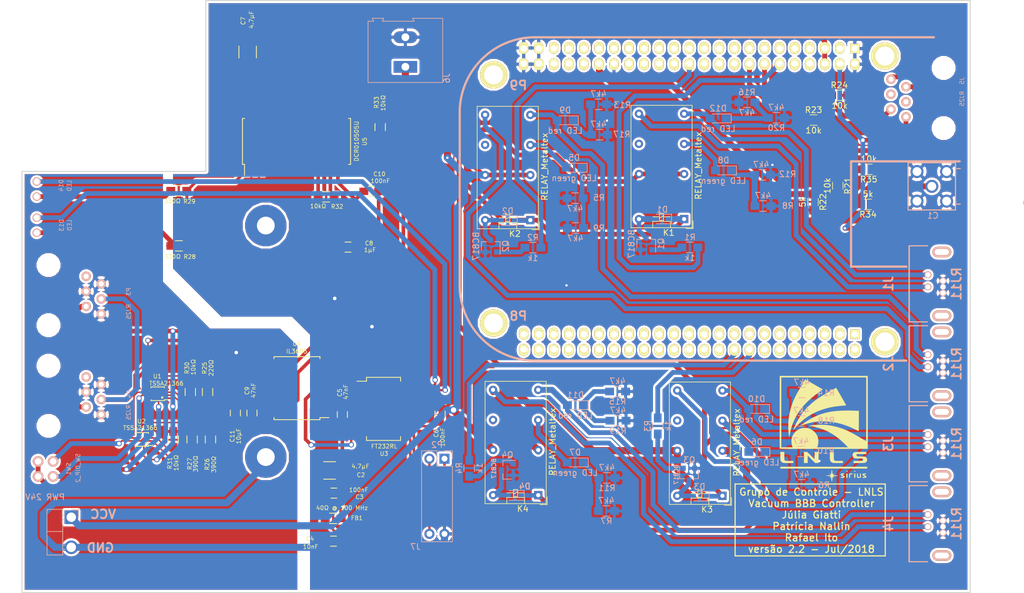
<source format=kicad_pcb>
(kicad_pcb (version 4) (host pcbnew 4.0.7-e2-6376~61~ubuntu18.04.1)
  (title_block (title "Vacuum BBB Controler") (date 2016-02-02) (rev 1) (company "Laboratório Nacional de Luz Síncrotron / Grupo de Controle"))
  (layers (0 F.Cu signal) (31 B.Cu signal) (34 B.Paste user) (35 F.Paste user) (36 B.SilkS user) (37 F.SilkS user) (38 B.Mask user) (39 F.Mask user) (44 Edge.Cuts user))
  (net 0 "")
  (net 1 "Net-(Beagle1-PadC7)")
  (net 2 "Net-(Beagle1-PadC8)")
  (net 3 "Net-(Beagle1-PadC9)")
  (net 4 "Net-(Beagle1-PadC10)")
  (net 5 "Net-(Beagle1-PadC11)")
  (net 6 "Net-(Beagle1-PadC13)")
  (net 7 "Net-(Beagle1-PadC17)")
  (net 8 "Net-(Beagle1-PadC18)")
  (net 9 "Net-(Beagle1-PadC19)")
  (net 10 "Net-(Beagle1-PadC20)")
  (net 11 "Net-(Beagle1-PadC22)")
  (net 12 "Net-(Beagle1-PadC26)")
  (net 13 "Net-(Beagle1-PadC28)")
  (net 14 "Net-(Beagle1-PadC29)")
  (net 15 "Net-(Beagle1-PadC30)")
  (net 16 "Net-(Beagle1-PadC31)")
  (net 17 "Net-(Beagle1-PadC32)")
  (net 18 "Net-(Beagle1-PadC33)")
  (net 19 "Net-(Beagle1-PadC35)")
  (net 20 "Net-(Beagle1-PadC37)")
  (net 21 "Net-(Beagle1-PadC38)")
  (net 22 "Net-(Beagle1-PadC39)")
  (net 23 "Net-(Beagle1-PadC40)")
  (net 24 "Net-(Beagle1-PadC41)")
  (net 25 "Net-(Beagle1-PadC42)")
  (net 26 "Net-(Beagle1-PadB1)")
  (net 27 "Net-(Beagle1-PadB2)")
  (net 28 "Net-(Beagle1-PadB3)")
  (net 29 "Net-(Beagle1-PadB4)")
  (net 30 "Net-(Beagle1-PadB5)")
  (net 31 "Net-(Beagle1-PadB6)")
  (net 32 "Net-(Beagle1-PadB8)")
  (net 33 "Net-(Beagle1-PadB10)")
  (net 34 "Net-(Beagle1-PadB11)")
  (net 35 "Net-(Beagle1-PadB12)")
  (net 36 "Net-(Beagle1-PadB13)")
  (net 37 "Net-(Beagle1-PadB14)")
  (net 38 "Net-(Beagle1-PadB15)")
  (net 39 "Net-(Beagle1-PadB17)")
  (net 40 "Net-(Beagle1-PadB19)")
  (net 41 "Net-(Beagle1-PadB20)")
  (net 42 "Net-(Beagle1-PadB21)")
  (net 43 "Net-(Beagle1-PadB22)")
  (net 44 "Net-(Beagle1-PadB23)")
  (net 45 "Net-(Beagle1-PadB24)")
  (net 46 "Net-(Beagle1-PadB25)")
  (net 47 "Net-(Beagle1-PadB26)")
  (net 48 "Net-(Beagle1-PadB27)")
  (net 49 "Net-(Beagle1-PadB28)")
  (net 50 "Net-(Beagle1-PadB29)")
  (net 51 "Net-(Beagle1-PadB30)")
  (net 52 "Net-(Beagle1-PadB31)")
  (net 53 "Net-(Beagle1-PadB32)")
  (net 54 "Net-(Beagle1-PadB33)")
  (net 55 "Net-(Beagle1-PadB34)")
  (net 56 "Net-(Beagle1-PadB35)")
  (net 57 "Net-(Beagle1-PadB36)")
  (net 58 "Net-(Beagle1-PadB37)")
  (net 59 "Net-(Beagle1-PadB38)")
  (net 60 "Net-(Beagle1-PadB39)")
  (net 61 "Net-(Beagle1-PadB40)")
  (net 62 "Net-(Beagle1-PadB41)")
  (net 63 "Net-(Beagle1-PadB42)")
  (net 64 "Net-(Beagle1-PadB43)")
  (net 65 "Net-(Beagle1-PadB44)")
  (net 66 "Net-(Beagle1-PadB45)")
  (net 67 "Net-(Beagle1-PadB46)")
  (net 68 GND)
  (net 69 "Net-(C1-Pad1)")
  (net 70 VCC)
  (net 71 "Net-(J3-Pad3)")
  (net 72 +24V)
  (net 73 "Net-(Q1-Pad1)")
  (net 74 "Net-(Q2-Pad1)")
  (net 75 "Net-(Q3-Pad1)")
  (net 76 "Net-(Q4-Pad1)")
  (net 77 /AIn_BBB)
  (net 78 /BBB_p1)
  (net 79 /BBB_p3)
  (net 80 /BBB_p2)
  (net 81 /BBB_p4)
  (net 82 /BBB_p5)
  (net 83 /BBB_p6)
  (net 84 "Net-(D1-Pad2)")
  (net 85 "Net-(D2-Pad2)")
  (net 86 "Net-(D3-Pad2)")
  (net 87 "Net-(D4-Pad2)")
  (net 88 "Net-(Beagle1-PadC15)")
  (net 89 "Net-(Beagle1-PadC25)")
  (net 90 "Net-(Beagle1-PadC27)")
  (net 91 /3.3V_BBB)
  (net 92 "Net-(D5-Pad1)")
  (net 93 "Net-(D5-Pad2)")
  (net 94 "Net-(D6-Pad1)")
  (net 95 "Net-(D6-Pad2)")
  (net 96 "Net-(D7-Pad1)")
  (net 97 "Net-(D7-Pad2)")
  (net 98 "Net-(D8-Pad1)")
  (net 99 "Net-(D8-Pad2)")
  (net 100 "Net-(D9-Pad1)")
  (net 101 "Net-(D9-Pad2)")
  (net 102 "Net-(D10-Pad1)")
  (net 103 "Net-(D10-Pad2)")
  (net 104 "Net-(D11-Pad1)")
  (net 105 "Net-(D11-Pad2)")
  (net 106 "Net-(D12-Pad1)")
  (net 107 "Net-(D12-Pad2)")
  (net 108 "Net-(J5-Pad3)")
  (net 109 "Net-(Beagle1-PadC3)")
  (net 110 "Net-(Beagle1-PadC21)")
  (net 111 "Net-(Beagle1-PadC23)")
  (net 112 "Net-(K1-Pad11)")
  (net 113 "Net-(K2-Pad11)")
  (net 114 "Net-(K3-Pad11)")
  (net 115 "Net-(K4-Pad11)")
  (net 116 "Net-(Beagle1-PadB7)")
  (net 117 "Net-(Beagle1-PadB9)")
  (net 118 +5V)
  (net 119 "Net-(U3-Pad3)")
  (net 120 "Net-(U3-Pad28)")
  (net 121 "Net-(C4-Pad1)")
  (net 122 "Net-(C6-Pad1)")
  (net 123 "Net-(C8-Pad1)")
  (net 124 /USB_converter_485./GND_ISOLATED)
  (net 125 /USB_converter_485./5V_ISOLATED)
  (net 126 /USB_converter_485./TXLED#)
  (net 127 "Net-(D13-Pad2)")
  (net 128 /USB_converter_485./RXLED#)
  (net 129 "Net-(D14-Pad2)")
  (net 130 "Net-(J2-Pad3)")
  (net 131 "Net-(J5-Pad4)")
  (net 132 "Net-(J1-Pad3)")
  (net 133 "Net-(J4-Pad3)")
  (net 134 /USB_converter_485./USB_D-)
  (net 135 /USB_converter_485./USB_D+)
  (net 136 /USB_converter_485./RS485+)
  (net 137 /USB_converter_485./RS485-)
  (net 138 "Net-(R25-Pad1)")
  (net 139 "Net-(R25-Pad2)")
  (net 140 "Net-(R26-Pad1)")
  (net 141 "Net-(R27-Pad1)")
  (net 142 "Net-(R30-Pad2)")
  (net 143 "Net-(R31-Pad2)")
  (net 144 "Net-(R32-Pad2)")
  (net 145 "Net-(R33-Pad2)")
  (net 146 /USB_converter_485./TXD)
  (net 147 "Net-(U3-Pad2)")
  (net 148 /USB_converter_485./RXD)
  (net 149 "Net-(U3-Pad6)")
  (net 150 "Net-(U3-Pad8)")
  (net 151 "Net-(U3-Pad9)")
  (net 152 "Net-(U3-Pad10)")
  (net 153 "Net-(U3-Pad11)")
  (net 154 "Net-(U3-Pad12)")
  (net 155 /USB_converter_485./TXDEN)
  (net 156 "Net-(U3-Pad14)")
  (net 157 "Net-(U3-Pad19)")
  (net 158 "Net-(U3-Pad24)")
  (net 159 "Net-(U3-Pad27)")
  (net 160 "Net-(U4-Pad7)")
  (net 161 "Net-(U4-Pad10)")
  (net 162 "Net-(U4-Pad11)")
  (net 163 "Net-(U4-Pad14)")
  (net 164 "Net-(U5-Pad3)")
  (net 165 "Net-(U5-Pad15)")
  (net 166 "Net-(U5-Pad28)")
  (net 167 "Net-(R21-Pad1)")
  (net 168 "Net-(R34-Pad2)")
  (net 169 "Net-(J7-Pad1)")
  (module Controle:Mean_Well_RS15 (layer B.Cu) (at 179.84 129.05 180)
    (fp_text reference J7 (at 0 -0.5 180) (layer B.SilkS) (effects (justify mirror)))
    (fp_text value Conn_01x01)
    (pad 1 thru_hole circle (at 25.25 14.65 180) (size 7 7) (drill 3) (layers *.Cu *.Mask) (net 169 "Net-(J7-Pad1)"))
    (pad 2 thru_hole circle (at 25.25 53.75 180) (size 7 7) (drill 3) (layers *.Cu *.Mask))
  )
  (module Controle:SMA_Molex_73251-2201 (layer B.Cu) (at 275.9048 73.6355 180)
    (fp_text reference C1 (at 8.7648 0.0255 180) (layer B.SilkS) (effects (justify mirror)))
    (fp_text value Conn_SMA_90graus)
    (pad 2 thru_hole circle (at 6.43 7.46 180) (size 2.2 2.2) (drill 1.5) (layers *.Cu *.Mask) (net 68 GND))
    (pad 2 thru_hole circle (at 11.43 7.46 180) (size 2.2 2.2) (drill 1.5) (layers *.Cu *.Mask) (net 68 GND))
    (pad 2 thru_hole circle (at 11.43 2.46 180) (size 2.2 2.2) (drill 1.5) (layers *.Cu *.Mask) (net 68 GND))
    (pad 2 thru_hole circle (at 6.43 2.46 180) (size 2.2 2.2) (drill 1.5) (layers *.Cu *.Mask) (net 68 GND))
    (pad 1 thru_hole circle (at 8.93 4.96 180) (size 2.2 2.2) (drill 1.5) (layers *.Cu *.Mask) (net 69 "Net-(C1-Pad1)"))
  )
  (module Controle:BEAGLEBONEBLACK (layer F.Cu) (at 231.16208 70.8034)
    (fp_text reference "" hide)
    (fp_text value "" hide)
    (pad C1 thru_hole rect (at 22.82 -25.4) (size 1.6 1.6) (drill 1.1) (layers *.Cu *.Mask F.SilkS) (net 68 GND))
    (pad C2 thru_hole oval (at 22.82 -22.86) (size 1.6 2) (drill 1.1 (offset 0 0.1)) (layers *.Cu *.Mask F.SilkS) (net 68 GND))
    (pad C3 thru_hole oval (at 20.28 -25.4) (size 1.6 2) (drill 1.1 (offset 0 -0.1)) (layers *.Cu *.Mask F.SilkS) (net 109 "Net-(Beagle1-PadC3)"))
    (pad C4 thru_hole oval (at 20.28 -22.86) (size 1.6 2) (drill 1.1 (offset 0 0.1)) (layers *.Cu *.Mask F.SilkS) (net 91 /3.3V_BBB))
    (pad C5 thru_hole oval (at 17.74 -25.4) (size 1.6 2) (drill 1.1 (offset 0 -0.1)) (layers *.Cu *.Mask F.SilkS) (net 70 VCC))
    (pad C6 thru_hole oval (at 17.74 -22.86) (size 1.6 2) (drill 1.1 (offset 0 0.1)) (layers *.Cu *.Mask F.SilkS) (net 70 VCC))
    (pad C7 thru_hole oval (at 15.2 -25.4) (size 1.6 2) (drill 1.1 (offset 0 -0.1)) (layers *.Cu *.Mask F.SilkS) (net 1 "Net-(Beagle1-PadC7)"))
    (pad C8 thru_hole oval (at 15.2 -22.86) (size 1.6 2) (drill 1.1 (offset 0 0.1)) (layers *.Cu *.Mask F.SilkS) (net 2 "Net-(Beagle1-PadC8)"))
    (pad C9 thru_hole oval (at 12.66 -25.4) (size 1.6 2) (drill 1.1 (offset 0 -0.1)) (layers *.Cu *.Mask F.SilkS) (net 3 "Net-(Beagle1-PadC9)"))
    (pad C10 thru_hole oval (at 12.66 -22.86) (size 1.6 2) (drill 1.1 (offset 0 0.1)) (layers *.Cu *.Mask F.SilkS) (net 4 "Net-(Beagle1-PadC10)"))
    (pad C11 thru_hole oval (at 10.12 -25.4) (size 1.6 2) (drill 1.1 (offset 0 -0.1)) (layers *.Cu *.Mask F.SilkS) (net 5 "Net-(Beagle1-PadC11)"))
    (pad C12 thru_hole oval (at 10.12 -22.86) (size 1.6 2) (drill 1.1 (offset 0 0.1)) (layers *.Cu *.Mask F.SilkS) (net 78 /BBB_p1))
    (pad C13 thru_hole oval (at 7.58 -25.4) (size 1.6 2) (drill 1.1 (offset 0 -0.1)) (layers *.Cu *.Mask F.SilkS) (net 6 "Net-(Beagle1-PadC13)"))
    (pad C14 thru_hole oval (at 7.58 -22.86) (size 1.6 2) (drill 1.1 (offset 0 0.1)) (layers *.Cu *.Mask F.SilkS) (net 82 /BBB_p5))
    (pad C15 thru_hole oval (at 5.04 -25.4) (size 1.6 2) (drill 1.1 (offset 0 -0.1)) (layers *.Cu *.Mask F.SilkS) (net 88 "Net-(Beagle1-PadC15)"))
    (pad C16 thru_hole oval (at 5.04 -22.86) (size 1.6 2) (drill 1.1 (offset 0 0.1)) (layers *.Cu *.Mask F.SilkS) (net 83 /BBB_p6))
    (pad C17 thru_hole oval (at 2.5 -25.4) (size 1.6 2) (drill 1.1 (offset 0 -0.1)) (layers *.Cu *.Mask F.SilkS) (net 7 "Net-(Beagle1-PadC17)"))
    (pad C18 thru_hole oval (at 2.5 -22.86) (size 1.6 2) (drill 1.1 (offset 0 0.1)) (layers *.Cu *.Mask F.SilkS) (net 8 "Net-(Beagle1-PadC18)"))
    (pad C19 thru_hole oval (at -0.04 -25.4) (size 1.6 2) (drill 1.1 (offset 0 -0.1)) (layers *.Cu *.Mask F.SilkS) (net 9 "Net-(Beagle1-PadC19)"))
    (pad C20 thru_hole oval (at -0.04 -22.86) (size 1.6 2) (drill 1.1 (offset 0 0.1)) (layers *.Cu *.Mask F.SilkS) (net 10 "Net-(Beagle1-PadC20)"))
    (pad C21 thru_hole oval (at -2.58 -25.4) (size 1.6 2) (drill 1.1 (offset 0 -0.1)) (layers *.Cu *.Mask F.SilkS) (net 110 "Net-(Beagle1-PadC21)"))
    (pad C22 thru_hole oval (at -2.58 -22.86) (size 1.6 2) (drill 1.1 (offset 0 0.1)) (layers *.Cu *.Mask F.SilkS) (net 11 "Net-(Beagle1-PadC22)"))
    (pad C23 thru_hole oval (at -5.12 -25.4) (size 1.6 2) (drill 1.1 (offset 0 -0.1)) (layers *.Cu *.Mask F.SilkS) (net 111 "Net-(Beagle1-PadC23)"))
    (pad C24 thru_hole oval (at -5.12 -22.86) (size 1.6 2) (drill 1.1 (offset 0 0.1)) (layers *.Cu *.Mask F.SilkS) (net 80 /BBB_p2))
    (pad C25 thru_hole oval (at -7.66 -25.4) (size 1.6 2) (drill 1.1 (offset 0 -0.1)) (layers *.Cu *.Mask F.SilkS) (net 89 "Net-(Beagle1-PadC25)"))
    (pad C26 thru_hole oval (at -7.66 -22.86) (size 1.6 2) (drill 1.1 (offset 0 0.1)) (layers *.Cu *.Mask F.SilkS) (net 12 "Net-(Beagle1-PadC26)"))
    (pad C27 thru_hole oval (at -10.2 -25.4) (size 1.6 2) (drill 1.1 (offset 0 -0.1)) (layers *.Cu *.Mask F.SilkS) (net 90 "Net-(Beagle1-PadC27)"))
    (pad C28 thru_hole oval (at -10.2 -22.86) (size 1.6 2) (drill 1.1 (offset 0 0.1)) (layers *.Cu *.Mask F.SilkS) (net 13 "Net-(Beagle1-PadC28)"))
    (pad C29 thru_hole oval (at -12.74 -25.4) (size 1.6 2) (drill 1.1 (offset 0 -0.1)) (layers *.Cu *.Mask F.SilkS) (net 14 "Net-(Beagle1-PadC29)"))
    (pad C30 thru_hole oval (at -12.74 -22.86) (size 1.6 2) (drill 1.1 (offset 0 0.1)) (layers *.Cu *.Mask F.SilkS) (net 15 "Net-(Beagle1-PadC30)"))
    (pad C31 thru_hole oval (at -15.28 -25.4) (size 1.6 2) (drill 1.1 (offset 0 -0.1)) (layers *.Cu *.Mask F.SilkS) (net 16 "Net-(Beagle1-PadC31)"))
    (pad C32 thru_hole oval (at -15.28 -22.86) (size 1.6 2) (drill 1.1 (offset 0 0.1)) (layers *.Cu *.Mask F.SilkS) (net 17 "Net-(Beagle1-PadC32)"))
    (pad C33 thru_hole oval (at -17.82 -25.4) (size 1.6 2) (drill 1.1 (offset 0 -0.1)) (layers *.Cu *.Mask F.SilkS) (net 18 "Net-(Beagle1-PadC33)"))
    (pad C34 thru_hole oval (at -17.82 -22.86) (size 1.6 2) (drill 1.1 (offset 0 0.1)) (layers *.Cu *.Mask F.SilkS) (net 68 GND))
    (pad C35 thru_hole oval (at -20.36 -25.4) (size 1.6 2) (drill 1.1 (offset 0 -0.1)) (layers *.Cu *.Mask F.SilkS) (net 19 "Net-(Beagle1-PadC35)"))
    (pad C36 thru_hole oval (at -20.36 -22.86) (size 1.6 2) (drill 1.1 (offset 0 0.1)) (layers *.Cu *.Mask F.SilkS) (net 77 /AIn_BBB))
    (pad C37 thru_hole oval (at -22.9 -25.4) (size 1.6 2) (drill 1.1 (offset 0 -0.1)) (layers *.Cu *.Mask F.SilkS) (net 20 "Net-(Beagle1-PadC37)"))
    (pad C38 thru_hole oval (at -22.9 -22.86) (size 1.6 2) (drill 1.1 (offset 0 0.1)) (layers *.Cu *.Mask F.SilkS) (net 21 "Net-(Beagle1-PadC38)"))
    (pad C39 thru_hole oval (at -25.44 -25.4) (size 1.6 2) (drill 1.1 (offset 0 -0.1)) (layers *.Cu *.Mask F.SilkS) (net 22 "Net-(Beagle1-PadC39)"))
    (pad C40 thru_hole oval (at -25.44 -22.86) (size 1.6 2) (drill 1.1 (offset 0 0.1)) (layers *.Cu *.Mask F.SilkS) (net 23 "Net-(Beagle1-PadC40)"))
    (pad C41 thru_hole oval (at -27.98 -25.4) (size 1.6 2) (drill 1.1 (offset 0 -0.1)) (layers *.Cu *.Mask F.SilkS) (net 24 "Net-(Beagle1-PadC41)"))
    (pad C42 thru_hole oval (at -27.98 -22.86) (size 1.6 2) (drill 1.1 (offset 0 0.1)) (layers *.Cu *.Mask F.SilkS) (net 25 "Net-(Beagle1-PadC42)"))
    (pad C43 thru_hole oval (at -30.52 -25.4) (size 1.6 2) (drill 1.1 (offset 0 -0.1)) (layers *.Cu *.Mask F.SilkS) (net 68 GND))
    (pad C44 thru_hole oval (at -30.52 -22.86) (size 1.6 2) (drill 1.1 (offset 0 0.1)) (layers *.Cu *.Mask F.SilkS) (net 68 GND))
    (pad C45 thru_hole oval (at -33.06 -25.4) (size 1.6 2) (drill 1.1 (offset 0 -0.1)) (layers *.Cu *.Mask F.SilkS) (net 68 GND))
    (pad C46 thru_hole oval (at -33.06 -22.86) (size 1.6 2) (drill 1.1 (offset 0 0.1)) (layers *.Cu *.Mask F.SilkS) (net 68 GND))
    (pad B1 thru_hole rect (at 22.82 22.86) (size 1.6 1.6) (drill 1.1) (layers *.Cu *.Mask F.SilkS) (net 26 "Net-(Beagle1-PadB1)"))
    (pad B2 thru_hole oval (at 22.82 25.4) (size 1.6 2) (drill 1.1 (offset 0 0.1)) (layers *.Cu *.Mask F.SilkS) (net 27 "Net-(Beagle1-PadB2)"))
    (pad B3 thru_hole oval (at 20.28 22.86) (size 1.6 2) (drill 1.1 (offset 0 -0.1)) (layers *.Cu *.Mask F.SilkS) (net 28 "Net-(Beagle1-PadB3)"))
    (pad B4 thru_hole oval (at 20.28 25.4) (size 1.6 2) (drill 1.1 (offset 0 0.1)) (layers *.Cu *.Mask F.SilkS) (net 29 "Net-(Beagle1-PadB4)"))
    (pad B5 thru_hole oval (at 17.74 22.86) (size 1.6 2) (drill 1.1 (offset 0 -0.1)) (layers *.Cu *.Mask F.SilkS) (net 30 "Net-(Beagle1-PadB5)"))
    (pad B6 thru_hole oval (at 17.74 25.4) (size 1.6 2) (drill 1.1 (offset 0 0.1)) (layers *.Cu *.Mask F.SilkS) (net 31 "Net-(Beagle1-PadB6)"))
    (pad B7 thru_hole oval (at 15.2 22.86) (size 1.6 2) (drill 1.1 (offset 0 -0.1)) (layers *.Cu *.Mask F.SilkS) (net 116 "Net-(Beagle1-PadB7)"))
    (pad B8 thru_hole oval (at 15.2 25.4) (size 1.6 2) (drill 1.1 (offset 0 0.1)) (layers *.Cu *.Mask F.SilkS) (net 32 "Net-(Beagle1-PadB8)"))
    (pad B9 thru_hole oval (at 12.66 22.86) (size 1.6 2) (drill 1.1 (offset 0 -0.1)) (layers *.Cu *.Mask F.SilkS) (net 117 "Net-(Beagle1-PadB9)"))
    (pad B10 thru_hole oval (at 12.66 25.4) (size 1.6 2) (drill 1.1 (offset 0 0.1)) (layers *.Cu *.Mask F.SilkS) (net 33 "Net-(Beagle1-PadB10)"))
    (pad B11 thru_hole oval (at 10.12 22.86) (size 1.6 2) (drill 1.1 (offset 0 -0.1)) (layers *.Cu *.Mask F.SilkS) (net 34 "Net-(Beagle1-PadB11)"))
    (pad B12 thru_hole oval (at 10.12 25.4) (size 1.6 2) (drill 1.1 (offset 0 0.1)) (layers *.Cu *.Mask F.SilkS) (net 35 "Net-(Beagle1-PadB12)"))
    (pad B13 thru_hole oval (at 7.58 22.86) (size 1.6 2) (drill 1.1 (offset 0 -0.1)) (layers *.Cu *.Mask F.SilkS) (net 36 "Net-(Beagle1-PadB13)"))
    (pad B14 thru_hole oval (at 7.58 25.4) (size 1.6 2) (drill 1.1 (offset 0 0.1)) (layers *.Cu *.Mask F.SilkS) (net 37 "Net-(Beagle1-PadB14)"))
    (pad B15 thru_hole oval (at 5.04 22.86) (size 1.6 2) (drill 1.1 (offset 0 -0.1)) (layers *.Cu *.Mask F.SilkS) (net 38 "Net-(Beagle1-PadB15)"))
    (pad B16 thru_hole oval (at 5.04 25.4) (size 1.6 2) (drill 1.1 (offset 0 0.1)) (layers *.Cu *.Mask F.SilkS) (net 79 /BBB_p3))
    (pad B17 thru_hole oval (at 2.5 22.86) (size 1.6 2) (drill 1.1 (offset 0 -0.1)) (layers *.Cu *.Mask F.SilkS) (net 39 "Net-(Beagle1-PadB17)"))
    (pad B18 thru_hole oval (at 2.5 25.4) (size 1.6 2) (drill 1.1 (offset 0 0.1)) (layers *.Cu *.Mask F.SilkS) (net 81 /BBB_p4))
    (pad B19 thru_hole oval (at -0.04 22.86) (size 1.6 2) (drill 1.1 (offset 0 -0.1)) (layers *.Cu *.Mask F.SilkS) (net 40 "Net-(Beagle1-PadB19)"))
    (pad B20 thru_hole oval (at -0.04 25.4) (size 1.6 2) (drill 1.1 (offset 0 0.1)) (layers *.Cu *.Mask F.SilkS) (net 41 "Net-(Beagle1-PadB20)"))
    (pad B21 thru_hole oval (at -2.58 22.86) (size 1.6 2) (drill 1.1 (offset 0 -0.1)) (layers *.Cu *.Mask F.SilkS) (net 42 "Net-(Beagle1-PadB21)"))
    (pad B22 thru_hole oval (at -2.58 25.4) (size 1.6 2) (drill 1.1 (offset 0 0.1)) (layers *.Cu *.Mask F.SilkS) (net 43 "Net-(Beagle1-PadB22)"))
    (pad B23 thru_hole oval (at -5.12 22.86) (size 1.6 2) (drill 1.1 (offset 0 -0.1)) (layers *.Cu *.Mask F.SilkS) (net 44 "Net-(Beagle1-PadB23)"))
    (pad B24 thru_hole oval (at -5.12 25.4) (size 1.6 2) (drill 1.1 (offset 0 0.1)) (layers *.Cu *.Mask F.SilkS) (net 45 "Net-(Beagle1-PadB24)"))
    (pad B25 thru_hole oval (at -7.66 22.86) (size 1.6 2) (drill 1.1 (offset 0 -0.1)) (layers *.Cu *.Mask F.SilkS) (net 46 "Net-(Beagle1-PadB25)"))
    (pad B26 thru_hole oval (at -7.66 25.4) (size 1.6 2) (drill 1.1 (offset 0 0.1)) (layers *.Cu *.Mask F.SilkS) (net 47 "Net-(Beagle1-PadB26)"))
    (pad B27 thru_hole oval (at -10.2 22.86) (size 1.6 2) (drill 1.1 (offset 0 -0.1)) (layers *.Cu *.Mask F.SilkS) (net 48 "Net-(Beagle1-PadB27)"))
    (pad B28 thru_hole oval (at -10.2 25.4) (size 1.6 2) (drill 1.1 (offset 0 0.1)) (layers *.Cu *.Mask F.SilkS) (net 49 "Net-(Beagle1-PadB28)"))
    (pad B29 thru_hole oval (at -12.74 22.86) (size 1.6 2) (drill 1.1 (offset 0 -0.1)) (layers *.Cu *.Mask F.SilkS) (net 50 "Net-(Beagle1-PadB29)"))
    (pad B30 thru_hole oval (at -12.74 25.4) (size 1.6 2) (drill 1.1 (offset 0 0.1)) (layers *.Cu *.Mask F.SilkS) (net 51 "Net-(Beagle1-PadB30)"))
    (pad B31 thru_hole oval (at -15.28 22.86) (size 1.6 2) (drill 1.1 (offset 0 -0.1)) (layers *.Cu *.Mask F.SilkS) (net 52 "Net-(Beagle1-PadB31)"))
    (pad B32 thru_hole oval (at -15.28 25.4) (size 1.6 2) (drill 1.1 (offset 0 0.1)) (layers *.Cu *.Mask F.SilkS) (net 53 "Net-(Beagle1-PadB32)"))
    (pad B33 thru_hole oval (at -17.82 22.86) (size 1.6 2) (drill 1.1 (offset 0 -0.1)) (layers *.Cu *.Mask F.SilkS) (net 54 "Net-(Beagle1-PadB33)"))
    (pad B34 thru_hole oval (at -17.82 25.4) (size 1.6 2) (drill 1.1 (offset 0 0.1)) (layers *.Cu *.Mask F.SilkS) (net 55 "Net-(Beagle1-PadB34)"))
    (pad B35 thru_hole oval (at -20.36 22.86) (size 1.6 2) (drill 1.1 (offset 0 -0.1)) (layers *.Cu *.Mask F.SilkS) (net 56 "Net-(Beagle1-PadB35)"))
    (pad B36 thru_hole oval (at -20.36 25.4) (size 1.6 2) (drill 1.1 (offset 0 0.1)) (layers *.Cu *.Mask F.SilkS) (net 57 "Net-(Beagle1-PadB36)"))
    (pad B37 thru_hole oval (at -22.9 22.86) (size 1.6 2) (drill 1.1 (offset 0 -0.1)) (layers *.Cu *.Mask F.SilkS) (net 58 "Net-(Beagle1-PadB37)"))
    (pad B38 thru_hole oval (at -22.9 25.4) (size 1.6 2) (drill 1.1 (offset 0 0.1)) (layers *.Cu *.Mask F.SilkS) (net 59 "Net-(Beagle1-PadB38)"))
    (pad B39 thru_hole oval (at -25.44 22.86) (size 1.6 2) (drill 1.1 (offset 0 -0.1)) (layers *.Cu *.Mask F.SilkS) (net 60 "Net-(Beagle1-PadB39)"))
    (pad B40 thru_hole oval (at -25.44 25.4) (size 1.6 2) (drill 1.1 (offset 0 0.1)) (layers *.Cu *.Mask F.SilkS) (net 61 "Net-(Beagle1-PadB40)"))
    (pad B41 thru_hole oval (at -27.98 22.86) (size 1.6 2) (drill 1.1 (offset 0 -0.1)) (layers *.Cu *.Mask F.SilkS) (net 62 "Net-(Beagle1-PadB41)"))
    (pad B42 thru_hole oval (at -27.98 25.4) (size 1.6 2) (drill 1.1 (offset 0 0.1)) (layers *.Cu *.Mask F.SilkS) (net 63 "Net-(Beagle1-PadB42)"))
    (pad B43 thru_hole oval (at -30.52 22.86) (size 1.6 2) (drill 1.1 (offset 0 -0.1)) (layers *.Cu *.Mask F.SilkS) (net 64 "Net-(Beagle1-PadB43)"))
    (pad B44 thru_hole oval (at -30.52 25.4) (size 1.6 2) (drill 1.1 (offset 0 0.1)) (layers *.Cu *.Mask F.SilkS) (net 65 "Net-(Beagle1-PadB44)"))
    (pad B45 thru_hole oval (at -33.06 22.86) (size 1.6 2) (drill 1.1 (offset 0 -0.1)) (layers *.Cu *.Mask F.SilkS) (net 66 "Net-(Beagle1-PadB45)"))
    (pad B46 thru_hole oval (at -33.06 25.4) (size 1.6 2) (drill 1.1 (offset 0 0.1)) (layers *.Cu *.Mask F.SilkS) (net 67 "Net-(Beagle1-PadB46)"))
  )
  (module Controle:RJ11-4P4C-HIROSE_2 (layer B.Cu) (at 274.65148 85.15 270)
    (fp_text reference J1 (at 0 14.99 270) (layer B.SilkS) (effects (font (thickness 0.3048)) (justify mirror)))
    (fp_text value RJ11 (at 0 3.49 270) (layer B.SilkS) (effects (font (thickness 0.3048)) (justify mirror)))
    (pad 3 thru_hole circle (at 0.51 8.34 270) (size 1.16 1.16) (drill 0.8) (layers *.Cu *.Mask B.SilkS) (net 132 "Net-(J1-Pad3)"))
    (pad 1 thru_hole circle (at -1.53 8.34 270) (size 1.16 1.16) (drill 0.8) (layers *.Cu *.Mask B.SilkS) (net 107 "Net-(D12-Pad2)"))
    (pad 2 thru_hole circle (at -0.51 5.79 270) (size 1.16 1.16) (drill 0.8) (layers *.Cu *.Mask B.SilkS) (net 68 GND))
    (pad 4 thru_hole circle (at 1.53 5.79 270) (size 1.16 1.16) (drill 0.8) (layers *.Cu *.Mask B.SilkS) (net 68 GND))
    (pad 8 thru_hole oval (at 5.38 5.99 270) (size 1.8 3.2) (drill oval 1 2.4) (layers *.Cu *.Mask B.SilkS))
    (pad 7 thru_hole oval (at -5.38 5.99 270) (size 1.8 3.2) (drill oval 1 2.4) (layers *.Cu *.Mask B.SilkS))
  )
  (module Controle:RJ11-4P4C-HIROSE_2 (layer B.Cu) (at 274.65148 98.65 270)
    (fp_text reference J2 (at 0 14.99 270) (layer B.SilkS) (effects (font (thickness 0.3048)) (justify mirror)))
    (fp_text value RJ11 (at 0 3.49 270) (layer B.SilkS) (effects (font (thickness 0.3048)) (justify mirror)))
    (pad 3 thru_hole circle (at 0.51 8.34 270) (size 1.16 1.16) (drill 0.8) (layers *.Cu *.Mask B.SilkS) (net 130 "Net-(J2-Pad3)"))
    (pad 1 thru_hole circle (at -1.53 8.34 270) (size 1.16 1.16) (drill 0.8) (layers *.Cu *.Mask B.SilkS) (net 101 "Net-(D9-Pad2)"))
    (pad 2 thru_hole circle (at -0.51 5.79 270) (size 1.16 1.16) (drill 0.8) (layers *.Cu *.Mask B.SilkS) (net 68 GND))
    (pad 4 thru_hole circle (at 1.53 5.79 270) (size 1.16 1.16) (drill 0.8) (layers *.Cu *.Mask B.SilkS) (net 68 GND))
    (pad 8 thru_hole oval (at 5.38 5.99 270) (size 1.8 3.2) (drill oval 1 2.4) (layers *.Cu *.Mask B.SilkS))
    (pad 7 thru_hole oval (at -5.38 5.99 270) (size 1.8 3.2) (drill oval 1 2.4) (layers *.Cu *.Mask B.SilkS))
  )
  (module Controle:RJ11-4P4C-HIROSE_2 (layer B.Cu) (at 274.65148 112.15 270)
    (fp_text reference J3 (at 0 14.99 270) (layer B.SilkS) (effects (font (thickness 0.3048)) (justify mirror)))
    (fp_text value RJ11 (at 0 3.49 270) (layer B.SilkS) (effects (font (thickness 0.3048)) (justify mirror)))
    (pad 3 thru_hole circle (at 0.51 8.34 270) (size 1.16 1.16) (drill 0.8) (layers *.Cu *.Mask B.SilkS) (net 71 "Net-(J3-Pad3)"))
    (pad 1 thru_hole circle (at -1.53 8.34 270) (size 1.16 1.16) (drill 0.8) (layers *.Cu *.Mask B.SilkS) (net 103 "Net-(D10-Pad2)"))
    (pad 2 thru_hole circle (at -0.51 5.79 270) (size 1.16 1.16) (drill 0.8) (layers *.Cu *.Mask B.SilkS) (net 68 GND))
    (pad 4 thru_hole circle (at 1.53 5.79 270) (size 1.16 1.16) (drill 0.8) (layers *.Cu *.Mask B.SilkS) (net 68 GND))
    (pad 8 thru_hole oval (at 5.38 5.99 270) (size 1.8 3.2) (drill oval 1 2.4) (layers *.Cu *.Mask B.SilkS))
    (pad 7 thru_hole oval (at -5.38 5.99 270) (size 1.8 3.2) (drill oval 1 2.4) (layers *.Cu *.Mask B.SilkS))
  )
  (module Controle:RJ11-4P4C-HIROSE_2 (layer B.Cu) (at 274.65148 125.65 270)
    (fp_text reference J4 (at 0 14.99 270) (layer B.SilkS) (effects (font (thickness 0.3048)) (justify mirror)))
    (fp_text value RJ11 (at 0 3.49 270) (layer B.SilkS) (effects (font (thickness 0.3048)) (justify mirror)))
    (pad 3 thru_hole circle (at 0.51 8.34 270) (size 1.16 1.16) (drill 0.8) (layers *.Cu *.Mask B.SilkS) (net 133 "Net-(J4-Pad3)"))
    (pad 1 thru_hole circle (at -1.53 8.34 270) (size 1.16 1.16) (drill 0.8) (layers *.Cu *.Mask B.SilkS) (net 105 "Net-(D11-Pad2)"))
    (pad 2 thru_hole circle (at -0.51 5.79 270) (size 1.16 1.16) (drill 0.8) (layers *.Cu *.Mask B.SilkS) (net 68 GND))
    (pad 4 thru_hole circle (at 1.53 5.79 270) (size 1.16 1.16) (drill 0.8) (layers *.Cu *.Mask B.SilkS) (net 68 GND))
    (pad 8 thru_hole oval (at 5.38 5.99 270) (size 1.8 3.2) (drill oval 1 2.4) (layers *.Cu *.Mask B.SilkS))
    (pad 7 thru_hole oval (at -5.38 5.99 270) (size 1.8 3.2) (drill oval 1 2.4) (layers *.Cu *.Mask B.SilkS))
  )
  (module Pin_Headers:Pin_Header_Angled_1x02_Pitch2.54mm (layer B.Cu) (at 121.76 124.56 180)
    (fp_text reference "PWR 24V" (at 4.4196 3.4036 180) (layer B.SilkS) (effects (justify mirror)))
    (fp_text value "")
    (pad 1 thru_hole rect (at 0 0 180) (size 2.3 2.3) (drill 1.6) (layers *.Cu *.Mask) (net 72 +24V))
    (pad 2 thru_hole oval (at 0 -5.08 180) (size 2.3 2.3) (drill 1.6) (layers *.Cu *.Mask) (net 68 GND))
  )
  (module "Controle:BEAGLEBONEBLACK_(fixation_holes)" (layer F.Cu) (at 230.48708 70.8034)
    (fp_text reference "" hide)
    (fp_text value "" hide)
    (pad M1 thru_hole circle (at -37.465 -20.955) (size 4.572 4.572) (drill 3.175) (layers *.Cu *.Mask F.SilkS))
    (pad M2 thru_hole circle (at 28.575 -24.13) (size 4.572 4.572) (drill 3.175) (layers *.Cu *.Mask F.SilkS))
    (pad M3 thru_hole circle (at 28.575 24.13) (size 4.572 4.572) (drill 3.175) (layers *.Cu *.Mask F.SilkS))
    (pad M4 thru_hole circle (at -37.465 20.955) (size 4.572 4.572) (drill 3.175) (layers *.Cu *.Mask F.SilkS))
  )
  (module Pin_Headers:Pin_Header_Straight_2x06_Pitch2.54mm (layer B.Cu) (at 184.74 114.67 180)
    (fp_text reference P2 (at 1.27 2.33 180) (layer B.SilkS) (effects (justify mirror)))
    (fp_text value "USB Mini-B")
    (pad 1 thru_hole rect (at 0 0 180) (size 1.7 1.7) (drill 1) (layers *.Cu *.Mask) (net 121 "Net-(C4-Pad1)"))
    (pad 2 thru_hole oval (at 2.54 0 180) (size 1.7 1.7) (drill 1) (layers *.Cu *.Mask) (net 134 /USB_converter_485./USB_D-))
    (pad 5 thru_hole oval (at 0 -12.7 180) (size 1.7 1.7) (drill 1) (layers *.Cu *.Mask) (net 68 GND))
    (pad 3 thru_hole oval (at 2.54 -12.7 180) (size 1.7 1.7) (drill 1) (layers *.Cu *.Mask) (net 135 /USB_converter_485./USB_D+))
  )
  (module "Conversor USB-RS485:RJ25" (layer B.Cu) (at 117.9225 104.0525 90)
    (fp_text reference P4 (at 0.2725 13.6175 90) (layer B.SilkS) (effects (font (size 0.7 0.7) (thickness 0.1)) (justify mirror)))
    (fp_text value RJ25 (at -2.8 13.51 90) (layer B.SilkS) (effects (font (size 0.7 0.7) (thickness 0.1)) (justify mirror)))
    (pad "" np_thru_hole circle (at -5.08 0 90) (size 3.25 3.25) (drill 3.25) (layers *.Cu *.Mask))
    (pad 1 thru_hole circle (at -3.17 8.89 90) (size 1.59 1.59) (drill 0.89) (layers *.Cu *.Mask B.SilkS) (net 124 /USB_converter_485./GND_ISOLATED))
    (pad 2 thru_hole circle (at -1.9 6.35 90) (size 1.59 1.59) (drill 0.89) (layers *.Cu *.Mask B.SilkS) (net 136 /USB_converter_485./RS485+))
    (pad 3 thru_hole circle (at -0.63 8.89 90) (size 1.59 1.59) (drill 0.89) (layers *.Cu *.Mask B.SilkS) (net 137 /USB_converter_485./RS485-))
    (pad 4 thru_hole circle (at 0.64 6.35 90) (size 1.59 1.59) (drill 0.89) (layers *.Cu *.Mask B.SilkS) (net 124 /USB_converter_485./GND_ISOLATED))
    (pad 5 thru_hole circle (at 1.91 8.89 90) (size 1.59 1.59) (drill 0.89) (layers *.Cu *.Mask B.SilkS) (net 124 /USB_converter_485./GND_ISOLATED))
    (pad 6 thru_hole circle (at 3.18 6.35 90) (size 1.59 1.59) (drill 0.89) (layers *.Cu *.Mask B.SilkS) (net 125 /USB_converter_485./5V_ISOLATED))
    (pad "" np_thru_hole circle (at 5.08 0 90) (size 3.25 3.25) (drill 3.25) (layers *.Cu *.Mask))
  )
  (module Resistors_SMD:R_0805_HandSoldering (layer F.Cu) (at 139.9 69.42 180)
    (fp_text reference R29 (at -1.8 -1.81 180) (layer F.SilkS) (effects (font (size 0.7 0.7) (thickness 0.1))))
    (fp_text value 330Ω (at 1.09 -1.74 180) (layer F.SilkS) (effects (font (size 0.7 0.7) (thickness 0.1))))
    (pad 1 smd rect (at -1.35 0 180) (size 1.5 1.3) (layers F.Cu F.Paste F.Mask) (net 118 +5V))
    (pad 2 smd rect (at 1.35 0 180) (size 1.5 1.3) (layers F.Cu F.Paste F.Mask) (net 129 "Net-(D14-Pad2)"))
  )
  (module Relays_THT:Relay_DPDT_Omron_G5V-2 (layer F.Cu) (at 199.22482 74.38306 180)
    (fp_text reference K2 (at 2.6 -2.3 180) (layer F.SilkS))
    (fp_text value RELAY_Metaltex (at -2.41 9.01 270) (layer F.SilkS))
    (pad 1 thru_hole rect (at 0 0 180) (size 1.4 1.4) (drill 0.7) (layers *.Cu *.Mask) (net 70 VCC))
    (pad 16 thru_hole circle (at 7.62 0 180) (size 1.4 1.4) (drill 0.7) (layers *.Cu *.Mask) (net 85 "Net-(D2-Pad2)"))
    (pad 6 thru_hole circle (at 0 12.69 180) (size 1.4 1.4) (drill 0.7) (layers *.Cu *.Mask) (net 93 "Net-(D5-Pad2)"))
    (pad 8 thru_hole circle (at 0 17.78 180) (size 1.4 1.4) (drill 0.7) (layers *.Cu *.Mask) (net 101 "Net-(D9-Pad2)"))
    (pad 4 thru_hole circle (at 0 7.62 180) (size 1.4 1.4) (drill 0.7) (layers *.Cu *.Mask) (net 72 +24V))
    (pad 11 thru_hole circle (at 7.63 12.71 180) (size 1.4 1.4) (drill 0.7) (layers *.Cu *.Mask) (net 113 "Net-(K2-Pad11)"))
    (pad 9 thru_hole circle (at 7.63 17.79 180) (size 1.4 1.4) (drill 0.7) (layers *.Cu *.Mask) (net 130 "Net-(J2-Pad3)"))
    (pad 13 thru_hole circle (at 7.62 7.62 180) (size 1.4 1.4) (drill 0.7) (layers *.Cu *.Mask) (net 72 +24V))
  )
  (module Connectors_Terminal_Blocks:TerminalBlock_Altech_AK300-2_P5.00mm (layer B.Cu) (at 178.1402 48.4895 90)
    (fp_text reference J6 (at -1.92 6.99 90) (layer B.SilkS) (effects (justify mirror)))
    (fp_text value Conn_01x02)
    (pad 1 thru_hole rect (at 0 0 90) (size 1.98 3.96) (drill 1.32) (layers *.Cu *.Mask) (net 72 +24V))
    (pad 2 thru_hole oval (at 5 0 90) (size 1.98 3.96) (drill 1.32) (layers *.Cu *.Mask) (net 68 GND))
  )
  (module Relays_THT:Relay_DPDT_Omron_G5V-2 (layer F.Cu) (at 200.55824 120.8295 180)
    (fp_text reference K4 (at 2.6 -2.3 180) (layer F.SilkS))
    (fp_text value RELAY_Metaltex (at -2.41 9.01 270) (layer F.SilkS))
    (pad 1 thru_hole rect (at 0 0 180) (size 1.4 1.4) (drill 0.7) (layers *.Cu *.Mask) (net 70 VCC))
    (pad 16 thru_hole circle (at 7.62 0 180) (size 1.4 1.4) (drill 0.7) (layers *.Cu *.Mask) (net 87 "Net-(D4-Pad2)"))
    (pad 6 thru_hole circle (at 0 12.69 180) (size 1.4 1.4) (drill 0.7) (layers *.Cu *.Mask) (net 97 "Net-(D7-Pad2)"))
    (pad 8 thru_hole circle (at 0 17.78 180) (size 1.4 1.4) (drill 0.7) (layers *.Cu *.Mask) (net 105 "Net-(D11-Pad2)"))
    (pad 4 thru_hole circle (at 0 7.62 180) (size 1.4 1.4) (drill 0.7) (layers *.Cu *.Mask) (net 72 +24V))
    (pad 11 thru_hole circle (at 7.63 12.71 180) (size 1.4 1.4) (drill 0.7) (layers *.Cu *.Mask) (net 115 "Net-(K4-Pad11)"))
    (pad 9 thru_hole circle (at 7.63 17.79 180) (size 1.4 1.4) (drill 0.7) (layers *.Cu *.Mask) (net 133 "Net-(J4-Pad3)"))
    (pad 13 thru_hole circle (at 7.62 7.62 180) (size 1.4 1.4) (drill 0.7) (layers *.Cu *.Mask) (net 72 +24V))
  )
  (module Relays_THT:Relay_DPDT_Omron_G5V-2 (layer F.Cu) (at 231.64534 120.94126 180)
    (fp_text reference K3 (at 2.6 -2.3 180) (layer F.SilkS))
    (fp_text value RELAY_Metaltex (at -2.41 9.01 270) (layer F.SilkS))
    (pad 1 thru_hole rect (at 0 0 180) (size 1.4 1.4) (drill 0.7) (layers *.Cu *.Mask) (net 70 VCC))
    (pad 16 thru_hole circle (at 7.62 0 180) (size 1.4 1.4) (drill 0.7) (layers *.Cu *.Mask) (net 86 "Net-(D3-Pad2)"))
    (pad 6 thru_hole circle (at 0 12.69 180) (size 1.4 1.4) (drill 0.7) (layers *.Cu *.Mask) (net 95 "Net-(D6-Pad2)"))
    (pad 8 thru_hole circle (at 0 17.78 180) (size 1.4 1.4) (drill 0.7) (layers *.Cu *.Mask) (net 103 "Net-(D10-Pad2)"))
    (pad 4 thru_hole circle (at 0 7.62 180) (size 1.4 1.4) (drill 0.7) (layers *.Cu *.Mask) (net 72 +24V))
    (pad 11 thru_hole circle (at 7.63 12.71 180) (size 1.4 1.4) (drill 0.7) (layers *.Cu *.Mask) (net 114 "Net-(K3-Pad11)"))
    (pad 9 thru_hole circle (at 7.63 17.79 180) (size 1.4 1.4) (drill 0.7) (layers *.Cu *.Mask) (net 71 "Net-(J3-Pad3)"))
    (pad 13 thru_hole circle (at 7.62 7.62 180) (size 1.4 1.4) (drill 0.7) (layers *.Cu *.Mask) (net 72 +24V))
  )
  (module Relays_THT:Relay_DPDT_Omron_G5V-2 (layer F.Cu) (at 225.181 74.207 180)
    (fp_text reference K1 (at 2.6 -2.3 180) (layer F.SilkS))
    (fp_text value RELAY_Metaltex (at -2.41 9.01 270) (layer F.SilkS))
    (pad 1 thru_hole rect (at 0 0 180) (size 1.4 1.4) (drill 0.7) (layers *.Cu *.Mask) (net 70 VCC))
    (pad 16 thru_hole circle (at 7.62 0 180) (size 1.4 1.4) (drill 0.7) (layers *.Cu *.Mask) (net 84 "Net-(D1-Pad2)"))
    (pad 6 thru_hole circle (at 0 12.69 180) (size 1.4 1.4) (drill 0.7) (layers *.Cu *.Mask) (net 99 "Net-(D8-Pad2)"))
    (pad 8 thru_hole circle (at 0 17.78 180) (size 1.4 1.4) (drill 0.7) (layers *.Cu *.Mask) (net 107 "Net-(D12-Pad2)"))
    (pad 4 thru_hole circle (at 0 7.62 180) (size 1.4 1.4) (drill 0.7) (layers *.Cu *.Mask) (net 72 +24V))
    (pad 11 thru_hole circle (at 7.63 12.71 180) (size 1.4 1.4) (drill 0.7) (layers *.Cu *.Mask) (net 112 "Net-(K1-Pad11)"))
    (pad 9 thru_hole circle (at 7.63 17.79 180) (size 1.4 1.4) (drill 0.7) (layers *.Cu *.Mask) (net 132 "Net-(J1-Pad3)"))
    (pad 13 thru_hole circle (at 7.62 7.62 180) (size 1.4 1.4) (drill 0.7) (layers *.Cu *.Mask) (net 72 +24V))
  )
  (module TO_SOT_Packages_SMD:SOT-23 (layer B.Cu) (at 195.35378 116.53864 180)
    (fp_text reference Q4 (at 0 2.5 180) (layer B.SilkS) (effects (justify mirror)))
    (fp_text value BC817 (at 2.28378 0.22864 270) (layer B.SilkS) (effects (font (size 0.7 0.7)) (justify mirror)))
    (pad 1 smd rect (at -1 0.95 180) (size 0.9 0.8) (layers B.Cu B.Paste B.Mask) (net 76 "Net-(Q4-Pad1)"))
    (pad 2 smd rect (at -1 -0.95 180) (size 0.9 0.8) (layers B.Cu B.Paste B.Mask) (net 68 GND))
    (pad 3 smd rect (at 1 0 180) (size 0.9 0.8) (layers B.Cu B.Paste B.Mask) (net 87 "Net-(D4-Pad2)"))
  )
  (module TO_SOT_Packages_SMD:SOT-23 (layer B.Cu) (at 226 117.3 270)
    (fp_text reference Q3 (at -2.41 -0.06 360) (layer B.SilkS) (effects (justify mirror)))
    (fp_text value BC817 (at 0.02 2.14 270) (layer B.SilkS) (effects (font (size 0.7 0.7)) (justify mirror)))
    (pad 1 smd rect (at -1 0.95 270) (size 0.9 0.8) (layers B.Cu B.Paste B.Mask) (net 75 "Net-(Q3-Pad1)"))
    (pad 2 smd rect (at -1 -0.95 270) (size 0.9 0.8) (layers B.Cu B.Paste B.Mask) (net 68 GND))
    (pad 3 smd rect (at 1 0 270) (size 0.9 0.8) (layers B.Cu B.Paste B.Mask) (net 86 "Net-(D3-Pad2)"))
  )
  (module TO_SOT_Packages_SMD:SOT-23 (layer B.Cu) (at 192.55724 78.77392 90)
    (fp_text reference Q2 (at 0 2.5 90) (layer B.SilkS) (effects (justify mirror)))
    (fp_text value BC817 (at 0 -2.5 90) (layer B.SilkS) (effects (justify mirror)))
    (pad 1 smd rect (at -1 0.95 90) (size 0.9 0.8) (layers B.Cu B.Paste B.Mask) (net 74 "Net-(Q2-Pad1)"))
    (pad 2 smd rect (at -1 -0.95 90) (size 0.9 0.8) (layers B.Cu B.Paste B.Mask) (net 68 GND))
    (pad 3 smd rect (at 1 0 90) (size 0.9 0.8) (layers B.Cu B.Paste B.Mask) (net 85 "Net-(D2-Pad2)"))
  )
  (module TO_SOT_Packages_SMD:SOT-23 (layer B.Cu) (at 218.78782 78.39038 90)
    (fp_text reference Q1 (at 0 2.5 90) (layer B.SilkS) (effects (justify mirror)))
    (fp_text value BC817 (at 0 -2.5 90) (layer B.SilkS) (effects (justify mirror)))
    (pad 1 smd rect (at -1 0.95 90) (size 0.9 0.8) (layers B.Cu B.Paste B.Mask) (net 73 "Net-(Q1-Pad1)"))
    (pad 2 smd rect (at -1 -0.95 90) (size 0.9 0.8) (layers B.Cu B.Paste B.Mask) (net 68 GND))
    (pad 3 smd rect (at 1 0 90) (size 0.9 0.8) (layers B.Cu B.Paste B.Mask) (net 84 "Net-(D1-Pad2)"))
  )
  (module "Controle:RJ25_(conversor)" (layer B.Cu) (at 268.96522 53.75924 270)
    (fp_text reference J5 (at -2.89924 -3.09852 270) (layer B.SilkS) (effects (font (size 0.7 0.7) (thickness 0.1)) (justify mirror)))
    (fp_text value RJ25 (at 0.11076 -3.10852 270) (layer B.SilkS) (effects (font (size 0.7 0.7) (thickness 0.1)) (justify mirror)))
    (pad "" np_thru_hole circle (at -5.08 0 270) (size 3.25 3.25) (drill 3.25) (layers *.Cu *.Mask))
    (pad 1 thru_hole circle (at -3.17 8.89 270) (size 1.59 1.59) (drill 0.89) (layers *.Cu *.Mask B.SilkS) (net 91 /3.3V_BBB))
    (pad 2 thru_hole circle (at -1.9 6.35 270) (size 1.59 1.59) (drill 0.89) (layers *.Cu *.Mask B.SilkS) (net 83 /BBB_p6))
    (pad 3 thru_hole circle (at -0.63 8.89 270) (size 1.59 1.59) (drill 0.89) (layers *.Cu *.Mask B.SilkS) (net 108 "Net-(J5-Pad3)"))
    (pad 4 thru_hole circle (at 0.64 6.35 270) (size 1.59 1.59) (drill 0.89) (layers *.Cu *.Mask B.SilkS) (net 131 "Net-(J5-Pad4)"))
    (pad 5 thru_hole circle (at 1.91 8.89 270) (size 1.59 1.59) (drill 0.89) (layers *.Cu *.Mask B.SilkS) (net 82 /BBB_p5))
    (pad 6 thru_hole circle (at 3.18 6.35 270) (size 1.59 1.59) (drill 0.89) (layers *.Cu *.Mask B.SilkS) (net 91 /3.3V_BBB))
    (pad "" np_thru_hole circle (at 5.08 0 270) (size 3.25 3.25) (drill 3.25) (layers *.Cu *.Mask))
  )
  (module Diodes_SMD:D_0805 (layer B.Cu) (at 196.5933 120.86934 180)
    (fp_text reference D4 (at -1.6967 1.53934 180) (layer B.SilkS) (effects (justify mirror)))
    (fp_text value D)
    (fp_text user %R (at -1.6967 1.52934 180) (layer B.SilkS) (effects (justify mirror)))
    (pad 1 smd rect (at -1.05 0 180) (size 0.8 0.9) (layers B.Cu B.Paste B.Mask) (net 70 VCC))
    (pad 2 smd rect (at 1.05 0 180) (size 0.8 0.9) (layers B.Cu B.Paste B.Mask) (net 87 "Net-(D4-Pad2)"))
  )
  (module Diodes_SMD:D_0805 (layer B.Cu) (at 195.42236 74.45338 180)
    (fp_text reference D2 (at 0 1.6 180) (layer B.SilkS) (effects (justify mirror)))
    (fp_text value D)
    (pad 1 smd rect (at -1.05 0 180) (size 0.8 0.9) (layers B.Cu B.Paste B.Mask) (net 70 VCC))
    (pad 2 smd rect (at 1.05 0 180) (size 0.8 0.9) (layers B.Cu B.Paste B.Mask) (net 85 "Net-(D2-Pad2)"))
  )
  (module Diodes_SMD:D_0805 (layer B.Cu) (at 227.7972 121.00904 180)
    (fp_text reference D3 (at 0 1.6 180) (layer B.SilkS) (effects (justify mirror)))
    (fp_text value D)
    (pad 1 smd rect (at -1.05 0 180) (size 0.8 0.9) (layers B.Cu B.Paste B.Mask) (net 70 VCC))
    (pad 2 smd rect (at 1.05 0 180) (size 0.8 0.9) (layers B.Cu B.Paste B.Mask) (net 86 "Net-(D3-Pad2)"))
  )
  (module Diodes_SMD:D_0805 (layer B.Cu) (at 221.4726 74.18922 180)
    (fp_text reference D1 (at 0 1.6 180) (layer B.SilkS) (effects (justify mirror)))
    (fp_text value D)
    (pad 1 smd rect (at -1.05 0 180) (size 0.8 0.9) (layers B.Cu B.Paste B.Mask) (net 70 VCC))
    (pad 2 smd rect (at 1.05 0 180) (size 0.8 0.9) (layers B.Cu B.Paste B.Mask) (net 84 "Net-(D1-Pad2)"))
  )
  (module LEDs:LED_0805_HandSoldering (layer B.Cu) (at 206.8 115.3 180)
    (fp_text reference D7 (at 0 1.7 180) (layer B.SilkS) (effects (justify mirror)))
    (fp_text value "LED green" (at 0 -1.75 180) (layer B.SilkS) (effects (justify mirror)))
    (pad 1 smd rect (at -1.35 0 180) (size 1.5 1.3) (layers B.Cu B.Paste B.Mask) (net 96 "Net-(D7-Pad1)"))
    (pad 2 smd rect (at 1.35 0 180) (size 1.5 1.3) (layers B.Cu B.Paste B.Mask) (net 97 "Net-(D7-Pad2)"))
  )
  (module LEDs:LED_0805_HandSoldering (layer B.Cu) (at 206.61868 65.53544 180)
    (fp_text reference D5 (at 0 1.7 180) (layer B.SilkS) (effects (justify mirror)))
    (fp_text value "LED green" (at 0 -1.75 180) (layer B.SilkS) (effects (justify mirror)))
    (pad 1 smd rect (at -1.35 0 180) (size 1.5 1.3) (layers B.Cu B.Paste B.Mask) (net 92 "Net-(D5-Pad1)"))
    (pad 2 smd rect (at 1.35 0 180) (size 1.5 1.3) (layers B.Cu B.Paste B.Mask) (net 93 "Net-(D5-Pad2)"))
  )
  (module LEDs:LED_0805_HandSoldering (layer B.Cu) (at 237.45174 113.5389 180)
    (fp_text reference D6 (at 0 1.7 180) (layer B.SilkS) (effects (justify mirror)))
    (fp_text value "LED green" (at 0 -1.75 180) (layer B.SilkS) (effects (justify mirror)))
    (pad 1 smd rect (at -1.35 0 180) (size 1.5 1.3) (layers B.Cu B.Paste B.Mask) (net 94 "Net-(D6-Pad1)"))
    (pad 2 smd rect (at 1.35 0 180) (size 1.5 1.3) (layers B.Cu B.Paste B.Mask) (net 95 "Net-(D6-Pad2)"))
  )
  (module LEDs:LED_0805_HandSoldering (layer B.Cu) (at 231.82056 65.98248 180)
    (fp_text reference D8 (at 0 1.7 180) (layer B.SilkS) (effects (justify mirror)))
    (fp_text value "LED green" (at 0 -1.75 180) (layer B.SilkS) (effects (justify mirror)))
    (pad 1 smd rect (at -1.35 0 180) (size 1.5 1.3) (layers B.Cu B.Paste B.Mask) (net 98 "Net-(D8-Pad1)"))
    (pad 2 smd rect (at 1.35 0 180) (size 1.5 1.3) (layers B.Cu B.Paste B.Mask) (net 99 "Net-(D8-Pad2)"))
  )
  (module LEDs:LED_0805_HandSoldering (layer B.Cu) (at 206.8295 105.62426 180)
    (fp_text reference D11 (at 0 1.7 180) (layer B.SilkS) (effects (justify mirror)))
    (fp_text value "LED red" (at 0 -1.75 180) (layer B.SilkS) (effects (justify mirror)))
    (pad 1 smd rect (at -1.35 0 180) (size 1.5 1.3) (layers B.Cu B.Paste B.Mask) (net 104 "Net-(D11-Pad1)"))
    (pad 2 smd rect (at 1.35 0 180) (size 1.5 1.3) (layers B.Cu B.Paste B.Mask) (net 105 "Net-(D11-Pad2)"))
  )
  (module LEDs:LED_0805_HandSoldering (layer B.Cu) (at 205.115 57.5192 180)
    (fp_text reference D9 (at 0 1.7 180) (layer B.SilkS) (effects (justify mirror)))
    (fp_text value "LED red" (at 0 -1.75 180) (layer B.SilkS) (effects (justify mirror)))
    (pad 1 smd rect (at -1.35 0 180) (size 1.5 1.3) (layers B.Cu B.Paste B.Mask) (net 100 "Net-(D9-Pad1)"))
    (pad 2 smd rect (at 1.35 0 180) (size 1.5 1.3) (layers B.Cu B.Paste B.Mask) (net 101 "Net-(D9-Pad2)"))
  )
  (module LEDs:LED_0805_HandSoldering (layer B.Cu) (at 237.4111 106.26942 180)
    (fp_text reference D10 (at 0 1.7 180) (layer B.SilkS) (effects (justify mirror)))
    (fp_text value "LED red" (at 0 -1.75 180) (layer B.SilkS) (effects (justify mirror)))
    (pad 1 smd rect (at -1.35 0 180) (size 1.5 1.3) (layers B.Cu B.Paste B.Mask) (net 102 "Net-(D10-Pad1)"))
    (pad 2 smd rect (at 1.35 0 180) (size 1.5 1.3) (layers B.Cu B.Paste B.Mask) (net 103 "Net-(D10-Pad2)"))
  )
  (module LEDs:LED_0805_HandSoldering (layer B.Cu) (at 230.92648 57.20932 180)
    (fp_text reference D12 (at 0 1.7 180) (layer B.SilkS) (effects (justify mirror)))
    (fp_text value "LED red" (at 0 -1.75 180) (layer B.SilkS) (effects (justify mirror)))
    (pad 1 smd rect (at -1.35 0 180) (size 1.5 1.3) (layers B.Cu B.Paste B.Mask) (net 106 "Net-(D12-Pad1)"))
    (pad 2 smd rect (at 1.35 0 180) (size 1.5 1.3) (layers B.Cu B.Paste B.Mask) (net 107 "Net-(D12-Pad2)"))
  )
  (module Resistors_SMD:R_0805_HandSoldering (layer B.Cu) (at 206.78632 70.6764 180)
    (fp_text reference R5 (at -4.02368 0.0764 180) (layer B.SilkS) (effects (justify mirror)))
    (fp_text value 4k7 (at 0 -1.75 180) (layer B.SilkS) (effects (justify mirror)))
    (pad 1 smd rect (at -1.35 0 180) (size 1.5 1.3) (layers B.Cu B.Paste B.Mask) (net 92 "Net-(D5-Pad1)"))
    (pad 2 smd rect (at 1.35 0 180) (size 1.5 1.3) (layers B.Cu B.Paste B.Mask) (net 68 GND))
  )
  (module Resistors_SMD:R_0805_HandSoldering (layer B.Cu) (at 244.89394 113.44492)
    (fp_text reference R10 (at 4.21606 -0.12492) (layer B.SilkS) (effects (justify mirror)))
    (fp_text value 4k7 (at 0 -1.75) (layer B.SilkS) (effects (justify mirror)))
    (pad 1 smd rect (at -1.35 0) (size 1.5 1.3) (layers B.Cu B.Paste B.Mask) (net 94 "Net-(D6-Pad1)"))
    (pad 2 smd rect (at 1.35 0) (size 1.5 1.3) (layers B.Cu B.Paste B.Mask) (net 68 GND))
  )
  (module Resistors_SMD:R_0805_HandSoldering (layer B.Cu) (at 212.1508 117.92294)
    (fp_text reference R11 (at 0 1.7) (layer B.SilkS) (effects (justify mirror)))
    (fp_text value 4k7 (at 0 -1.75) (layer B.SilkS) (effects (justify mirror)))
    (pad 1 smd rect (at -1.35 0) (size 1.5 1.3) (layers B.Cu B.Paste B.Mask) (net 96 "Net-(D7-Pad1)"))
    (pad 2 smd rect (at 1.35 0) (size 1.5 1.3) (layers B.Cu B.Paste B.Mask) (net 68 GND))
  )
  (module Resistors_SMD:R_0805_HandSoldering (layer B.Cu) (at 238.4144 66.7394)
    (fp_text reference R12 (at 4.2156 -0.1294) (layer B.SilkS) (effects (justify mirror)))
    (fp_text value 4k7 (at -0.2394 -1.7394) (layer B.SilkS) (effects (justify mirror)))
    (pad 1 smd rect (at -1.35 0) (size 1.5 1.3) (layers B.Cu B.Paste B.Mask) (net 98 "Net-(D8-Pad1)"))
    (pad 2 smd rect (at 1.35 0) (size 1.5 1.3) (layers B.Cu B.Paste B.Mask) (net 68 GND))
  )
  (module Resistors_SMD:R_0805_HandSoldering (layer B.Cu) (at 206.8422 75.7056 180)
    (fp_text reference R9 (at -3.9678 -0.0344 180) (layer B.SilkS) (effects (justify mirror)))
    (fp_text value 4k7 (at 0 -1.75 180) (layer B.SilkS) (effects (justify mirror)))
    (pad 1 smd rect (at -1.35 0 180) (size 1.5 1.3) (layers B.Cu B.Paste B.Mask) (net 92 "Net-(D5-Pad1)"))
    (pad 2 smd rect (at 1.35 0 180) (size 1.5 1.3) (layers B.Cu B.Paste B.Mask) (net 68 GND))
  )
  (module Resistors_SMD:R_0805_HandSoldering (layer B.Cu) (at 245.00316 119.08626)
    (fp_text reference R6 (at 3.77684 0.05374) (layer B.SilkS) (effects (justify mirror)))
    (fp_text value 4k7 (at 0 -1.75) (layer B.SilkS) (effects (justify mirror)))
    (pad 1 smd rect (at -1.35 0) (size 1.5 1.3) (layers B.Cu B.Paste B.Mask) (net 94 "Net-(D6-Pad1)"))
    (pad 2 smd rect (at 1.35 0) (size 1.5 1.3) (layers B.Cu B.Paste B.Mask) (net 68 GND))
  )
  (module Resistors_SMD:R_0805_HandSoldering (layer B.Cu) (at 212.06698 123.51094)
    (fp_text reference R7 (at 0 1.7) (layer B.SilkS) (effects (justify mirror)))
    (fp_text value 4k7 (at 0 -1.75) (layer B.SilkS) (effects (justify mirror)))
    (pad 1 smd rect (at -1.35 0) (size 1.5 1.3) (layers B.Cu B.Paste B.Mask) (net 96 "Net-(D7-Pad1)"))
    (pad 2 smd rect (at 1.35 0) (size 1.5 1.3) (layers B.Cu B.Paste B.Mask) (net 68 GND))
  )
  (module Resistors_SMD:R_0805_HandSoldering (layer B.Cu) (at 238.4906 71.9972)
    (fp_text reference R8 (at 4.1994 -0.0272) (layer B.SilkS) (effects (justify mirror)))
    (fp_text value 4k7 (at 0 -1.75) (layer B.SilkS) (effects (justify mirror)))
    (pad 1 smd rect (at -1.35 0) (size 1.5 1.3) (layers B.Cu B.Paste B.Mask) (net 98 "Net-(D8-Pad1)"))
    (pad 2 smd rect (at 1.35 0) (size 1.5 1.3) (layers B.Cu B.Paste B.Mask) (net 68 GND))
  )
  (module Resistors_SMD:R_0805_HandSoldering (layer B.Cu) (at 210.9 59.95)
    (fp_text reference R17 (at 3.76 -0.05) (layer B.SilkS) (effects (justify mirror)))
    (fp_text value 4k7 (at -0.15 -1.75) (layer B.SilkS) (effects (justify mirror)))
    (pad 1 smd rect (at -1.35 0) (size 1.5 1.3) (layers B.Cu B.Paste B.Mask) (net 100 "Net-(D9-Pad1)"))
    (pad 2 smd rect (at 1.35 0) (size 1.5 1.3) (layers B.Cu B.Paste B.Mask) (net 68 GND))
  )
  (module Resistors_SMD:R_0805_HandSoldering (layer B.Cu) (at 245.04126 103.50336)
    (fp_text reference R14 (at 4.09874 0.05664) (layer B.SilkS) (effects (justify mirror)))
    (fp_text value 4k7 (at 0 -1.75) (layer B.SilkS) (effects (justify mirror)))
    (pad 1 smd rect (at -1.35 0) (size 1.5 1.3) (layers B.Cu B.Paste B.Mask) (net 102 "Net-(D10-Pad1)"))
    (pad 2 smd rect (at 1.35 0) (size 1.5 1.3) (layers B.Cu B.Paste B.Mask) (net 68 GND))
  )
  (module Resistors_SMD:R_0805_HandSoldering (layer B.Cu) (at 240.75 57.1)
    (fp_text reference R20 (at 0 1.7) (layer B.SilkS) (effects (justify mirror)))
    (fp_text value 4k7 (at 0 -1.75) (layer B.SilkS) (effects (justify mirror)))
    (pad 1 smd rect (at -1.35 0) (size 1.5 1.3) (layers B.Cu B.Paste B.Mask) (net 106 "Net-(D12-Pad1)"))
    (pad 2 smd rect (at 1.35 0) (size 1.5 1.3) (layers B.Cu B.Paste B.Mask) (net 68 GND))
  )
  (module Resistors_SMD:R_0805_HandSoldering (layer B.Cu) (at 210.75 54.825)
    (fp_text reference R13 (at 4 0.105) (layer B.SilkS) (effects (justify mirror)))
    (fp_text value 4k7 (at 0 -1.75) (layer B.SilkS) (effects (justify mirror)))
    (pad 1 smd rect (at -1.35 0) (size 1.5 1.3) (layers B.Cu B.Paste B.Mask) (net 100 "Net-(D9-Pad1)"))
    (pad 2 smd rect (at 1.35 0) (size 1.5 1.3) (layers B.Cu B.Paste B.Mask) (net 68 GND))
  )
  (module Resistors_SMD:R_0805_HandSoldering (layer B.Cu) (at 244.96506 108.30396)
    (fp_text reference R18 (at 4.20494 -0.06396) (layer B.SilkS) (effects (justify mirror)))
    (fp_text value 4k7 (at 0 -1.75) (layer B.SilkS) (effects (justify mirror)))
    (pad 1 smd rect (at -1.35 0) (size 1.5 1.3) (layers B.Cu B.Paste B.Mask) (net 102 "Net-(D10-Pad1)"))
    (pad 2 smd rect (at 1.35 0) (size 1.5 1.3) (layers B.Cu B.Paste B.Mask) (net 68 GND))
  )
  (module Resistors_SMD:R_0805_HandSoldering (layer B.Cu) (at 214.025 108.25)
    (fp_text reference R19 (at 0 1.7) (layer B.SilkS) (effects (justify mirror)))
    (fp_text value 4k7 (at 0 -1.75) (layer B.SilkS) (effects (justify mirror)))
    (pad 1 smd rect (at -1.35 0) (size 1.5 1.3) (layers B.Cu B.Paste B.Mask) (net 104 "Net-(D11-Pad1)"))
    (pad 2 smd rect (at 1.35 0) (size 1.5 1.3) (layers B.Cu B.Paste B.Mask) (net 68 GND))
  )
  (module Resistors_SMD:R_0805_HandSoldering (layer B.Cu) (at 235.775 54.475 180)
    (fp_text reference R16 (at 0 1.7 180) (layer B.SilkS) (effects (justify mirror)))
    (fp_text value 4k7 (at 0 -1.75 180) (layer B.SilkS) (effects (justify mirror)))
    (pad 1 smd rect (at -1.35 0 180) (size 1.5 1.3) (layers B.Cu B.Paste B.Mask) (net 106 "Net-(D12-Pad1)"))
    (pad 2 smd rect (at 1.35 0 180) (size 1.5 1.3) (layers B.Cu B.Paste B.Mask) (net 68 GND))
  )
  (module Resistors_SMD:R_0805_HandSoldering (layer B.Cu) (at 188.90472 116.27448 270)
    (fp_text reference R4 (at 0 1.7 270) (layer B.SilkS) (effects (justify mirror)))
    (fp_text value 1k (at 0 -1.75 270) (layer B.SilkS) (effects (justify mirror)))
    (pad 1 smd rect (at -1.35 0 270) (size 1.5 1.3) (layers B.Cu B.Paste B.Mask) (net 81 /BBB_p4))
    (pad 2 smd rect (at 1.35 0 270) (size 1.5 1.3) (layers B.Cu B.Paste B.Mask) (net 76 "Net-(Q4-Pad1)"))
  )
  (module Resistors_SMD:R_0805_HandSoldering (layer B.Cu) (at 220.72838 109.14978 270)
    (fp_text reference R3 (at 0 1.7 270) (layer B.SilkS) (effects (justify mirror)))
    (fp_text value 1k (at 0 -1.75 270) (layer B.SilkS) (effects (justify mirror)))
    (pad 1 smd rect (at -1.35 0 270) (size 1.5 1.3) (layers B.Cu B.Paste B.Mask) (net 79 /BBB_p3))
    (pad 2 smd rect (at 1.35 0 270) (size 1.5 1.3) (layers B.Cu B.Paste B.Mask) (net 75 "Net-(Q3-Pad1)"))
  )
  (module Resistors_SMD:R_0805_HandSoldering (layer B.Cu) (at 199.66162 79.03046 180)
    (fp_text reference R2 (at 0 1.7 180) (layer B.SilkS) (effects (justify mirror)))
    (fp_text value 1k (at 0 -1.75 180) (layer B.SilkS) (effects (justify mirror)))
    (pad 1 smd rect (at -1.35 0 180) (size 1.5 1.3) (layers B.Cu B.Paste B.Mask) (net 80 /BBB_p2))
    (pad 2 smd rect (at 1.35 0 180) (size 1.5 1.3) (layers B.Cu B.Paste B.Mask) (net 74 "Net-(Q2-Pad1)"))
  )
  (module Resistors_SMD:R_0805_HandSoldering (layer B.Cu) (at 226.1462 78.9822 180)
    (fp_text reference R1 (at 0 1.7 180) (layer B.SilkS) (effects (justify mirror)))
    (fp_text value 1k (at 0 -1.75 180) (layer B.SilkS) (effects (justify mirror)))
    (pad 1 smd rect (at -1.35 0 180) (size 1.5 1.3) (layers B.Cu B.Paste B.Mask) (net 78 /BBB_p1))
    (pad 2 smd rect (at 1.35 0 180) (size 1.5 1.3) (layers B.Cu B.Paste B.Mask) (net 73 "Net-(Q1-Pad1)"))
  )
  (module Resistors_SMD:R_0805_HandSoldering (layer B.Cu) (at 213.9542 103.32556)
    (fp_text reference R15 (at 0 1.7) (layer B.SilkS) (effects (justify mirror)))
    (fp_text value 4k7 (at 0 -1.75) (layer B.SilkS) (effects (justify mirror)))
    (pad 1 smd rect (at -1.35 0) (size 1.5 1.3) (layers B.Cu B.Paste B.Mask) (net 104 "Net-(D11-Pad1)"))
    (pad 2 smd rect (at 1.35 0) (size 1.5 1.3) (layers B.Cu B.Paste B.Mask) (net 68 GND))
  )
  (module Resistors_SMD:R_0805_HandSoldering (layer F.Cu) (at 251.11 68.58 270)
    (fp_text reference R21 (at 0 -1.7 270) (layer F.SilkS))
    (fp_text value 10k (at 0 1.75 270) (layer F.SilkS))
    (pad 1 smd rect (at -1.35 0 270) (size 1.5 1.3) (layers F.Cu F.Paste F.Mask) (net 167 "Net-(R21-Pad1)"))
    (pad 2 smd rect (at 1.35 0 270) (size 1.5 1.3) (layers F.Cu F.Paste F.Mask) (net 77 /AIn_BBB))
  )
  (module Resistors_SMD:R_0805_HandSoldering (layer F.Cu) (at 246.93 71.33 270)
    (fp_text reference R22 (at 0 -1.7 270) (layer F.SilkS))
    (fp_text value 5k (at 0 1.75 270) (layer F.SilkS))
    (pad 1 smd rect (at -1.35 0 270) (size 1.5 1.3) (layers F.Cu F.Paste F.Mask) (net 77 /AIn_BBB))
    (pad 2 smd rect (at 1.35 0 270) (size 1.5 1.3) (layers F.Cu F.Paste F.Mask) (net 68 GND))
  )
  (module Resistors_SMD:R_0805_HandSoldering (layer F.Cu) (at 251.425 53.3)
    (fp_text reference R24 (at -0.05588 -1.70434) (layer F.SilkS))
    (fp_text value 10k (at 0 1.75) (layer F.SilkS))
    (pad 1 smd rect (at -1.35 0) (size 1.5 1.3) (layers F.Cu F.Paste F.Mask) (net 82 /BBB_p5))
    (pad 2 smd rect (at 1.35 0) (size 1.5 1.3) (layers F.Cu F.Paste F.Mask) (net 68 GND))
  )
  (module Resistors_SMD:R_0805_HandSoldering (layer F.Cu) (at 247.025 57.475)
    (fp_text reference R23 (at 0 -1.7) (layer F.SilkS))
    (fp_text value 10k (at 0 1.75) (layer F.SilkS))
    (pad 1 smd rect (at -1.35 0) (size 1.5 1.3) (layers F.Cu F.Paste F.Mask) (net 68 GND))
    (pad 2 smd rect (at 1.35 0) (size 1.5 1.3) (layers F.Cu F.Paste F.Mask) (net 83 /BBB_p6))
  )
  (module Controle:VSSOP-8 (layer F.Cu) (at 133.6525 111.4225 180)
    (fp_text reference U2 (at 0.02 3.07 180) (layer F.SilkS) (effects (font (size 0.7 0.7) (thickness 0.1))))
    (fp_text value TS5A21366 (at 0.25 1.96 180) (layer F.SilkS) (effects (font (size 0.7 0.7) (thickness 0.1))))
    (pad 4 smd rect (at -1.55 0.75 180) (size 0.75 0.25) (layers F.Cu F.Paste F.Mask) (net 124 /USB_converter_485./GND_ISOLATED))
    (pad 3 smd rect (at -1.55 0.25 180) (size 0.75 0.25) (layers F.Cu F.Paste F.Mask) (net 143 "Net-(R31-Pad2)"))
    (pad 2 smd rect (at -1.55 -0.25 180) (size 0.75 0.25) (layers F.Cu F.Paste F.Mask) (net 136 /USB_converter_485./RS485+))
    (pad 1 smd rect (at -1.55 -0.75 180) (size 0.75 0.25) (layers F.Cu F.Paste F.Mask) (net 140 "Net-(R26-Pad1)"))
    (pad 5 smd rect (at 1.55 0.75 180) (size 0.75 0.25) (layers F.Cu F.Paste F.Mask) (net 137 /USB_converter_485./RS485-))
    (pad 6 smd rect (at 1.55 0.25 180) (size 0.75 0.25) (layers F.Cu F.Paste F.Mask) (net 141 "Net-(R27-Pad1)"))
    (pad 8 smd rect (at 1.55 -0.75 180) (size 0.75 0.25) (layers F.Cu F.Paste F.Mask) (net 125 /USB_converter_485./5V_ISOLATED))
    (pad 7 smd rect (at 1.55 -0.25 180) (size 0.75 0.25) (layers F.Cu F.Paste F.Mask) (net 143 "Net-(R31-Pad2)"))
  )
  (module Controle:VSSOP-8 (layer F.Cu) (at 136.3525 103.7025 180)
    (fp_text reference U1 (at 0.07 2.95 180) (layer F.SilkS) (effects (font (size 0.7 0.7) (thickness 0.1))))
    (fp_text value TS5A21366 (at -1.4575 1.7425 180) (layer F.SilkS) (effects (font (size 0.7 0.7) (thickness 0.1))))
    (pad 4 smd rect (at -1.55 0.75 180) (size 0.75 0.25) (layers F.Cu F.Paste F.Mask) (net 124 /USB_converter_485./GND_ISOLATED))
    (pad 3 smd rect (at -1.55 0.25 180) (size 0.75 0.25) (layers F.Cu F.Paste F.Mask) (net 142 "Net-(R30-Pad2)"))
    (pad 2 smd rect (at -1.55 -0.25 180) (size 0.75 0.25) (layers F.Cu F.Paste F.Mask) (net 138 "Net-(R25-Pad1)"))
    (pad 1 smd rect (at -1.55 -0.75 180) (size 0.75 0.25) (layers F.Cu F.Paste F.Mask) (net 136 /USB_converter_485./RS485+))
    (pad 5 smd rect (at 1.55 0.75 180) (size 0.75 0.25) (layers F.Cu F.Paste F.Mask) (net 139 "Net-(R25-Pad2)"))
    (pad 6 smd rect (at 1.55 0.25 180) (size 0.75 0.25) (layers F.Cu F.Paste F.Mask) (net 137 /USB_converter_485./RS485-))
    (pad 8 smd rect (at 1.55 -0.75 180) (size 0.75 0.25) (layers F.Cu F.Paste F.Mask) (net 125 /USB_converter_485./5V_ISOLATED))
    (pad 7 smd rect (at 1.55 -0.25 180) (size 0.75 0.25) (layers F.Cu F.Paste F.Mask) (net 142 "Net-(R30-Pad2)"))
  )
  (module "Conversor USB-RS485:DCR010505U" (layer F.Cu) (at 159.77 61.09 90)
    (fp_text reference U5 (at -0.01 11.49 90) (layer F.SilkS) (effects (font (size 0.7 0.7) (thickness 0.1))))
    (fp_text value DCR010505U (at 0.03 10.13 90) (layer F.SilkS) (effects (font (size 0.7 0.7) (thickness 0.1))))
    (pad 1 smd rect (at -4.7 -8.255 90) (size 2 0.6) (layers F.Cu F.Paste F.Mask) (net 118 +5V))
    (pad 2 smd rect (at -4.7 -6.985 90) (size 2 0.6) (layers F.Cu F.Paste F.Mask) (net 118 +5V))
    (pad 3 smd rect (at -4.7 -5.715 90) (size 2 0.6) (layers F.Cu F.Paste F.Mask) (net 164 "Net-(U5-Pad3)"))
    (pad 12 smd rect (at -4.7 5.715 90) (size 2 0.6) (layers F.Cu F.Paste F.Mask) (net 123 "Net-(C8-Pad1)"))
    (pad 13 smd rect (at -4.7 6.985 90) (size 2 0.6) (layers F.Cu F.Paste F.Mask) (net 124 /USB_converter_485./GND_ISOLATED))
    (pad 14 smd rect (at -4.7 8.255 90) (size 2 0.6) (layers F.Cu F.Paste F.Mask) (net 125 /USB_converter_485./5V_ISOLATED))
    (pad 15 smd rect (at 4.7 8.255 90) (size 2 0.6) (layers F.Cu F.Paste F.Mask) (net 165 "Net-(U5-Pad15)"))
    (pad 16 smd rect (at 4.7 6.985 90) (size 2 0.6) (layers F.Cu F.Paste F.Mask) (net 144 "Net-(R32-Pad2)"))
    (pad 17 smd rect (at 4.7 5.715 90) (size 2 0.6) (layers F.Cu F.Paste F.Mask) (net 145 "Net-(R33-Pad2)"))
    (pad 26 smd rect (at 4.7 -5.715 90) (size 2 0.6) (layers F.Cu F.Paste F.Mask) (net 68 GND))
    (pad 27 smd rect (at 4.7 -6.985 90) (size 2 0.6) (layers F.Cu F.Paste F.Mask) (net 68 GND))
    (pad 28 smd rect (at 4.7 -8.255 90) (size 2 0.6) (layers F.Cu F.Paste F.Mask) (net 166 "Net-(U5-Pad28)"))
  )
  (module Housings_SOIC:SOIC-16_7.5x10.3mm_Pitch1.27mm (layer F.Cu) (at 159.8525 102.7625 180)
    (fp_text reference U4 (at 0.04 7.49 180) (layer F.SilkS) (effects (font (size 0.7 0.7) (thickness 0.1))))
    (fp_text value IL3685 (at 0.05 6.22 180) (layer F.SilkS) (effects (font (size 0.7 0.7) (thickness 0.1))))
    (pad 1 smd rect (at -4.65 -4.445 180) (size 1.5 0.6) (layers F.Cu F.Paste F.Mask) (net 118 +5V))
    (pad 2 smd rect (at -4.65 -3.175 180) (size 1.5 0.6) (layers F.Cu F.Paste F.Mask) (net 68 GND))
    (pad 3 smd rect (at -4.65 -1.905 180) (size 1.5 0.6) (layers F.Cu F.Paste F.Mask) (net 148 /USB_converter_485./RXD))
    (pad 4 smd rect (at -4.65 -0.635 180) (size 1.5 0.6) (layers F.Cu F.Paste F.Mask) (net 155 /USB_converter_485./TXDEN))
    (pad 5 smd rect (at -4.65 0.635 180) (size 1.5 0.6) (layers F.Cu F.Paste F.Mask) (net 155 /USB_converter_485./TXDEN))
    (pad 6 smd rect (at -4.65 1.905 180) (size 1.5 0.6) (layers F.Cu F.Paste F.Mask) (net 146 /USB_converter_485./TXD))
    (pad 7 smd rect (at -4.65 3.175 180) (size 1.5 0.6) (layers F.Cu F.Paste F.Mask) (net 160 "Net-(U4-Pad7)"))
    (pad 8 smd rect (at -4.65 4.445 180) (size 1.5 0.6) (layers F.Cu F.Paste F.Mask) (net 68 GND))
    (pad 9 smd rect (at 4.65 4.445 180) (size 1.5 0.6) (layers F.Cu F.Paste F.Mask) (net 124 /USB_converter_485./GND_ISOLATED))
    (pad 10 smd rect (at 4.65 3.175 180) (size 1.5 0.6) (layers F.Cu F.Paste F.Mask) (net 161 "Net-(U4-Pad10)"))
    (pad 11 smd rect (at 4.65 1.905 180) (size 1.5 0.6) (layers F.Cu F.Paste F.Mask) (net 162 "Net-(U4-Pad11)"))
    (pad 12 smd rect (at 4.65 0.635 180) (size 1.5 0.6) (layers F.Cu F.Paste F.Mask) (net 136 /USB_converter_485./RS485+))
    (pad 13 smd rect (at 4.65 -0.635 180) (size 1.5 0.6) (layers F.Cu F.Paste F.Mask) (net 137 /USB_converter_485./RS485-))
    (pad 14 smd rect (at 4.65 -1.905 180) (size 1.5 0.6) (layers F.Cu F.Paste F.Mask) (net 163 "Net-(U4-Pad14)"))
    (pad 15 smd rect (at 4.65 -3.175 180) (size 1.5 0.6) (layers F.Cu F.Paste F.Mask) (net 124 /USB_converter_485./GND_ISOLATED))
    (pad 16 smd rect (at 4.65 -4.445 180) (size 1.5 0.6) (layers F.Cu F.Paste F.Mask) (net 125 /USB_converter_485./5V_ISOLATED))
  )
  (module Housings_SSOP:SSOP-28_5.3x10.2mm_Pitch0.65mm (layer F.Cu) (at 174.4525 106.2625)
    (fp_text reference U3 (at 0.09 7.56) (layer F.SilkS) (effects (font (size 0.7 0.7) (thickness 0.1))))
    (fp_text value FT232RL (at 0.11 6.32) (layer F.SilkS) (effects (font (size 0.7 0.7) (thickness 0.1))))
    (pad 1 smd rect (at -3.6 -4.225) (size 1.75 0.45) (layers F.Cu F.Paste F.Mask) (net 146 /USB_converter_485./TXD))
    (pad 2 smd rect (at -3.6 -3.575) (size 1.75 0.45) (layers F.Cu F.Paste F.Mask) (net 147 "Net-(U3-Pad2)"))
    (pad 3 smd rect (at -3.6 -2.925) (size 1.75 0.45) (layers F.Cu F.Paste F.Mask) (net 119 "Net-(U3-Pad3)"))
    (pad 4 smd rect (at -3.6 -2.275) (size 1.75 0.45) (layers F.Cu F.Paste F.Mask) (net 118 +5V))
    (pad 5 smd rect (at -3.6 -1.625) (size 1.75 0.45) (layers F.Cu F.Paste F.Mask) (net 148 /USB_converter_485./RXD))
    (pad 6 smd rect (at -3.6 -0.975) (size 1.75 0.45) (layers F.Cu F.Paste F.Mask) (net 149 "Net-(U3-Pad6)"))
    (pad 7 smd rect (at -3.6 -0.325) (size 1.75 0.45) (layers F.Cu F.Paste F.Mask) (net 68 GND))
    (pad 8 smd rect (at -3.6 0.325) (size 1.75 0.45) (layers F.Cu F.Paste F.Mask) (net 150 "Net-(U3-Pad8)"))
    (pad 9 smd rect (at -3.6 0.975) (size 1.75 0.45) (layers F.Cu F.Paste F.Mask) (net 151 "Net-(U3-Pad9)"))
    (pad 10 smd rect (at -3.6 1.625) (size 1.75 0.45) (layers F.Cu F.Paste F.Mask) (net 152 "Net-(U3-Pad10)"))
    (pad 11 smd rect (at -3.6 2.275) (size 1.75 0.45) (layers F.Cu F.Paste F.Mask) (net 153 "Net-(U3-Pad11)"))
    (pad 12 smd rect (at -3.6 2.925) (size 1.75 0.45) (layers F.Cu F.Paste F.Mask) (net 154 "Net-(U3-Pad12)"))
    (pad 13 smd rect (at -3.6 3.575) (size 1.75 0.45) (layers F.Cu F.Paste F.Mask) (net 155 /USB_converter_485./TXDEN))
    (pad 14 smd rect (at -3.6 4.225) (size 1.75 0.45) (layers F.Cu F.Paste F.Mask) (net 156 "Net-(U3-Pad14)"))
    (pad 15 smd rect (at 3.6 4.225) (size 1.75 0.45) (layers F.Cu F.Paste F.Mask) (net 135 /USB_converter_485./USB_D+))
    (pad 16 smd rect (at 3.6 3.575) (size 1.75 0.45) (layers F.Cu F.Paste F.Mask) (net 134 /USB_converter_485./USB_D-))
    (pad 17 smd rect (at 3.6 2.925) (size 1.75 0.45) (layers F.Cu F.Paste F.Mask) (net 122 "Net-(C6-Pad1)"))
    (pad 18 smd rect (at 3.6 2.275) (size 1.75 0.45) (layers F.Cu F.Paste F.Mask) (net 68 GND))
    (pad 19 smd rect (at 3.6 1.625) (size 1.75 0.45) (layers F.Cu F.Paste F.Mask) (net 157 "Net-(U3-Pad19)"))
    (pad 20 smd rect (at 3.6 0.975) (size 1.75 0.45) (layers F.Cu F.Paste F.Mask) (net 118 +5V))
    (pad 21 smd rect (at 3.6 0.325) (size 1.75 0.45) (layers F.Cu F.Paste F.Mask) (net 68 GND))
    (pad 22 smd rect (at 3.6 -0.325) (size 1.75 0.45) (layers F.Cu F.Paste F.Mask) (net 128 /USB_converter_485./RXLED#))
    (pad 23 smd rect (at 3.6 -0.975) (size 1.75 0.45) (layers F.Cu F.Paste F.Mask) (net 126 /USB_converter_485./TXLED#))
    (pad 24 smd rect (at 3.6 -1.625) (size 1.75 0.45) (layers F.Cu F.Paste F.Mask) (net 158 "Net-(U3-Pad24)"))
    (pad 25 smd rect (at 3.6 -2.275) (size 1.75 0.45) (layers F.Cu F.Paste F.Mask) (net 68 GND))
    (pad 26 smd rect (at 3.6 -2.925) (size 1.75 0.45) (layers F.Cu F.Paste F.Mask) (net 68 GND))
    (pad 27 smd rect (at 3.6 -3.575) (size 1.75 0.45) (layers F.Cu F.Paste F.Mask) (net 159 "Net-(U3-Pad27)"))
    (pad 28 smd rect (at 3.6 -4.225) (size 1.75 0.45) (layers F.Cu F.Paste F.Mask) (net 120 "Net-(U3-Pad28)"))
  )
  (module Resistors_SMD:R_0805_HandSoldering (layer F.Cu) (at 173.89 58.67 90)
    (fp_text reference R33 (at 4.17 -0.62 90) (layer F.SilkS) (effects (font (size 0.7 0.7) (thickness 0.1))))
    (fp_text value 10kΩ (at 4.06 0.51 270) (layer F.SilkS) (effects (font (size 0.7 0.7) (thickness 0.1))))
    (pad 1 smd rect (at -1.35 0 90) (size 1.5 1.3) (layers F.Cu F.Paste F.Mask) (net 125 /USB_converter_485./5V_ISOLATED))
    (pad 2 smd rect (at 1.35 0 90) (size 1.5 1.3) (layers F.Cu F.Paste F.Mask) (net 145 "Net-(R33-Pad2)"))
  )
  (module Resistors_SMD:R_0805_HandSoldering (layer F.Cu) (at 164.77 70.45 180)
    (fp_text reference R32 (at -1.855 -1.65 180) (layer F.SilkS) (effects (font (size 0.7 0.7) (thickness 0.1))))
    (fp_text value 10kΩ (at 1.345 -1.575 360) (layer F.SilkS) (effects (font (size 0.7 0.7) (thickness 0.1))))
    (pad 1 smd rect (at -1.35 0 180) (size 1.5 1.3) (layers F.Cu F.Paste F.Mask) (net 123 "Net-(C8-Pad1)"))
    (pad 2 smd rect (at 1.35 0 180) (size 1.5 1.3) (layers F.Cu F.Paste F.Mask) (net 144 "Net-(R32-Pad2)"))
  )
  (module Resistors_SMD:R_0805_HandSoldering (layer F.Cu) (at 139.92 78.73 180)
    (fp_text reference R28 (at -1.83 -1.84 180) (layer F.SilkS) (effects (font (size 0.7 0.7) (thickness 0.1))))
    (fp_text value 330Ω (at 1.09 -1.82 180) (layer F.SilkS) (effects (font (size 0.7 0.7) (thickness 0.1))))
    (pad 1 smd rect (at -1.35 0 180) (size 1.5 1.3) (layers F.Cu F.Paste F.Mask) (net 118 +5V))
    (pad 2 smd rect (at 1.35 0 180) (size 1.5 1.3) (layers F.Cu F.Paste F.Mask) (net 127 "Net-(D13-Pad2)"))
  )
  (module Resistors_SMD:R_0805_HandSoldering (layer F.Cu) (at 165.96 124.75 180)
    (fp_text reference FB1 (at -3.99 0.06 180) (layer F.SilkS) (effects (font (size 0.7 0.7) (thickness 0.1))))
    (fp_text value "40Ω @ 100 MHz" (at -1.48 1.76 180) (layer F.SilkS) (effects (font (size 0.7 0.7) (thickness 0.1))))
    (pad 1 smd rect (at -1.35 0 180) (size 1.5 1.3) (layers F.Cu F.Paste F.Mask) (net 118 +5V))
    (pad 2 smd rect (at 1.35 0 180) (size 1.5 1.3) (layers F.Cu F.Paste F.Mask) (net 121 "Net-(C4-Pad1)"))
  )
  (module Capacitors_SMD:C_0805_HandSoldering (layer F.Cu) (at 172.38 69.52 180)
    (fp_text reference C10 (at -1.38 2.92 180) (layer F.SilkS) (effects (font (size 0.7 0.7) (thickness 0.1))))
    (fp_text value 100nF (at -1.53 1.76 180) (layer F.SilkS) (effects (font (size 0.7 0.7) (thickness 0.1))))
    (pad 1 smd rect (at -1.25 0 180) (size 1.5 1.25) (layers F.Cu F.Paste F.Mask) (net 125 /USB_converter_485./5V_ISOLATED))
    (pad 2 smd rect (at 1.25 0 180) (size 1.5 1.25) (layers F.Cu F.Paste F.Mask) (net 124 /USB_converter_485./GND_ISOLATED))
  )
  (module Capacitors_SMD:C_0805_HandSoldering (layer F.Cu) (at 168.47 78.94)
    (fp_text reference C8 (at 3.54 -0.65) (layer F.SilkS) (effects (font (size 0.7 0.7) (thickness 0.1))))
    (fp_text value 1µF (at 3.7 0.47 180) (layer F.SilkS) (effects (font (size 0.7 0.7) (thickness 0.1))))
    (pad 1 smd rect (at -1.25 0) (size 1.5 1.25) (layers F.Cu F.Paste F.Mask) (net 123 "Net-(C8-Pad1)"))
    (pad 2 smd rect (at 1.25 0) (size 1.5 1.25) (layers F.Cu F.Paste F.Mask) (net 124 /USB_converter_485./GND_ISOLATED))
  )
  (module Capacitors_SMD:C_1210_HandSoldering (layer F.Cu) (at 151.52 45.99 90)
    (fp_text reference C7 (at 5.25 -0.75 90) (layer F.SilkS) (effects (font (size 0.7 0.7) (thickness 0.1))))
    (fp_text value 4.7µF (at 5.44 0.65 90) (layer F.SilkS) (effects (font (size 0.7 0.7) (thickness 0.1))))
    (pad 1 smd rect (at -2 0 90) (size 2 2.5) (layers F.Cu F.Paste F.Mask) (net 118 +5V))
    (pad 2 smd rect (at 2 0 90) (size 2 2.5) (layers F.Cu F.Paste F.Mask) (net 68 GND))
  )
  (module Capacitors_SMD:C_0805_HandSoldering (layer F.Cu) (at 149.4525 106.9625 90)
    (fp_text reference C11 (at -3.91 -0.52 90) (layer F.SilkS) (effects (font (size 0.7 0.7) (thickness 0.1))))
    (fp_text value 10µF (at -3.91 0.56 90) (layer F.SilkS) (effects (font (size 0.7 0.7) (thickness 0.1))))
    (pad 1 smd rect (at -1.25 0 90) (size 1.5 1.25) (layers F.Cu F.Paste F.Mask) (net 125 /USB_converter_485./5V_ISOLATED))
    (pad 2 smd rect (at 1.25 0 90) (size 1.5 1.25) (layers F.Cu F.Paste F.Mask) (net 124 /USB_converter_485./GND_ISOLATED))
  )
  (module Capacitors_SMD:C_0805_HandSoldering (layer F.Cu) (at 152.2525 106.9625 90)
    (fp_text reference C9 (at 3.7625 -0.8275 90) (layer F.SilkS) (effects (font (size 0.7 0.7) (thickness 0.1))))
    (fp_text value 47nF (at 3.8125 0.2725 90) (layer F.SilkS) (effects (font (size 0.7 0.7) (thickness 0.1))))
    (pad 1 smd rect (at -1.25 0 90) (size 1.5 1.25) (layers F.Cu F.Paste F.Mask) (net 125 /USB_converter_485./5V_ISOLATED))
    (pad 2 smd rect (at 1.25 0 90) (size 1.5 1.25) (layers F.Cu F.Paste F.Mask) (net 124 /USB_converter_485./GND_ISOLATED))
  )
  (module Capacitors_SMD:C_0805_HandSoldering (layer F.Cu) (at 184 107.11 90)
    (fp_text reference C6 (at -3.29 -0.65 90) (layer F.SilkS) (effects (font (size 0.7 0.7) (thickness 0.1))))
    (fp_text value 100nF (at -3.915 0.425 90) (layer F.SilkS) (effects (font (size 0.7 0.7) (thickness 0.1))))
    (pad 1 smd rect (at -1.25 0 90) (size 1.5 1.25) (layers F.Cu F.Paste F.Mask) (net 122 "Net-(C6-Pad1)"))
    (pad 2 smd rect (at 1.25 0 90) (size 1.5 1.25) (layers F.Cu F.Paste F.Mask) (net 68 GND))
  )
  (module Capacitors_SMD:C_0805_HandSoldering (layer F.Cu) (at 167.5025 107.2125 90)
    (fp_text reference C5 (at 3.69 -0.44 90) (layer F.SilkS) (effects (font (size 0.7 0.7) (thickness 0.1))))
    (fp_text value 47nF (at 3.81 0.6 90) (layer F.SilkS) (effects (font (size 0.7 0.7) (thickness 0.1))))
    (pad 1 smd rect (at -1.25 0 90) (size 1.5 1.25) (layers F.Cu F.Paste F.Mask) (net 118 +5V))
    (pad 2 smd rect (at 1.25 0 90) (size 1.5 1.25) (layers F.Cu F.Paste F.Mask) (net 68 GND))
  )
  (module Capacitors_SMD:C_0805_HandSoldering (layer F.Cu) (at 166.01 128.6 180)
    (fp_text reference C4 (at 3.96 0.41 180) (layer F.SilkS) (effects (font (size 0.7 0.7) (thickness 0.1))))
    (fp_text value 10nF (at 3.87 -0.94 180) (layer F.SilkS) (effects (font (size 0.7 0.7) (thickness 0.1))))
    (pad 1 smd rect (at -1.25 0 180) (size 1.5 1.25) (layers F.Cu F.Paste F.Mask) (net 121 "Net-(C4-Pad1)"))
    (pad 2 smd rect (at 1.25 0 180) (size 1.5 1.25) (layers F.Cu F.Paste F.Mask) (net 68 GND))
  )
  (module Capacitors_SMD:C_0805_HandSoldering (layer F.Cu) (at 166.07 120.49 180)
    (fp_text reference C3 (at -4.34 -0.64 180) (layer F.SilkS) (effects (font (size 0.7 0.7) (thickness 0.1))))
    (fp_text value 100nF (at -4.19 0.54 180) (layer F.SilkS) (effects (font (size 0.7 0.7) (thickness 0.1))))
    (pad 1 smd rect (at -1.25 0 180) (size 1.5 1.25) (layers F.Cu F.Paste F.Mask) (net 118 +5V))
    (pad 2 smd rect (at 1.25 0 180) (size 1.5 1.25) (layers F.Cu F.Paste F.Mask) (net 68 GND))
  )
  (module Capacitors_SMD:C_1210_HandSoldering (layer F.Cu) (at 165.35 116.66 180)
    (fp_text reference C2 (at -5.28 -0.76 180) (layer F.SilkS) (effects (font (size 0.7 0.7) (thickness 0.1))))
    (fp_text value 4.7µF (at -5.2 0.7 180) (layer F.SilkS) (effects (font (size 0.7 0.7) (thickness 0.1))))
    (pad 1 smd rect (at -2 0 180) (size 2 2.5) (layers F.Cu F.Paste F.Mask) (net 118 +5V))
    (pad 2 smd rect (at 2 0 180) (size 2 2.5) (layers F.Cu F.Paste F.Mask) (net 68 GND))
  )
  (module "Conversor USB-RS485:RJ25" (layer B.Cu) (at 117.9225 87.0525 90)
    (fp_text reference P3 (at 0.61 13.52 90) (layer B.SilkS) (effects (font (size 0.7 0.7) (thickness 0.1)) (justify mirror)))
    (fp_text value RJ25 (at -2.8 13.51 90) (layer B.SilkS) (effects (font (size 0.7 0.7) (thickness 0.1)) (justify mirror)))
    (pad "" np_thru_hole circle (at -5.08 0 90) (size 3.25 3.25) (drill 3.25) (layers *.Cu *.Mask))
    (pad 1 thru_hole circle (at -3.17 8.89 90) (size 1.59 1.59) (drill 0.89) (layers *.Cu *.Mask B.SilkS) (net 124 /USB_converter_485./GND_ISOLATED))
    (pad 2 thru_hole circle (at -1.9 6.35 90) (size 1.59 1.59) (drill 0.89) (layers *.Cu *.Mask B.SilkS) (net 136 /USB_converter_485./RS485+))
    (pad 3 thru_hole circle (at -0.63 8.89 90) (size 1.59 1.59) (drill 0.89) (layers *.Cu *.Mask B.SilkS) (net 137 /USB_converter_485./RS485-))
    (pad 4 thru_hole circle (at 0.64 6.35 90) (size 1.59 1.59) (drill 0.89) (layers *.Cu *.Mask B.SilkS) (net 124 /USB_converter_485./GND_ISOLATED))
    (pad 5 thru_hole circle (at 1.91 8.89 90) (size 1.59 1.59) (drill 0.89) (layers *.Cu *.Mask B.SilkS) (net 124 /USB_converter_485./GND_ISOLATED))
    (pad 6 thru_hole circle (at 3.18 6.35 90) (size 1.59 1.59) (drill 0.89) (layers *.Cu *.Mask B.SilkS) (net 125 /USB_converter_485./5V_ISOLATED))
    (pad "" np_thru_hole circle (at 5.08 0 90) (size 3.25 3.25) (drill 3.25) (layers *.Cu *.Mask))
  )
  (module Controle:LED_para_painel_KINGBRIGHT (layer B.Cu) (at 115.93624 69.14 90)
    (fp_text reference D14 (at 0.6005 4.1025 90) (layer B.SilkS) (effects (font (size 0.7 0.7) (thickness 0.1)) (justify mirror)))
    (fp_text value LED (at 0.5605 5.5025 90) (layer B.SilkS) (effects (font (size 0.7 0.7) (thickness 0.1)) (justify mirror)))
    (pad 1 thru_hole circle (at 1.27 0 90) (size 1.4 1.4) (drill 1) (layers *.Cu *.Mask B.SilkS) (net 128 /USB_converter_485./RXLED#))
    (pad 2 thru_hole circle (at -1.27 0 90) (size 1.4 1.4) (drill 1) (layers *.Cu *.Mask B.SilkS) (net 129 "Net-(D14-Pad2)"))
  )
  (module Controle:LED_para_painel_KINGBRIGHT (layer B.Cu) (at 115.93624 75.24 90)
    (fp_text reference D13 (at -0.009 4.18 90) (layer B.SilkS) (effects (font (size 0.7 0.7) (thickness 0.1)) (justify mirror)))
    (fp_text value LED (at 0.001 5.54 90) (layer B.SilkS) (effects (font (size 0.7 0.7) (thickness 0.1)) (justify mirror)))
    (pad 1 thru_hole circle (at 1.27 0 90) (size 1.4 1.4) (drill 1) (layers *.Cu *.Mask B.SilkS) (net 126 /USB_converter_485./TXLED#))
    (pad 2 thru_hole circle (at -1.27 0 90) (size 1.4 1.4) (drill 1) (layers *.Cu *.Mask B.SilkS) (net 127 "Net-(D13-Pad2)"))
  )
  (module "Controle:DIP_switch_(2_positions)" (layer B.Cu) (at 117.43624 116.4025 270)
    (fp_text reference SW1 (at -0.02 -3.89 450) (layer B.SilkS) (effects (font (size 0.7 0.7) (thickness 0.1)) (justify mirror)))
    (fp_text value SW_DIP_2 (at -0.15 -5.47 450) (layer B.SilkS) (effects (font (size 0.7 0.7) (thickness 0.1)) (justify mirror)))
    (pad 1 thru_hole oval (at -1.27 1.27 270) (size 1.8 1.8) (drill 1.1) (layers *.Cu *.Mask B.SilkS) (net 125 /USB_converter_485./5V_ISOLATED))
    (pad 3 thru_hole oval (at 1.27 1.27 270) (size 1.8 1.8) (drill 1.1) (layers *.Cu *.Mask B.SilkS) (net 125 /USB_converter_485./5V_ISOLATED))
    (pad 2 thru_hole oval (at -1.27 -1.27 270) (size 1.8 1.8) (drill 1.1) (layers *.Cu *.Mask B.SilkS) (net 143 "Net-(R31-Pad2)"))
    (pad 4 thru_hole oval (at 1.27 -1.27 270) (size 1.8 1.8) (drill 1.1) (layers *.Cu *.Mask B.SilkS) (net 142 "Net-(R30-Pad2)"))
  )
  (module Resistors_SMD:R_0805_HandSoldering (layer F.Cu) (at 145.2525 111.4225 90)
    (fp_text reference R26 (at -4.2 -0.56 90) (layer F.SilkS) (effects (font (size 0.7 0.7) (thickness 0.1))))
    (fp_text value 390Ω (at -4.23 0.57 90) (layer F.SilkS) (effects (font (size 0.7 0.7) (thickness 0.1))))
    (pad 1 smd rect (at -1.35 0 90) (size 1.5 1.3) (layers F.Cu F.Paste F.Mask) (net 140 "Net-(R26-Pad1)"))
    (pad 2 smd rect (at 1.35 0 90) (size 1.5 1.3) (layers F.Cu F.Paste F.Mask) (net 125 /USB_converter_485./5V_ISOLATED))
  )
  (module Resistors_SMD:R_0805_HandSoldering (layer F.Cu) (at 144.7525 103.4025 90)
    (fp_text reference R25 (at 4.03 -0.5 90) (layer F.SilkS) (effects (font (size 0.7 0.7) (thickness 0.1))))
    (fp_text value 220Ω (at 4.07 0.63 90) (layer F.SilkS) (effects (font (size 0.7 0.7) (thickness 0.1))))
    (pad 1 smd rect (at -1.35 0 90) (size 1.5 1.3) (layers F.Cu F.Paste F.Mask) (net 138 "Net-(R25-Pad1)"))
    (pad 2 smd rect (at 1.35 0 90) (size 1.5 1.3) (layers F.Cu F.Paste F.Mask) (net 139 "Net-(R25-Pad2)"))
  )
  (module Resistors_SMD:R_0805_HandSoldering (layer F.Cu) (at 142.1525 111.4225 270)
    (fp_text reference R27 (at 4.12 0.39 270) (layer F.SilkS) (effects (font (size 0.7 0.7) (thickness 0.1))))
    (fp_text value 390Ω (at 4.12 -0.61 270) (layer F.SilkS) (effects (font (size 0.7 0.7) (thickness 0.1))))
    (pad 1 smd rect (at -1.35 0 270) (size 1.5 1.3) (layers F.Cu F.Paste F.Mask) (net 141 "Net-(R27-Pad1)"))
    (pad 2 smd rect (at 1.35 0 270) (size 1.5 1.3) (layers F.Cu F.Paste F.Mask) (net 124 /USB_converter_485./GND_ISOLATED))
  )
  (module Resistors_SMD:R_0805_HandSoldering (layer F.Cu) (at 141.8525 103.4025 270)
    (fp_text reference R30 (at -4.05 0.56 270) (layer F.SilkS) (effects (font (size 0.7 0.7) (thickness 0.1))))
    (fp_text value 10kΩ (at -4.19 -0.52 270) (layer F.SilkS) (effects (font (size 0.7 0.7) (thickness 0.1))))
    (pad 1 smd rect (at -1.35 0 270) (size 1.5 1.3) (layers F.Cu F.Paste F.Mask) (net 124 /USB_converter_485./GND_ISOLATED))
    (pad 2 smd rect (at 1.35 0 270) (size 1.5 1.3) (layers F.Cu F.Paste F.Mask) (net 142 "Net-(R30-Pad2)"))
  )
  (module Resistors_SMD:R_0805_HandSoldering (layer F.Cu) (at 138.9525 111.4225 270)
    (fp_text reference R31 (at 4 0.55 270) (layer F.SilkS) (effects (font (size 0.7 0.7) (thickness 0.1))))
    (fp_text value 10kΩ (at 3.96 -0.53 270) (layer F.SilkS) (effects (font (size 0.7 0.7) (thickness 0.1))))
    (pad 1 smd rect (at -1.35 0 270) (size 1.5 1.3) (layers F.Cu F.Paste F.Mask) (net 124 /USB_converter_485./GND_ISOLATED))
    (pad 2 smd rect (at 1.35 0 270) (size 1.5 1.3) (layers F.Cu F.Paste F.Mask) (net 143 "Net-(R31-Pad2)"))
  )
  (module Resistors_SMD:R_0805_HandSoldering (layer F.Cu) (at 256.21 71.72 180)
    (fp_text reference R34 (at 0 -1.7 180) (layer F.SilkS))
    (fp_text value 5k (at 0 1.75 180) (layer F.SilkS))
    (pad 1 smd rect (at -1.35 0 180) (size 1.5 1.3) (layers F.Cu F.Paste F.Mask) (net 69 "Net-(C1-Pad1)"))
    (pad 2 smd rect (at 1.35 0 180) (size 1.5 1.3) (layers F.Cu F.Paste F.Mask) (net 168 "Net-(R34-Pad2)"))
  )
  (module Resistors_SMD:R_0805_HandSoldering (layer F.Cu) (at 256.34 65.8 180)
    (fp_text reference R35 (at 0 -1.7 180) (layer F.SilkS))
    (fp_text value 10k (at 0 1.75 180) (layer F.SilkS))
    (pad 1 smd rect (at -1.35 0 180) (size 1.5 1.3) (layers F.Cu F.Paste F.Mask) (net 168 "Net-(R34-Pad2)"))
    (pad 2 smd rect (at 1.35 0 180) (size 1.5 1.3) (layers F.Cu F.Paste F.Mask) (net 167 "Net-(R21-Pad1)"))
  )
  (module Controle:LNLS_LOGO_Silk (layer F.Cu) (at 248.76 109.35)
    (fp_text reference "" hide)
    (fp_text value "" hide)
  )
  (gr_line (start 271.02 71.68) (end 271.77 71.68) (angle 90) (layer B.SilkS) (width 0.2))
  (gr_line (start 271.02 65.68) (end 271.77 65.68) (angle 90) (layer B.SilkS) (width 0.2))
  (gr_line (start 262.96 64.69) (end 262.96 64.65) (angle 90) (layer B.SilkS) (width 0.2))
  (gr_line (start 270.97 64.69) (end 262.96 64.69) (angle 90) (layer B.SilkS) (width 0.2))
  (gr_line (start 270.97 72.66) (end 270.97 64.69) (angle 90) (layer B.SilkS) (width 0.2))
  (gr_line (start 262.97 72.66) (end 270.97 72.66) (angle 90) (layer B.SilkS) (width 0.2))
  (gr_line (start 262.97 64.73) (end 262.97 72.66) (angle 90) (layer B.SilkS) (width 0.2))
  (gr_line (start 263.15 78.72) (end 266.25 78.72) (angle 90) (layer B.SilkS) (width 0.2))
  (gr_line (start 263.14 91.57) (end 266.23 91.57) (angle 90) (layer B.SilkS) (width 0.2))
  (gr_line (start 263.14 132.07) (end 266.25 132.07) (angle 90) (layer B.SilkS) (width 0.2))
  (gr_line (start 263.16 119.22) (end 266.23 119.22) (angle 90) (layer B.SilkS) (width 0.2))
  (gr_line (start 263.13 118.58) (end 266.25 118.58) (angle 90) (layer B.SilkS) (width 0.2))
  (gr_line (start 263.15 105.71) (end 266.27 105.71) (angle 90) (layer B.SilkS) (width 0.2))
  (gr_line (start 263.16 105.06) (end 266.25 105.06) (angle 90) (layer B.SilkS) (width 0.2))
  (gr_line (start 263.16 92.22) (end 266.25 92.22) (angle 90) (layer B.SilkS) (width 0.2))
  (gr_line (start 233.78 131.09) (end 234.05 131.09) (angle 90) (layer F.SilkS) (width 0.2))
  (gr_line (start 233.78 118.93) (end 233.78 131.09) (angle 90) (layer F.SilkS) (width 0.2))
  (gr_line (start 259.12 131.09) (end 234.03 131.09) (angle 90) (layer F.SilkS) (width 0.2))
  (gr_line (start 259.12 118.95) (end 259.12 131.09) (angle 90) (layer F.SilkS) (width 0.2))
  (gr_line (start 233.8 118.95) (end 259.12 118.95) (angle 90) (layer F.SilkS) (width 0.2))
  (gr_text P9 (at 197.2 51.63) (layer B.SilkS) (effects (font (size 1.5 1.5) (thickness 0.3)) (justify mirror)))
  (gr_text P8 (at 197.2 90.58) (layer B.SilkS) (effects (font (size 1.5 1.5) (thickness 0.3)) (justify mirror)))
  (gr_text GND (at 126.68 129.73) (layer B.SilkS) (effects (font (size 1.5 1.5) (thickness 0.3)) (justify mirror)))
  (gr_text VCC (at 127.14 124.05) (layer B.SilkS) (effects (font (size 1.5 1.5) (thickness 0.3)) (justify mirror)))
  (gr_line (start 113.43878 66.14122) (end 144.4598 66.14122) (angle 90) (layer Edge.Cuts) (width 0.15))
  (gr_line (start 144.4598 37.28028) (end 144.4598 66.14122) (angle 90) (layer Edge.Cuts) (width 0.15))
  (gr_line (start 273.45148 137.28028) (end 144.4598 137.28028) (angle 90) (layer Edge.Cuts) (width 0.15))
  (gr_line (start 113.43624 137.27774) (end 113.43624 137.27012) (angle 90) (layer Edge.Cuts) (width 0.15))
  (gr_line (start 144.52076 137.27774) (end 113.43624 137.27774) (angle 90) (layer Edge.Cuts) (width 0.15))
  (gr_line (start 113.43624 66.14122) (end 113.43624 137.33108) (angle 90) (layer Edge.Cuts) (width 0.15))
  (gr_line (start 144.4598 137.28028) (end 144.51314 137.28028) (angle 90) (layer Edge.Cuts) (width 0.15))
  (gr_line (start 273.45148 37.28028) (end 273.45148 137.28028) (angle 90) (layer Edge.Cuts) (width 0.15))
  (gr_line (start 144.4598 37.28028) (end 273.45148 37.28028) (angle 90) (layer Edge.Cuts) (width 0.15))
  (gr_text "Grupo de Controle - LNLS\nVacuum BBB Controller\nJúlia Giatti\nPatrícia Nallin\nRafael Ito\nversão 2.2 - Jul/2018" (at 246.66 125.12) (layer F.SilkS) (effects (font (size 1.2 1.2) (thickness 0.2))))
  (segment (start 131.328423 108.949378) (end 131.328423 108.935428) (width 0.8) (layer F.Cu) (net 0))
  (segment (start 243.80556 47.95992) (end 243.82208 47.9434) (width 0.8) (layer F.Cu) (net 4))
  (segment (start 243.82208 47.9434) (end 243.82208 48.53012) (width 0.8) (layer F.Cu) (net 4))
  (segment (start 220.96208 96.90188) (end 220.96208 96.2034) (width 0.8) (layer F.Cu) (net 49))
  (segment (start 179.4325 108.5375) (end 179.98 107.99) (width 0.4) (layer F.Cu) (net 68))
  (segment (start 178.0525 108.5375) (end 179.4325 108.5375) (width 0.4) (layer F.Cu) (net 68))
  (segment (start 121.76 129.64) (end 183.68 129.64) (width 1.2) (layer B.Cu) (net 68))
  (segment (start 184.74 128.58) (end 184.74 127.37) (width 1.2) (layer B.Cu) (net 68))
  (segment (start 183.68 129.64) (end 184.74 128.58) (width 1.2) (layer B.Cu) (net 68))
  (segment (start 119.02 129.64) (end 121.76 129.64) (width 1.2) (layer B.Cu) (net 68))
  (segment (start 154.055 56.39) (end 155.24 56.39) (width 0.8) (layer F.Cu) (net 68))
  (via (at 166.22 87.6) (size 0.9) (drill 0.6) (layers F.Cu B.Cu) (net 68))
  (segment (start 162.05 83.43) (end 166.22 87.6) (width 0.8) (layer F.Cu) (net 68))
  (segment (start 162.05 74.38) (end 162.05 83.43) (width 0.8) (layer F.Cu) (net 68))
  (segment (start 157.69 70.02) (end 162.05 74.38) (width 0.8) (layer F.Cu) (net 68))
  (segment (start 157.69 58.84) (end 157.69 70.02) (width 0.8) (layer F.Cu) (net 68))
  (segment (start 155.24 56.39) (end 157.69 58.84) (width 0.8) (layer F.Cu) (net 68))
  (segment (start 163.35 116.66) (end 162.37 116.66) (width 0.25) (layer F.Cu) (net 68))
  (segment (start 179.63 106.77) (end 179.63 106.89) (width 0.4) (layer F.Cu) (net 68))
  (segment (start 179.63 106.89) (end 179.91 107.17) (width 0.4) (layer F.Cu) (net 68))
  (segment (start 179.91 107.17) (end 179.91 107.92) (width 0.4) (layer F.Cu) (net 68))
  (segment (start 179.91 107.92) (end 179.98 107.99) (width 0.4) (layer F.Cu) (net 68))
  (segment (start 179.98 107.99) (end 182.18 107.99) (width 0.4) (layer F.Cu) (net 68))
  (segment (start 179.63 106.5875) (end 179.63 106.77) (width 0.4) (layer F.Cu) (net 68))
  (segment (start 179.63 106.77) (end 179.63 106.63) (width 0.4) (layer F.Cu) (net 68))
  (segment (start 181.16 106.98) (end 182.28 105.86) (width 0.4) (layer F.Cu) (net 68))
  (segment (start 179.98 106.98) (end 181.16 106.98) (width 0.4) (layer F.Cu) (net 68))
  (segment (start 179.63 106.63) (end 179.98 106.98) (width 0.4) (layer F.Cu) (net 68))
  (segment (start 152.785 56.39) (end 152.785 54.045) (width 0.4) (layer F.Cu) (net 68))
  (segment (start 152.785 54.045) (end 152.44 53.7) (width 0.4) (layer F.Cu) (net 68))
  (segment (start 268.86148 100.18) (end 268.7532 100.18) (width 1) (layer F.Cu) (net 68))
  (segment (start 175.98 104.15) (end 175.98 90.37) (width 0.4) (layer F.Cu) (net 68))
  (segment (start 175.98 90.37) (end 177.66 88.69) (width 0.4) (layer F.Cu) (net 68))
  (segment (start 175.98 105.98) (end 175.98 104.15) (width 0.4) (layer F.Cu) (net 68))
  (segment (start 176.5975 106.5875) (end 175.99 105.98) (width 0.4) (layer F.Cu) (net 68))
  (segment (start 175.99 105.98) (end 175.98 105.98) (width 0.4) (layer F.Cu) (net 68))
  (segment (start 178.0525 106.5875) (end 176.5975 106.5875) (width 0.4) (layer F.Cu) (net 68))
  (segment (start 175.98 104.15) (end 176.1425 103.9875) (width 0.4) (layer F.Cu) (net 68))
  (segment (start 164.5025 105.9375) (end 162.8225 105.9375) (width 0.8) (layer F.Cu) (net 68))
  (segment (start 162.8225 105.9375) (end 162.42 106.34) (width 0.8) (layer F.Cu) (net 68))
  (segment (start 162.42 106.34) (end 162.42 110.14) (width 0.8) (layer F.Cu) (net 68))
  (segment (start 162.42 110.14) (end 163.35 111.07) (width 0.8) (layer F.Cu) (net 68))
  (segment (start 163.35 111.07) (end 163.35 116.66) (width 0.8) (layer F.Cu) (net 68))
  (segment (start 178.0525 106.5875) (end 179.1575 106.5875) (width 0.4) (layer F.Cu) (net 68))
  (segment (start 179.1575 106.5875) (end 179.63 106.5875) (width 0.4) (layer F.Cu) (net 68))
  (segment (start 184 105.86) (end 182.28 105.86) (width 0.4) (layer F.Cu) (net 68))
  (segment (start 178.0525 103.9875) (end 176.1425 103.9875) (width 0.4) (layer F.Cu) (net 68))
  (segment (start 176.1425 103.9875) (end 176.0825 103.9875) (width 0.4) (layer F.Cu) (net 68))
  (segment (start 176.08 103.985) (end 176.7275 103.3375) (width 0.4) (layer F.Cu) (net 68))
  (segment (start 176.0825 103.9875) (end 176.08 103.985) (width 0.4) (layer F.Cu) (net 68))
  (segment (start 176.7275 103.3375) (end 178.0525 103.3375) (width 0.4) (layer F.Cu) (net 68))
  (segment (start 170.8525 105.9375) (end 167.5275 105.9375) (width 0.4) (layer F.Cu) (net 68))
  (segment (start 167.5275 105.9375) (end 167.5025 105.9625) (width 0.4) (layer F.Cu) (net 68))
  (segment (start 152.785 56.39) (end 154.055 56.39) (width 0.4) (layer F.Cu) (net 68))
  (segment (start 164.5025 98.3175) (end 166.5525 98.3175) (width 0.6) (layer F.Cu) (net 68))
  (via (at 172.5 92.37) (size 0.9) (drill 0.6) (layers F.Cu B.Cu) (net 68))
  (segment (start 166.5525 98.3175) (end 172.5 92.37) (width 0.6) (layer F.Cu) (net 68))
  (segment (start 164.5025 105.9375) (end 167.4775 105.9375) (width 0.8) (layer F.Cu) (net 68))
  (segment (start 167.4775 105.9375) (end 167.5025 105.9625) (width 0.4) (layer F.Cu) (net 68))
  (segment (start 175.9225 108.5375) (end 175.9225 109.8775) (width 0.4) (layer F.Cu) (net 68))
  (segment (start 175.74 110.06) (end 175.7 110.06) (width 0.4) (layer F.Cu) (net 68))
  (segment (start 175.9225 109.8775) (end 175.74 110.06) (width 0.4) (layer F.Cu) (net 68))
  (segment (start 178.0525 108.5375) (end 175.9225 108.5375) (width 0.4) (layer F.Cu) (net 68))
  (segment (start 175.9225 108.5375) (end 175.92 108.54) (width 0.4) (layer F.Cu) (net 68))
  (segment (start 242.1 57.1) (end 242.725 57.1) (width 0.25) (layer B.Cu) (net 68))
  (segment (start 246.24394 113.44492) (end 247.88008 115.17992) (width 0.25) (layer B.Cu) (net 68))
  (via (at 248 115.06) (size 0.6) (drill 0.4) (layers F.Cu B.Cu) (net 68))
  (segment (start 247.88008 115.17992) (end 248 115.06) (width 0.25) (layer B.Cu) (net 68))
  (segment (start 239.7644 66.7394) (end 239.7644 65.3606) (width 0.25) (layer B.Cu) (net 68))
  (via (at 240.075 65.05) (size 0.6) (drill 0.4) (layers F.Cu B.Cu) (net 68))
  (segment (start 239.7644 65.3606) (end 240.075 65.05) (width 0.25) (layer B.Cu) (net 68))
  (segment (start 212.25 59.95) (end 212.25 57.675) (width 0.25) (layer B.Cu) (net 68))
  (via (at 212.15 57.575) (size 0.6) (drill 0.4) (layers F.Cu B.Cu) (net 68))
  (segment (start 212.25 57.675) (end 212.15 57.575) (width 0.25) (layer B.Cu) (net 68))
  (segment (start 205.4922 75.7056) (end 205.4922 85.2328) (width 0.25) (layer B.Cu) (net 68))
  (via (at 205.325 85.4) (size 0.6) (drill 0.4) (layers F.Cu B.Cu) (net 68))
  (segment (start 205.4922 85.2328) (end 205.325 85.4) (width 0.25) (layer B.Cu) (net 68))
  (segment (start 217.83782 79.39038) (end 217.16538 79.39038) (width 0.25) (layer B.Cu) (net 68))
  (segment (start 239.8406 73.6094) (end 239.8406 71.9972) (width 0.25) (layer B.Cu) (net 68))
  (segment (start 238.25 75.2) (end 239.8406 73.6094) (width 0.25) (layer B.Cu) (net 68))
  (segment (start 235.05 75.2) (end 238.25 75.2) (width 0.25) (layer B.Cu) (net 68))
  (segment (start 230.375 70.525) (end 235.05 75.2) (width 0.25) (layer B.Cu) (net 68))
  (segment (start 218.775 70.525) (end 230.375 70.525) (width 0.25) (layer B.Cu) (net 68))
  (segment (start 215.825 73.475) (end 218.775 70.525) (width 0.25) (layer B.Cu) (net 68))
  (segment (start 215.825 78.05) (end 215.825 73.475) (width 0.25) (layer B.Cu) (net 68))
  (segment (start 217.16538 79.39038) (end 215.825 78.05) (width 0.25) (layer B.Cu) (net 68))
  (segment (start 253.98208 47.9434) (end 253.9934 47.9434) (width 0.8) (layer B.Cu) (net 68))
  (segment (start 213.5008 117.92294) (end 213.57574 117.92294) (width 1) (layer B.Cu) (net 68))
  (segment (start 178.0525 103.3375) (end 176.7275 103.3375) (width 0.25) (layer F.Cu) (net 68))
  (segment (start 176.6775 103.9875) (end 178.0525 103.9875) (width 0.25) (layer F.Cu) (net 68))
  (segment (start 176.5025 103.8125) (end 176.6775 103.9875) (width 0.25) (layer F.Cu) (net 68))
  (segment (start 176.5025 103.5625) (end 176.5025 103.8125) (width 0.25) (layer F.Cu) (net 68))
  (segment (start 176.7275 103.3375) (end 176.5025 103.5625) (width 0.25) (layer F.Cu) (net 68))
  (segment (start 167.5275 105.9375) (end 167.5025 105.9625) (width 0.25) (layer F.Cu) (net 68))
  (segment (start 117.07 127.69) (end 119.02 129.64) (width 1.2) (layer B.Cu) (net 68))
  (segment (start 117.07 123.94) (end 117.07 127.69) (width 1.2) (layer B.Cu) (net 68))
  (segment (start 266.9748 68.6755) (end 260.6045 68.6755) (width 1) (layer F.Cu) (net 69))
  (segment (start 260.6045 68.6755) (end 257.56 71.72) (width 1) (layer F.Cu) (net 69))
  (segment (start 266.79134 69.00758) (end 266.97988 68.81904) (width 0.8) (layer F.Cu) (net 69))
  (segment (start 266.96656 68.83236) (end 266.97988 68.81904) (width 0.8) (layer F.Cu) (net 69))
  (segment (start 228.6 117.89592) (end 228.6 112.522) (width 0.8) (layer F.Cu) (net 70))
  (segment (start 206.47474 126.746) (end 200.55824 120.8295) (width 0.8) (layer F.Cu) (net 70))
  (segment (start 235.458 126.746) (end 206.47474 126.746) (width 0.8) (layer F.Cu) (net 70))
  (segment (start 238.506 123.698) (end 235.458 126.746) (width 0.8) (layer F.Cu) (net 70))
  (segment (start 238.506 114.554) (end 238.506 123.698) (width 0.8) (layer F.Cu) (net 70))
  (segment (start 234.442 110.49) (end 238.506 114.554) (width 0.8) (layer F.Cu) (net 70))
  (segment (start 230.632 110.49) (end 234.442 110.49) (width 0.8) (layer F.Cu) (net 70))
  (segment (start 228.6 112.522) (end 230.632 110.49) (width 0.8) (layer F.Cu) (net 70))
  (segment (start 187.225 66.294) (end 187.225 92.229) (width 0.8) (layer F.Cu) (net 70))
  (segment (start 228.6 117.89592) (end 231.64534 120.94126) (width 0.8) (layer F.Cu) (net 70))
  (segment (start 228.6 103.886) (end 228.6 117.89592) (width 0.8) (layer F.Cu) (net 70))
  (segment (start 223.52 98.806) (end 228.6 103.886) (width 0.8) (layer F.Cu) (net 70))
  (segment (start 193.802 98.806) (end 223.52 98.806) (width 0.8) (layer F.Cu) (net 70))
  (segment (start 187.225 92.229) (end 193.802 98.806) (width 0.8) (layer F.Cu) (net 70))
  (segment (start 248.90208 47.9434) (end 248.90208 45.4034) (width 0.8) (layer F.Cu) (net 70))
  (segment (start 248.90208 45.4034) (end 248.90208 44.17708) (width 0.8) (layer F.Cu) (net 70))
  (segment (start 248.90208 44.17708) (end 246.5 41.775) (width 0.8) (layer F.Cu) (net 70))
  (segment (start 246.5 41.775) (end 193.4 41.775) (width 0.8) (layer F.Cu) (net 70))
  (segment (start 193.4 41.775) (end 187.225 47.95) (width 0.8) (layer F.Cu) (net 70))
  (segment (start 194.50806 74.38306) (end 199.22482 74.38306) (width 0.8) (layer F.Cu) (net 70))
  (segment (start 225.181 74.207) (end 225.2318 74.207) (width 0.8) (layer F.Cu) (net 70))
  (segment (start 199.22482 74.38306) (end 200.43458 74.38306) (width 0.8) (layer F.Cu) (net 70))
  (segment (start 200.43458 74.38306) (end 202.81884 76.76732) (width 0.8) (layer F.Cu) (net 70))
  (segment (start 202.81884 76.76732) (end 222.62068 76.76732) (width 0.8) (layer F.Cu) (net 70))
  (segment (start 222.62068 76.76732) (end 225.181 74.207) (width 0.8) (layer F.Cu) (net 70))
  (segment (start 222.5226 74.18922) (end 225.16322 74.18922) (width 1) (layer B.Cu) (net 70))
  (segment (start 225.16322 74.18922) (end 225.181 74.207) (width 1) (layer B.Cu) (net 70))
  (segment (start 228.8472 121.00904) (end 231.57756 121.00904) (width 0.8) (layer B.Cu) (net 70))
  (segment (start 231.57756 121.00904) (end 231.64534 120.94126) (width 0.8) (layer B.Cu) (net 70))
  (segment (start 197.6433 120.86934) (end 200.5184 120.86934) (width 0.8) (layer B.Cu) (net 70))
  (segment (start 200.5184 120.86934) (end 200.55824 120.8295) (width 0.8) (layer B.Cu) (net 70))
  (segment (start 196.47236 74.45338) (end 199.1545 74.45338) (width 0.8) (layer B.Cu) (net 70))
  (segment (start 199.1545 74.45338) (end 199.22482 74.38306) (width 0.8) (layer B.Cu) (net 70))
  (segment (start 187.225 47.95) (end 187.225 66.294) (width 0.8) (layer F.Cu) (net 70))
  (segment (start 187.225 66.294) (end 187.225 67.1) (width 0.8) (layer F.Cu) (net 70))
  (segment (start 187.225 67.1) (end 194.50806 74.38306) (width 0.8) (layer F.Cu) (net 70))
  (segment (start 266.31148 112.66) (end 256.265 112.66) (width 0.8) (layer B.Cu) (net 71))
  (segment (start 228.725 107.86092) (end 224.01534 103.15126) (width 0.8) (layer B.Cu) (net 71))
  (segment (start 228.725 113.5) (end 228.725 107.86092) (width 0.8) (layer B.Cu) (net 71))
  (segment (start 230.375 115.15) (end 228.725 113.5) (width 0.8) (layer B.Cu) (net 71))
  (segment (start 233.625 115.15) (end 230.375 115.15) (width 0.8) (layer B.Cu) (net 71))
  (segment (start 241.15 122.675) (end 233.625 115.15) (width 0.8) (layer B.Cu) (net 71))
  (segment (start 249.725 122.675) (end 241.15 122.675) (width 0.8) (layer B.Cu) (net 71))
  (segment (start 251.725 120.675) (end 249.725 122.675) (width 0.8) (layer B.Cu) (net 71))
  (segment (start 251.725 117.2) (end 251.725 120.675) (width 0.8) (layer B.Cu) (net 71))
  (segment (start 256.265 112.66) (end 251.725 117.2) (width 0.8) (layer B.Cu) (net 71))
  (via (at 186.275 106.45) (size 0.9) (drill 0.89) (layers F.Cu B.Cu) (net 72))
  (segment (start 186.275 106.45) (end 186.27 106.45) (width 0.8) (layer B.Cu) (net 72))
  (segment (start 186.275 106.45) (end 186.2387 106.4863) (width 0.4) (layer F.Cu) (net 72))
  (segment (start 186.2387 106.4863) (end 186.275 106.45) (width 0.8) (layer F.Cu) (net 72))
  (segment (start 121.76 124.56) (end 121.76 124.66) (width 1.2) (layer B.Cu) (net 72))
  (segment (start 121.76 124.66) (end 123.1 126) (width 1.2) (layer B.Cu) (net 72))
  (segment (start 165.68 126) (end 169.32 122.36) (width 1.2) (layer B.Cu) (net 72))
  (segment (start 123.1 126) (end 165.68 126) (width 1.2) (layer B.Cu) (net 72))
  (segment (start 185.23 106.45) (end 186.275 106.45) (width 1.2) (layer B.Cu) (net 72))
  (segment (start 169.32 122.36) (end 185.23 106.45) (width 1.2) (layer B.Cu) (net 72))
  (segment (start 186.87 105.855) (end 186.275 106.45) (width 1.2) (layer B.Cu) (net 72))
  (segment (start 186.87 72.32) (end 186.87 105.855) (width 1.2) (layer B.Cu) (net 72))
  (segment (start 186.275 106.45) (end 186.275 106.5226) (width 0.8) (layer F.Cu) (net 72))
  (segment (start 188.13806 68.17) (end 188.13806 68.10194) (width 0.8) (layer B.Cu) (net 72))
  (segment (start 188.13806 68.10194) (end 189.47694 66.76306) (width 1.2) (layer B.Cu) (net 72))
  (segment (start 188.13806 66.76306) (end 188.13806 68.17) (width 1.2) (layer B.Cu) (net 72))
  (segment (start 188.13806 68.17) (end 188.13806 71.05194) (width 1.2) (layer B.Cu) (net 72))
  (segment (start 188.13806 71.05194) (end 186.87 72.32) (width 1.2) (layer B.Cu) (net 72))
  (segment (start 200.4803 113.2095) (end 193.20748 105.93668) (width 1.2) (layer F.Cu) (net 72))
  (segment (start 193.20748 105.93668) (end 191.92224 105.93668) (width 1.2) (layer F.Cu) (net 72))
  (segment (start 192.93824 113.18584) (end 186.275 106.5226) (width 1.2) (layer F.Cu) (net 72))
  (segment (start 191.60482 66.76306) (end 189.47694 66.76306) (width 1.2) (layer B.Cu) (net 72))
  (segment (start 189.47694 66.76306) (end 188.13806 66.76306) (width 1.2) (layer B.Cu) (net 72))
  (segment (start 188.13806 66.76306) (end 185.225 63.85) (width 1.2) (layer B.Cu) (net 72))
  (via (at 185.225 63.85) (size 0.6) (drill 0.4) (layers F.Cu B.Cu) (net 72))
  (segment (start 192.93824 113.2095) (end 192.93824 113.18584) (width 0.8) (layer F.Cu) (net 72))
  (segment (start 192.93824 113.18584) (end 190.10614 110.35374) (width 0.8) (layer F.Cu) (net 72))
  (segment (start 190.10614 110.35374) (end 190.10614 109.1828) (width 1.2) (layer F.Cu) (net 72))
  (segment (start 192.93824 113.2095) (end 192.93824 113.1833) (width 0.8) (layer F.Cu) (net 72))
  (segment (start 224.02534 113.32126) (end 224.02534 116.4701) (width 1.2) (layer F.Cu) (net 72))
  (segment (start 232.6113 113.32126) (end 231.64534 113.32126) (width 1.2) (layer F.Cu) (net 72))
  (segment (start 235.73216 116.44212) (end 232.6113 113.32126) (width 1.2) (layer F.Cu) (net 72))
  (segment (start 235.73216 123.14772) (end 235.73216 116.44212) (width 1.2) (layer F.Cu) (net 72))
  (segment (start 233.77636 125.10352) (end 235.73216 123.14772) (width 1.2) (layer F.Cu) (net 72))
  (segment (start 230.25592 125.10352) (end 233.77636 125.10352) (width 1.2) (layer F.Cu) (net 72))
  (segment (start 228.52364 123.37124) (end 230.25592 125.10352) (width 1.2) (layer F.Cu) (net 72))
  (segment (start 228.52364 120.9684) (end 228.52364 123.37124) (width 1.2) (layer F.Cu) (net 72))
  (segment (start 224.02534 116.4701) (end 228.52364 120.9684) (width 1.2) (layer F.Cu) (net 72))
  (segment (start 192.93824 113.2095) (end 192.93824 112.96232) (width 0.8) (layer F.Cu) (net 72))
  (segment (start 190.10614 109.87622) (end 190.10614 109.1828) (width 1.2) (layer F.Cu) (net 72))
  (segment (start 190.10614 109.1828) (end 190.10614 101.71774) (width 1.2) (layer F.Cu) (net 72))
  (segment (start 209.75638 113.32126) (end 224.02534 113.32126) (width 1.2) (layer F.Cu) (net 72))
  (segment (start 201.84094 105.40582) (end 209.75638 113.32126) (width 1.2) (layer F.Cu) (net 72))
  (segment (start 198.90724 105.40582) (end 201.84094 105.40582) (width 1.2) (layer F.Cu) (net 72))
  (segment (start 193.90598 100.40456) (end 198.90724 105.40582) (width 1.2) (layer F.Cu) (net 72))
  (segment (start 191.41932 100.40456) (end 193.90598 100.40456) (width 1.2) (layer F.Cu) (net 72))
  (segment (start 190.10614 101.71774) (end 191.41932 100.40456) (width 1.2) (layer F.Cu) (net 72))
  (segment (start 200.55824 113.2095) (end 200.4803 113.2095) (width 0.8) (layer F.Cu) (net 72))
  (segment (start 190.10614 107.75278) (end 190.10614 109.87622) (width 0.8) (layer F.Cu) (net 72))
  (segment (start 191.92224 105.93668) (end 190.10614 107.75278) (width 1.2) (layer F.Cu) (net 72))
  (segment (start 191.12214 59.10416) (end 192.75536 59.10416) (width 0.8) (layer F.Cu) (net 72))
  (segment (start 216.29608 67.85192) (end 217.561 66.587) (width 0.8) (layer F.Cu) (net 72))
  (segment (start 208.03092 67.85192) (end 216.29608 67.85192) (width 0.8) (layer F.Cu) (net 72))
  (segment (start 203.56052 63.38152) (end 208.03092 67.85192) (width 0.8) (layer F.Cu) (net 72))
  (segment (start 197.03272 63.38152) (end 203.56052 63.38152) (width 0.8) (layer F.Cu) (net 72))
  (segment (start 192.75536 59.10416) (end 197.03272 63.38152) (width 0.8) (layer F.Cu) (net 72))
  (segment (start 217.561 66.587) (end 225.181 66.587) (width 0.8) (layer F.Cu) (net 72))
  (segment (start 191.23216 66.76306) (end 189.8369 65.3678) (width 0.8) (layer F.Cu) (net 72))
  (segment (start 189.8369 65.3678) (end 189.8369 60.3894) (width 0.8) (layer F.Cu) (net 72))
  (segment (start 189.8369 60.3894) (end 191.12214 59.10416) (width 0.8) (layer F.Cu) (net 72))
  (segment (start 199.22482 66.76306) (end 191.23216 66.76306) (width 0.8) (layer F.Cu) (net 72))
  (segment (start 231.64534 113.32126) (end 231.64534 113.39162) (width 1) (layer F.Cu) (net 72))
  (segment (start 192.93824 113.2095) (end 192.93824 112.93184) (width 1) (layer F.Cu) (net 72))
  (segment (start 200.55824 112.9928) (end 200.55824 113.2095) (width 1) (layer F.Cu) (net 72))
  (segment (start 217.561 66.587) (end 217.561 66.78258) (width 1) (layer F.Cu) (net 72))
  (segment (start 191.60482 66.76306) (end 191.60482 66.69376) (width 1) (layer F.Cu) (net 72))
  (segment (start 200.55824 113.2095) (end 200.4422 113.2095) (width 1) (layer B.Cu) (net 72))
  (segment (start 200.55824 113.2095) (end 200.55824 113.47794) (width 1) (layer B.Cu) (net 72))
  (segment (start 191.60482 66.76306) (end 191.59038 66.7775) (width 0.8) (layer B.Cu) (net 72))
  (segment (start 200.55824 113.2095) (end 200.55824 113.58462) (width 0.8) (layer F.Cu) (net 72))
  (segment (start 185.225 60.65) (end 185.225 63.85) (width 1.2) (layer F.Cu) (net 72))
  (segment (start 178.1402 53.5652) (end 185.225 60.65) (width 1.2) (layer F.Cu) (net 72))
  (segment (start 178.1402 48.4895) (end 178.1402 53.5652) (width 1.2) (layer F.Cu) (net 72))
  (segment (start 178.1402 48.4895) (end 178.9145 48.4895) (width 1) (layer B.Cu) (net 72))
  (segment (start 219.73782 79.39038) (end 224.38802 79.39038) (width 0.8) (layer B.Cu) (net 73))
  (segment (start 224.38802 79.39038) (end 224.7962 78.9822) (width 0.8) (layer B.Cu) (net 73))
  (segment (start 193.50724 79.77392) (end 197.56816 79.77392) (width 0.8) (layer B.Cu) (net 74))
  (segment (start 197.56816 79.77392) (end 198.31162 79.03046) (width 0.8) (layer B.Cu) (net 74))
  (segment (start 225.05 116.3) (end 222.1 116.3) (width 0.8) (layer B.Cu) (net 75))
  (segment (start 220.72838 114.92838) (end 220.72838 110.49978) (width 0.8) (layer B.Cu) (net 75))
  (segment (start 222.1 116.3) (end 220.72838 114.92838) (width 0.8) (layer B.Cu) (net 75))
  (segment (start 188.90472 117.62448) (end 190.48588 117.62448) (width 0.8) (layer B.Cu) (net 76))
  (segment (start 195.77978 115.01464) (end 196.35378 115.58864) (width 0.8) (layer B.Cu) (net 76))
  (segment (start 193.09572 115.01464) (end 195.77978 115.01464) (width 0.8) (layer B.Cu) (net 76))
  (segment (start 190.48588 117.62448) (end 193.09572 115.01464) (width 0.8) (layer B.Cu) (net 76))
  (segment (start 210.80208 47.9434) (end 210.80208 49.11208) (width 1) (layer F.Cu) (net 77))
  (segment (start 212.85 51.16) (end 222.69 51.16) (width 1) (layer F.Cu) (net 77))
  (segment (start 210.80208 49.11208) (end 212.85 51.16) (width 1) (layer F.Cu) (net 77))
  (segment (start 246.93 69.98) (end 241.51 69.98) (width 1) (layer F.Cu) (net 77))
  (segment (start 241.51 69.98) (end 222.69 51.16) (width 1) (layer F.Cu) (net 77))
  (segment (start 251.11 69.93) (end 246.98 69.93) (width 1) (layer F.Cu) (net 77))
  (segment (start 246.98 69.93) (end 246.93 69.98) (width 1) (layer F.Cu) (net 77))
  (segment (start 221.225 82.4) (end 215.9 82.4) (width 0.8) (layer B.Cu) (net 78))
  (segment (start 215.9 82.4) (end 214.2 80.7) (width 0.8) (layer B.Cu) (net 78))
  (segment (start 227.4962 78.9822) (end 227.4962 81.6538) (width 0.8) (layer B.Cu) (net 78))
  (segment (start 226.75 82.4) (end 221.225 82.4) (width 0.8) (layer B.Cu) (net 78))
  (segment (start 227.4962 81.6538) (end 226.75 82.4) (width 0.8) (layer B.Cu) (net 78))
  (segment (start 214.2 80.7) (end 214.2 56.075) (width 0.8) (layer B.Cu) (net 78))
  (segment (start 214.2 56.075) (end 216.875 53.4) (width 0.8) (layer B.Cu) (net 78))
  (segment (start 238.45048 50.775) (end 241.28208 47.9434) (width 0.8) (layer B.Cu) (net 78))
  (segment (start 227.9 50.775) (end 238.45048 50.775) (width 0.8) (layer B.Cu) (net 78))
  (segment (start 225.275 53.4) (end 227.9 50.775) (width 0.8) (layer B.Cu) (net 78))
  (segment (start 216.875 53.4) (end 225.275 53.4) (width 0.8) (layer B.Cu) (net 78))
  (segment (start 233.4 100.1) (end 236.20208 97.29792) (width 0.8) (layer B.Cu) (net 79))
  (segment (start 223.275 100.1) (end 233.4 100.1) (width 0.8) (layer B.Cu) (net 79))
  (segment (start 236.20208 97.29792) (end 236.20208 96.2034) (width 0.8) (layer B.Cu) (net 79))
  (segment (start 220.72838 102.64662) (end 223.275 100.1) (width 0.8) (layer B.Cu) (net 79))
  (segment (start 220.72838 107.79978) (end 220.72838 102.64662) (width 0.8) (layer B.Cu) (net 79))
  (segment (start 226.04208 47.9434) (end 226.04208 49.91792) (width 0.8) (layer B.Cu) (net 80))
  (segment (start 200.05 51.89) (end 196.95 54.99) (width 0.8) (layer B.Cu) (net 80))
  (segment (start 224.07 51.89) (end 200.05 51.89) (width 0.8) (layer B.Cu) (net 80))
  (segment (start 226.04208 49.91792) (end 224.07 51.89) (width 0.8) (layer B.Cu) (net 80))
  (segment (start 201.01162 79.03046) (end 201.01162 71.46162) (width 0.8) (layer B.Cu) (net 80))
  (segment (start 196.95 67.4) (end 196.95 54.99) (width 0.8) (layer B.Cu) (net 80))
  (segment (start 201.01162 71.46162) (end 196.95 67.4) (width 0.8) (layer B.Cu) (net 80))
  (segment (start 201.01162 79.03046) (end 201.21356 79.03046) (width 0.8) (layer B.Cu) (net 80))
  (segment (start 233.66208 96.2034) (end 233.66208 97.08792) (width 0.8) (layer B.Cu) (net 81))
  (segment (start 233.66208 97.08792) (end 231.9 98.85) (width 0.8) (layer B.Cu) (net 81))
  (segment (start 231.9 98.85) (end 192.075 98.85) (width 0.8) (layer B.Cu) (net 81))
  (segment (start 192.075 98.85) (end 188.90472 102.02028) (width 0.8) (layer B.Cu) (net 81))
  (segment (start 188.90472 102.02028) (end 188.90472 114.92448) (width 0.8) (layer B.Cu) (net 81))
  (segment (start 250.075 53.3) (end 250.075 54.8) (width 0.8) (layer F.Cu) (net 82))
  (segment (start 250.075 54.8) (end 252.125 56.85) (width 0.8) (layer F.Cu) (net 82))
  (segment (start 258.89446 56.85) (end 260.07522 55.66924) (width 0.8) (layer F.Cu) (net 82))
  (segment (start 252.125 56.85) (end 258.89446 56.85) (width 0.8) (layer F.Cu) (net 82))
  (segment (start 238.74208 47.9434) (end 238.74208 51.44208) (width 0.8) (layer F.Cu) (net 82))
  (segment (start 238.74208 51.44208) (end 240.6 53.3) (width 0.8) (layer F.Cu) (net 82))
  (segment (start 240.6 53.3) (end 250.075 53.3) (width 0.8) (layer F.Cu) (net 82))
  (segment (start 262.61522 51.85924) (end 263.70924 51.85924) (width 0.8) (layer F.Cu) (net 83))
  (segment (start 257.975 62.65) (end 257.975 62.64) (width 0.8) (layer F.Cu) (net 83))
  (segment (start 261.75 62.65) (end 257.975 62.65) (width 0.8) (layer F.Cu) (net 83))
  (segment (start 265.925 58.475) (end 261.75 62.65) (width 0.8) (layer F.Cu) (net 83))
  (segment (start 265.925 54.075) (end 265.925 58.475) (width 0.8) (layer F.Cu) (net 83))
  (segment (start 263.70924 51.85924) (end 265.925 54.075) (width 0.8) (layer F.Cu) (net 83))
  (segment (start 248.375 57.475) (end 248.375 60.465) (width 0.8) (layer F.Cu) (net 83))
  (segment (start 250.55 62.64) (end 257.975 62.64) (width 0.8) (layer F.Cu) (net 83))
  (segment (start 248.375 60.465) (end 250.55 62.64) (width 0.8) (layer F.Cu) (net 83))
  (segment (start 248.375 57.475) (end 248.375 56.375) (width 0.8) (layer F.Cu) (net 83))
  (segment (start 236.20208 51.39208) (end 236.20208 47.9434) (width 0.8) (layer F.Cu) (net 83))
  (segment (start 239.49 54.68) (end 236.20208 51.39208) (width 0.8) (layer F.Cu) (net 83))
  (segment (start 246.68 54.68) (end 239.49 54.68) (width 0.8) (layer F.Cu) (net 83))
  (segment (start 248.375 56.375) (end 246.68 54.68) (width 0.8) (layer F.Cu) (net 83))
  (segment (start 217.561 74.207) (end 220.40482 74.207) (width 1) (layer B.Cu) (net 84))
  (segment (start 217.561 74.207) (end 217.561 76.16356) (width 0.8) (layer B.Cu) (net 84))
  (segment (start 217.561 76.16356) (end 218.78782 77.39038) (width 0.8) (layer B.Cu) (net 84))
  (segment (start 220.40482 74.207) (end 220.4226 74.18922) (width 1) (layer B.Cu) (net 84))
  (segment (start 191.60482 74.38306) (end 194.30204 74.38306) (width 0.8) (layer B.Cu) (net 85))
  (segment (start 191.60482 74.38306) (end 191.60482 76.8215) (width 0.8) (layer B.Cu) (net 85))
  (segment (start 194.30204 74.38306) (end 194.37236 74.45338) (width 0.8) (layer B.Cu) (net 85))
  (segment (start 191.60482 76.8215) (end 192.55724 77.77392) (width 0.8) (layer B.Cu) (net 85))
  (segment (start 226 118.3) (end 226 118.9666) (width 0.8) (layer B.Cu) (net 86))
  (segment (start 226 118.9666) (end 224.02534 120.94126) (width 0.8) (layer B.Cu) (net 86))
  (segment (start 224.02534 120.94126) (end 226.67942 120.94126) (width 0.8) (layer B.Cu) (net 86))
  (segment (start 226.67942 120.94126) (end 226.7472 121.00904) (width 0.8) (layer B.Cu) (net 86))
  (segment (start 195.50346 120.8295) (end 195.5433 120.86934) (width 0.8) (layer B.Cu) (net 87))
  (segment (start 194.35378 119.62906) (end 194.35378 116.53864) (width 0.8) (layer B.Cu) (net 87))
  (segment (start 192.93824 120.8295) (end 193.15334 120.8295) (width 0.8) (layer B.Cu) (net 87))
  (segment (start 193.15334 120.8295) (end 194.35378 119.62906) (width 0.8) (layer B.Cu) (net 87))
  (segment (start 192.93824 120.8295) (end 195.50346 120.8295) (width 0.8) (layer B.Cu) (net 87))
  (segment (start 262.61522 56.93924) (end 262.61522 58.78478) (width 0.8) (layer F.Cu) (net 91))
  (segment (start 260.52 60.88) (end 255.34 60.88) (width 0.8) (layer F.Cu) (net 91))
  (segment (start 262.61522 58.78478) (end 260.52 60.88) (width 0.8) (layer F.Cu) (net 91))
  (segment (start 261.875 50.19638) (end 260.46808 50.19638) (width 0.8) (layer F.Cu) (net 91))
  (segment (start 260.46808 50.19638) (end 260.07522 50.58924) (width 0.8) (layer F.Cu) (net 91))
  (segment (start 255.34 60.88) (end 255.34 72.72968) (width 0.8) (layer B.Cu) (net 91))
  (segment (start 252.3082 75.7564) (end 269.29572 75.7564) (width 0.8) (layer F.Cu) (net 91))
  (segment (start 269.29572 75.7564) (end 271.9424 73.10972) (width 0.8) (layer F.Cu) (net 91))
  (segment (start 271.9424 73.10972) (end 271.9424 56.79022) (width 0.8) (layer F.Cu) (net 91))
  (segment (start 271.9424 56.79022) (end 265.34856 50.19638) (width 0.8) (layer F.Cu) (net 91))
  (segment (start 265.34856 50.19638) (end 261.875 50.19638) (width 0.8) (layer F.Cu) (net 91))
  (via (at 252.31074 75.75894) (size 0.6) (drill 0.4) (layers F.Cu B.Cu) (net 91))
  (segment (start 252.31074 75.75894) (end 252.3082 75.7564) (width 0.8) (layer F.Cu) (net 91))
  (segment (start 255.34 72.72968) (end 252.31074 75.75894) (width 0.8) (layer B.Cu) (net 91))
  (segment (start 260.07522 50.58924) (end 260.07522 50.57478) (width 0.8) (layer F.Cu) (net 91))
  (segment (start 260.07522 50.57478) (end 260.45362 50.19638) (width 0.8) (layer F.Cu) (net 91))
  (segment (start 260.45362 50.19638) (end 260.07522 50.58924) (width 0.8) (layer F.Cu) (net 91))
  (segment (start 251.44208 47.9434) (end 251.44208 56.98208) (width 0.8) (layer B.Cu) (net 91))
  (via (at 255.34 60.88) (size 0.9) (drill 0.6) (layers F.Cu B.Cu) (net 91))
  (segment (start 251.44208 56.98208) (end 255.34 60.88) (width 0.8) (layer B.Cu) (net 91))
  (segment (start 208.13632 70.6764) (end 208.13632 75.64972) (width 0.8) (layer B.Cu) (net 92))
  (segment (start 207.96868 65.53544) (end 207.96868 70.50876) (width 0.8) (layer B.Cu) (net 92))
  (segment (start 207.96868 70.50876) (end 208.13632 70.6764) (width 0.8) (layer B.Cu) (net 92))
  (segment (start 208.13632 75.64972) (end 208.1922 75.7056) (width 0.8) (layer B.Cu) (net 92))
  (segment (start 205.26868 65.53544) (end 205.26868 64.90932) (width 0.8) (layer B.Cu) (net 93))
  (segment (start 201.4263 61.69306) (end 205.26868 65.53544) (width 0.8) (layer B.Cu) (net 93))
  (segment (start 199.22482 61.69306) (end 201.4263 61.69306) (width 0.8) (layer B.Cu) (net 93))
  (segment (start 243.54394 113.44492) (end 243.54394 118.97704) (width 0.8) (layer B.Cu) (net 94))
  (segment (start 238.80174 113.5389) (end 243.44996 113.5389) (width 0.8) (layer B.Cu) (net 94))
  (segment (start 243.44996 113.5389) (end 243.54394 113.44492) (width 0.8) (layer B.Cu) (net 94))
  (segment (start 243.44996 113.5389) (end 243.54394 113.44492) (width 1) (layer B.Cu) (net 94))
  (segment (start 243.54394 118.97704) (end 243.65316 119.08626) (width 0.8) (layer B.Cu) (net 94))
  (segment (start 243.54394 118.97704) (end 243.65316 119.08626) (width 1) (layer B.Cu) (net 94))
  (segment (start 236.10174 112.70766) (end 231.64534 108.25126) (width 1) (layer B.Cu) (net 95))
  (segment (start 231.64534 108.25126) (end 231.69166 108.25126) (width 0.8) (layer B.Cu) (net 95))
  (segment (start 236.10174 113.5389) (end 236.10174 112.70766) (width 1) (layer B.Cu) (net 95))
  (segment (start 208.15 115.3) (end 208.17786 115.3) (width 0.8) (layer B.Cu) (net 96))
  (segment (start 208.17786 115.3) (end 210.8008 117.92294) (width 0.8) (layer B.Cu) (net 96))
  (segment (start 210.71698 118.00676) (end 210.8008 117.92294) (width 1) (layer B.Cu) (net 96))
  (segment (start 210.71698 123.51094) (end 210.71698 118.00676) (width 1) (layer B.Cu) (net 96))
  (segment (start 200.55824 108.1395) (end 200.55824 110.40824) (width 0.8) (layer B.Cu) (net 97))
  (segment (start 200.55824 110.40824) (end 205.45 115.3) (width 0.8) (layer B.Cu) (net 97))
  (segment (start 233.92748 66.7394) (end 233.17056 65.98248) (width 0.8) (layer B.Cu) (net 98))
  (segment (start 237.0644 66.7394) (end 233.92748 66.7394) (width 0.8) (layer B.Cu) (net 98))
  (segment (start 237.0644 66.7394) (end 237.0644 71.921) (width 1) (layer B.Cu) (net 98))
  (segment (start 237.0644 71.921) (end 237.1406 71.9972) (width 1) (layer B.Cu) (net 98))
  (segment (start 227.7818 61.517) (end 225.181 61.517) (width 0.8) (layer B.Cu) (net 99))
  (segment (start 230.47056 64.20576) (end 227.7818 61.517) (width 0.8) (layer B.Cu) (net 99))
  (segment (start 230.47056 65.98248) (end 230.47056 64.20576) (width 0.8) (layer B.Cu) (net 99))
  (segment (start 209.4 54.825) (end 209.4 59.8) (width 0.8) (layer B.Cu) (net 100))
  (segment (start 209.4 59.8) (end 209.55 59.95) (width 0.8) (layer B.Cu) (net 100))
  (segment (start 206.465 57.5192) (end 206.465 57.89) (width 0.8) (layer B.Cu) (net 100))
  (segment (start 206.465 57.89) (end 208.525 59.95) (width 0.8) (layer B.Cu) (net 100))
  (segment (start 208.525 59.95) (end 209.55 59.95) (width 0.8) (layer B.Cu) (net 100))
  (segment (start 266.31148 97.12) (end 265.345 97.12) (width 0.8) (layer B.Cu) (net 101))
  (segment (start 259.8 87.325) (end 220.25 87.325) (width 0.8) (layer B.Cu) (net 101))
  (segment (start 264.35 91.875) (end 259.8 87.325) (width 0.8) (layer B.Cu) (net 101))
  (segment (start 264.35 96.125) (end 264.35 91.875) (width 0.8) (layer B.Cu) (net 101))
  (segment (start 265.345 97.12) (end 264.35 96.125) (width 0.8) (layer B.Cu) (net 101))
  (segment (start 220.25 87.325) (end 216.175 87.325) (width 0.8) (layer B.Cu) (net 101))
  (segment (start 216.175 87.325) (end 211.425 82.575) (width 0.8) (layer B.Cu) (net 101))
  (segment (start 211.425 65.15) (end 209.4 63.125) (width 0.8) (layer B.Cu) (net 101))
  (segment (start 211.425 82.575) (end 211.425 65.15) (width 0.8) (layer B.Cu) (net 101))
  (segment (start 209.4 63.125) (end 207.65 63.125) (width 0.8) (layer B.Cu) (net 101))
  (segment (start 203.765 59.24) (end 203.765 57.5192) (width 0.8) (layer B.Cu) (net 101))
  (segment (start 207.65 63.125) (end 203.765 59.24) (width 0.8) (layer B.Cu) (net 101))
  (segment (start 202.84886 56.60306) (end 203.765 57.5192) (width 0.8) (layer B.Cu) (net 101))
  (segment (start 199.22482 56.60306) (end 202.84886 56.60306) (width 0.8) (layer B.Cu) (net 101))
  (segment (start 240.47896 108.30396) (end 243.61506 108.30396) (width 0.8) (layer B.Cu) (net 102))
  (segment (start 243.69126 103.50336) (end 243.69126 108.22776) (width 0.8) (layer B.Cu) (net 102))
  (segment (start 243.69126 108.22776) (end 243.61506 108.30396) (width 0.8) (layer B.Cu) (net 102))
  (segment (start 243.69126 108.22776) (end 243.61506 108.30396) (width 1) (layer B.Cu) (net 102))
  (segment (start 238.7611 106.26942) (end 238.7611 106.5861) (width 0.8) (layer B.Cu) (net 102))
  (segment (start 238.7611 106.5861) (end 240.47896 108.30396) (width 0.8) (layer B.Cu) (net 102))
  (segment (start 231.64534 103.16126) (end 232.95294 103.16126) (width 0.8) (layer B.Cu) (net 103))
  (segment (start 236.0611 106.26942) (end 236.0611 108.2611) (width 0.8) (layer B.Cu) (net 103))
  (segment (start 236.0611 108.2611) (end 238.375 110.575) (width 0.8) (layer B.Cu) (net 103))
  (segment (start 232.95294 103.16126) (end 236.0611 106.26942) (width 0.8) (layer B.Cu) (net 103))
  (segment (start 238.375 110.575) (end 266.26648 110.575) (width 0.8) (layer B.Cu) (net 103))
  (segment (start 266.26648 110.575) (end 266.31148 110.62) (width 0.8) (layer B.Cu) (net 103))
  (segment (start 210.15 108.25) (end 212.675 108.25) (width 0.8) (layer B.Cu) (net 104))
  (segment (start 208.1795 106.2795) (end 210.15 108.25) (width 0.8) (layer B.Cu) (net 104))
  (segment (start 208.1795 105.62426) (end 208.1795 106.2795) (width 0.8) (layer B.Cu) (net 104))
  (segment (start 208.1795 105.62426) (end 208.1795 105.1455) (width 0.8) (layer B.Cu) (net 104))
  (segment (start 208.1795 105.1455) (end 209.99944 103.32556) (width 0.8) (layer B.Cu) (net 104))
  (segment (start 209.99944 103.32556) (end 212.6042 103.32556) (width 0.8) (layer B.Cu) (net 104))
  (segment (start 266.31148 124.12) (end 253.48 124.12) (width 0.8) (layer B.Cu) (net 105))
  (segment (start 219.925 116.925) (end 219.925 122.475) (width 0.8) (layer B.Cu) (net 105))
  (segment (start 253.48 124.12) (end 250.775 126.825) (width 0.8) (layer B.Cu) (net 105))
  (segment (start 250.775 126.825) (end 224.275 126.825) (width 0.8) (layer B.Cu) (net 105))
  (segment (start 224.275 126.825) (end 219.925 122.475) (width 0.8) (layer B.Cu) (net 105))
  (segment (start 213.275 110.275) (end 219.925 116.925) (width 0.8) (layer B.Cu) (net 105))
  (segment (start 209.2 110.275) (end 213.275 110.275) (width 0.8) (layer B.Cu) (net 105))
  (segment (start 205.4795 106.5545) (end 209.2 110.275) (width 0.8) (layer B.Cu) (net 105))
  (segment (start 205.4795 105.62426) (end 205.4795 106.5545) (width 0.8) (layer B.Cu) (net 105))
  (segment (start 200.55824 103.0495) (end 202.90474 103.0495) (width 1) (layer B.Cu) (net 105))
  (segment (start 202.90474 103.0495) (end 205.4795 105.62426) (width 1) (layer B.Cu) (net 105))
  (segment (start 237.125 54.475) (end 237.125 54.825) (width 0.8) (layer B.Cu) (net 106))
  (segment (start 237.125 54.825) (end 239.4 57.1) (width 0.8) (layer B.Cu) (net 106))
  (segment (start 232.27648 57.20932) (end 239.29068 57.20932) (width 0.8) (layer B.Cu) (net 106))
  (segment (start 239.29068 57.20932) (end 239.4 57.1) (width 0.8) (layer B.Cu) (net 106))
  (segment (start 232.2206 57.15344) (end 232.27648 57.20932) (width 0.8) (layer B.Cu) (net 106))
  (segment (start 225.181 56.427) (end 228.79416 56.427) (width 0.8) (layer B.Cu) (net 107))
  (segment (start 231.91716 59.55) (end 229.57648 57.20932) (width 0.8) (layer B.Cu) (net 107))
  (segment (start 242.775 59.55) (end 231.91716 59.55) (width 0.8) (layer B.Cu) (net 107))
  (segment (start 245.8125 62.5875) (end 242.775 59.55) (width 0.8) (layer B.Cu) (net 107))
  (segment (start 228.79416 56.427) (end 229.57648 57.20932) (width 0.8) (layer B.Cu) (net 107))
  (segment (start 245.8125 62.5875) (end 245.8125 75.3125) (width 0.8) (layer B.Cu) (net 107))
  (segment (start 245.8125 75.3125) (end 254.12 83.62) (width 0.8) (layer B.Cu) (net 107))
  (segment (start 254.12 83.62) (end 266.31148 83.62) (width 0.8) (layer B.Cu) (net 107))
  (segment (start 217.551 61.497) (end 217.551 61.6875) (width 1) (layer F.Cu) (net 112))
  (segment (start 224.01534 108.23126) (end 224.01534 108.26534) (width 0.8) (layer B.Cu) (net 114))
  (segment (start 192.92824 108.1195) (end 193.1445 108.1195) (width 0.8) (layer B.Cu) (net 115))
  (segment (start 192.92824 108.1195) (end 192.92824 108.38794) (width 1) (layer F.Cu) (net 115))
  (segment (start 174.5025 103.6125) (end 174.5025 89.6575) (width 0.6) (layer F.Cu) (net 118))
  (segment (start 155.854 52.324) (end 151.52 47.99) (width 0.6) (layer F.Cu) (net 118))
  (segment (start 174.244 52.324) (end 155.854 52.324) (width 0.6) (layer F.Cu) (net 118))
  (segment (start 177.8 55.88) (end 174.244 52.324) (width 0.6) (layer F.Cu) (net 118))
  (segment (start 177.8 86.36) (end 177.8 55.88) (width 0.6) (layer F.Cu) (net 118))
  (segment (start 174.5025 89.6575) (end 177.8 86.36) (width 0.6) (layer F.Cu) (net 118))
  (segment (start 167.32 120.49) (end 167.32 116.69) (width 0.8) (layer F.Cu) (net 118))
  (segment (start 167.32 116.69) (end 167.35 116.66) (width 0.8) (layer F.Cu) (net 118))
  (segment (start 151.515 65.79) (end 151.29 65.79) (width 0.5) (layer F.Cu) (net 118))
  (segment (start 151.29 65.79) (end 149.2 63.7) (width 0.5) (layer F.Cu) (net 118))
  (segment (start 149.2 63.7) (end 149.2 50.31) (width 0.5) (layer F.Cu) (net 118))
  (segment (start 149.2 50.31) (end 151.52 47.99) (width 0.5) (layer F.Cu) (net 118))
  (segment (start 141.27 78.73) (end 141.27 69.44) (width 0.5) (layer F.Cu) (net 118))
  (segment (start 141.27 69.44) (end 142.84 67.87) (width 0.5) (layer F.Cu) (net 118))
  (segment (start 142.84 67.87) (end 149.435 67.87) (width 0.5) (layer F.Cu) (net 118))
  (segment (start 149.435 67.87) (end 151.515 65.79) (width 0.5) (layer F.Cu) (net 118))
  (segment (start 152.785 65.79) (end 152.705 65.79) (width 0.5) (layer F.Cu) (net 118))
  (segment (start 151.515 65.79) (end 152.785 65.79) (width 0.5) (layer F.Cu) (net 118))
  (segment (start 170.26 113.43) (end 174.5025 109.1875) (width 0.6) (layer F.Cu) (net 118))
  (segment (start 168.68 113.43) (end 170.26 113.43) (width 0.6) (layer F.Cu) (net 118))
  (segment (start 174.5025 109.1875) (end 174.5025 107.6375) (width 0.6) (layer F.Cu) (net 118))
  (segment (start 168.68 113.43) (end 168.36 113.43) (width 0.6) (layer F.Cu) (net 118))
  (segment (start 168.36 113.43) (end 167.5025 114.2875) (width 0.6) (layer F.Cu) (net 118))
  (segment (start 167.5025 114.2875) (end 167.5025 108.4625) (width 0.6) (layer F.Cu) (net 118))
  (segment (start 167.5025 116.7625) (end 167.5025 116.0125) (width 0.5) (layer F.Cu) (net 118))
  (segment (start 167.5025 116.0125) (end 167.5025 115.4625) (width 0.5) (layer F.Cu) (net 118))
  (segment (start 167.5025 115.4625) (end 167.5025 115.2625) (width 0.6) (layer F.Cu) (net 118))
  (segment (start 167.3475 120.5325) (end 167.2475 120.6325) (width 0.5) (layer F.Cu) (net 118))
  (segment (start 167.2475 120.6325) (end 167.2475 125.0325) (width 0.5) (layer F.Cu) (net 118))
  (segment (start 167.5025 115.2625) (end 167.5025 114.2875) (width 0.6) (layer F.Cu) (net 118))
  (segment (start 174.9025 107.2375) (end 174.5025 107.6375) (width 0.4) (layer F.Cu) (net 118))
  (segment (start 174.9025 107.2375) (end 174.8775 107.2375) (width 0.4) (layer F.Cu) (net 118))
  (segment (start 174.8775 107.2375) (end 174.5025 106.8625) (width 0.4) (layer F.Cu) (net 118))
  (segment (start 174.5025 107.6375) (end 174.5025 106.8625) (width 0.6) (layer F.Cu) (net 118))
  (segment (start 170.8525 103.9875) (end 174.1275 103.9875) (width 0.4) (layer F.Cu) (net 118))
  (segment (start 178.0525 107.2375) (end 174.9025 107.2375) (width 0.4) (layer F.Cu) (net 118))
  (segment (start 174.5025 106.8625) (end 174.5025 104.3625) (width 0.6) (layer F.Cu) (net 118))
  (segment (start 164.5025 107.2075) (end 165.7575 108.4625) (width 0.6) (layer F.Cu) (net 118))
  (segment (start 165.7575 108.4625) (end 167.5025 108.4625) (width 0.6) (layer F.Cu) (net 118))
  (segment (start 167.3475 124.9325) (end 167.2475 125.0325) (width 0.5) (layer F.Cu) (net 118))
  (segment (start 174.1275 103.9875) (end 174.5025 103.6125) (width 0.5) (layer F.Cu) (net 118))
  (segment (start 174.5025 103.6125) (end 174.4525 103.6625) (width 0.5) (layer F.Cu) (net 118))
  (segment (start 174.4525 103.6625) (end 174.5025 103.6625) (width 0.4) (layer F.Cu) (net 118))
  (segment (start 174.1275 103.9875) (end 174.5025 104.3625) (width 0.5) (layer F.Cu) (net 118))
  (segment (start 174.5025 104.3625) (end 174.5025 103.6625) (width 0.6) (layer F.Cu) (net 118))
  (segment (start 184.74 114.67) (end 184.74 123.05) (width 0.4) (layer F.Cu) (net 121))
  (segment (start 169.92 131.26) (end 167.26 128.6) (width 0.4) (layer F.Cu) (net 121))
  (segment (start 185.7 131.26) (end 169.92 131.26) (width 0.4) (layer F.Cu) (net 121))
  (segment (start 187.25 129.71) (end 185.7 131.26) (width 0.4) (layer F.Cu) (net 121))
  (segment (start 187.25 125.56) (end 187.25 129.71) (width 0.4) (layer F.Cu) (net 121))
  (segment (start 184.74 123.05) (end 187.25 125.56) (width 0.4) (layer F.Cu) (net 121))
  (segment (start 164.61 125.34) (end 164.61 124.75) (width 0.4) (layer F.Cu) (net 121))
  (segment (start 167.26 127.99) (end 164.61 125.34) (width 0.4) (layer F.Cu) (net 121))
  (segment (start 167.26 128.6) (end 167.26 127.99) (width 0.4) (layer F.Cu) (net 121))
  (segment (start 178.0525 109.1875) (end 183.1725 109.1875) (width 0.4) (layer F.Cu) (net 122))
  (segment (start 183.1725 109.1875) (end 184 108.36) (width 0.4) (layer F.Cu) (net 122))
  (segment (start 165.485 65.79) (end 165.485 69.815) (width 0.6) (layer F.Cu) (net 123))
  (segment (start 165.485 69.815) (end 166.12 70.45) (width 0.6) (layer F.Cu) (net 123))
  (segment (start 166.12 70.45) (end 166.12 77.84) (width 0.6) (layer F.Cu) (net 123))
  (segment (start 166.12 77.84) (end 167.22 78.94) (width 0.6) (layer F.Cu) (net 123))
  (segment (start 139.9525 102.0525) (end 141.8525 102.0525) (width 0.25) (layer F.Cu) (net 124))
  (segment (start 139.6025 101.7025) (end 139.9525 102.0525) (width 0.25) (layer F.Cu) (net 124))
  (segment (start 138.1525 101.7025) (end 139.6025 101.7025) (width 0.25) (layer F.Cu) (net 124))
  (segment (start 137.9025 101.9525) (end 138.1525 101.7025) (width 0.25) (layer F.Cu) (net 124))
  (segment (start 166.755 65.79) (end 166.755 67.985) (width 0.6) (layer F.Cu) (net 124))
  (segment (start 166.755 67.985) (end 169.72 70.95) (width 0.6) (layer F.Cu) (net 124))
  (segment (start 169.72 78.94) (end 169.72 70.95) (width 0.6) (layer F.Cu) (net 124))
  (segment (start 169.72 70.95) (end 169.72 70.93) (width 0.4) (layer F.Cu) (net 124))
  (segment (start 169.72 70.93) (end 171.13 69.52) (width 0.6) (layer F.Cu) (net 124))
  (segment (start 155.2025 98.3175) (end 159.7625 98.3175) (width 0.6) (layer F.Cu) (net 124))
  (segment (start 169.72 88.36) (end 169.72 78.94) (width 0.6) (layer F.Cu) (net 124))
  (segment (start 159.7625 98.3175) (end 169.72 88.36) (width 0.6) (layer F.Cu) (net 124))
  (segment (start 155.2025 98.3175) (end 150.2275 98.3175) (width 0.4) (layer F.Cu) (net 124))
  (via (at 149.6025 96.7525) (size 0.9) (drill 0.6) (layers F.Cu B.Cu) (net 124))
  (segment (start 149.6025 97.6925) (end 149.6025 96.7525) (width 0.4) (layer F.Cu) (net 124))
  (segment (start 150.2275 98.3175) (end 149.6025 97.6925) (width 0.4) (layer F.Cu) (net 124))
  (segment (start 137.9025 102.9525) (end 137.9025 101.9525) (width 0.25) (layer F.Cu) (net 124))
  (segment (start 135.2025 110.6725) (end 135.2025 109.9725) (width 0.25) (layer F.Cu) (net 124))
  (segment (start 137.6025 110.0725) (end 138.9525 110.0725) (width 0.25) (layer F.Cu) (net 124))
  (segment (start 137.2525 109.7225) (end 137.6025 110.0725) (width 0.25) (layer F.Cu) (net 124))
  (segment (start 135.4525 109.7225) (end 137.2525 109.7225) (width 0.25) (layer F.Cu) (net 124))
  (segment (start 135.2025 109.9725) (end 135.4525 109.7225) (width 0.25) (layer F.Cu) (net 124))
  (segment (start 152.2525 105.7125) (end 152.4775 105.9375) (width 0.5) (layer F.Cu) (net 124))
  (segment (start 133.89 116.485) (end 145.675 116.485) (width 0.8) (layer F.Cu) (net 125))
  (segment (start 133.89 116.485) (end 132.1025 114.6975) (width 0.8) (layer F.Cu) (net 125))
  (segment (start 131.085 116.485) (end 133.89 116.485) (width 0.8) (layer F.Cu) (net 125))
  (segment (start 132.1025 114.6975) (end 132.1025 112.39751) (width 0.8) (layer F.Cu) (net 125))
  (segment (start 132.1025 112.1725) (end 132.1025 112.39751) (width 0.25) (layer F.Cu) (net 125))
  (segment (start 132.1025 112.39751) (end 132.1025 114.4225) (width 0.25) (layer F.Cu) (net 125))
  (segment (start 148.0925 108.2125) (end 152.2525 108.2125) (width 0.8) (layer F.Cu) (net 125))
  (segment (start 147.4525 108.8525) (end 148.0925 108.2125) (width 0.8) (layer F.Cu) (net 125))
  (segment (start 146.1975 110.0725) (end 145.2525 110.0725) (width 0.8) (layer F.Cu) (net 125))
  (segment (start 147.4525 108.8525) (end 147.4175 108.8525) (width 0.8) (layer F.Cu) (net 125))
  (segment (start 147.4175 108.8525) (end 146.1975 110.0725) (width 0.8) (layer F.Cu) (net 125))
  (segment (start 145.675 116.485) (end 147.4525 114.7075) (width 0.8) (layer F.Cu) (net 125))
  (segment (start 147.4525 114.7075) (end 147.4525 108.8525) (width 0.8) (layer F.Cu) (net 125))
  (segment (start 116.16624 117.6725) (end 116.16624 115.1325) (width 0.8) (layer F.Cu) (net 125))
  (segment (start 131.085 116.485) (end 123.815 116.485) (width 0.8) (layer F.Cu) (net 125))
  (segment (start 118.12374 119.63) (end 116.16624 117.6725) (width 0.8) (layer F.Cu) (net 125))
  (segment (start 120.67 119.63) (end 118.12374 119.63) (width 0.8) (layer F.Cu) (net 125))
  (segment (start 123.815 116.485) (end 120.67 119.63) (width 0.8) (layer F.Cu) (net 125))
  (segment (start 136.5025 105.9025) (end 136.5025 111.0675) (width 0.8) (layer B.Cu) (net 125))
  (segment (start 135.8025 104.4525) (end 134.8025 104.4525) (width 0.25) (layer F.Cu) (net 125))
  (via (at 136.5025 105.9025) (size 0.9) (drill 0.6) (layers F.Cu B.Cu) (net 125))
  (segment (start 136.5025 105.9025) (end 136.5025 105.1525) (width 0.25) (layer F.Cu) (net 125))
  (segment (start 136.5025 105.1525) (end 135.8025 104.4525) (width 0.25) (layer F.Cu) (net 125))
  (segment (start 136.5025 111.0675) (end 131.085 116.485) (width 0.8) (layer B.Cu) (net 125))
  (segment (start 134.39 116.3225) (end 131.2475 116.3225) (width 0.25) (layer F.Cu) (net 125))
  (segment (start 131.2475 116.3225) (end 131.085 116.485) (width 0.25) (layer F.Cu) (net 125))
  (via (at 131.085 116.485) (size 0.9) (drill 0.6) (layers F.Cu B.Cu) (net 125))
  (segment (start 131.085 116.485) (end 131.08 116.48) (width 0.8) (layer F.Cu) (net 125))
  (segment (start 133.8025 113.7675) (end 131.085 116.485) (width 0.8) (layer B.Cu) (net 125))
  (segment (start 155.2025 107.2075) (end 157.5125 107.2075) (width 0.6) (layer F.Cu) (net 125))
  (segment (start 173.63 86.51) (end 173.63 69.52) (width 0.6) (layer F.Cu) (net 125))
  (segment (start 159.98 100.16) (end 173.63 86.51) (width 0.6) (layer F.Cu) (net 125))
  (segment (start 159.98 104.74) (end 159.98 100.16) (width 0.6) (layer F.Cu) (net 125))
  (segment (start 157.5125 107.2075) (end 159.98 104.74) (width 0.6) (layer F.Cu) (net 125))
  (segment (start 173.89 60.02) (end 173.89 69.26) (width 0.4) (layer F.Cu) (net 125))
  (segment (start 173.89 69.26) (end 173.63 69.52) (width 0.4) (layer F.Cu) (net 125))
  (segment (start 168.025 65.79) (end 168.12 65.79) (width 0.5) (layer F.Cu) (net 125))
  (segment (start 168.12 65.79) (end 173.89 60.02) (width 0.5) (layer F.Cu) (net 125))
  (segment (start 148.0925 108.2125) (end 149.4525 108.2125) (width 0.6) (layer F.Cu) (net 125))
  (segment (start 134.8025 104.4525) (end 135.1525 104.4525) (width 0.25) (layer F.Cu) (net 125))
  (segment (start 147.4525 114.4225) (end 147.4525 110.3225) (width 0.25) (layer F.Cu) (net 125))
  (segment (start 145.5525 116.3225) (end 147.4525 114.4225) (width 0.25) (layer F.Cu) (net 125))
  (segment (start 134.0025 116.3225) (end 134.39 116.3225) (width 0.25) (layer F.Cu) (net 125))
  (segment (start 134.39 116.3225) (end 145.5525 116.3225) (width 0.25) (layer F.Cu) (net 125))
  (segment (start 132.1025 114.4225) (end 134.0025 116.3225) (width 0.25) (layer F.Cu) (net 125))
  (segment (start 147.4525 109.8225) (end 147.4525 108.8525) (width 0.25) (layer F.Cu) (net 125))
  (segment (start 147.4525 110.3225) (end 147.4525 109.8225) (width 0.25) (layer F.Cu) (net 125))
  (segment (start 152.2525 108.2125) (end 149.4525 108.2125) (width 0.6) (layer F.Cu) (net 125))
  (segment (start 155.2025 107.2075) (end 154.4075 107.2075) (width 0.6) (layer F.Cu) (net 125))
  (segment (start 153.4025 108.2125) (end 152.2525 108.2125) (width 0.6) (layer F.Cu) (net 125))
  (segment (start 154.4075 107.2075) (end 153.4025 108.2125) (width 0.6) (layer F.Cu) (net 125))
  (segment (start 178.0525 105.2875) (end 179.9325 105.2875) (width 0.4) (layer F.Cu) (net 126))
  (segment (start 120.18 73.97) (end 124.27 69.88) (width 0.8) (layer B.Cu) (net 126))
  (segment (start 124.27 69.88) (end 170.25 69.88) (width 0.8) (layer B.Cu) (net 126))
  (segment (start 170.25 69.88) (end 183.12 82.75) (width 0.8) (layer B.Cu) (net 126))
  (segment (start 183.12 82.75) (end 183.12 101.34) (width 0.8) (layer B.Cu) (net 126))
  (segment (start 183.12 101.34) (end 183.17 101.39) (width 0.8) (layer B.Cu) (net 126))
  (via (at 183.17 101.39) (size 0.9) (drill 0.6) (layers F.Cu B.Cu) (net 126))
  (segment (start 120.18 73.97) (end 115.93624 73.97) (width 0.8) (layer B.Cu) (net 126))
  (segment (start 183.17 102.05) (end 183.17 101.39) (width 0.4) (layer F.Cu) (net 126))
  (segment (start 179.9325 105.2875) (end 183.17 102.05) (width 0.4) (layer F.Cu) (net 126))
  (segment (start 115.93624 76.51) (end 137.13 76.51) (width 0.8) (layer F.Cu) (net 127))
  (segment (start 138.57 77.95) (end 138.57 78.73) (width 0.8) (layer F.Cu) (net 127))
  (segment (start 137.13 76.51) (end 138.57 77.95) (width 0.8) (layer F.Cu) (net 127))
  (segment (start 138.17 78.73) (end 138.57 78.73) (width 0.8) (layer F.Cu) (net 127))
  (segment (start 178.0525 105.9375) (end 180.7025 105.9375) (width 0.4) (layer F.Cu) (net 128))
  (segment (start 183.54 103.1) (end 184.86 103.1) (width 0.4) (layer F.Cu) (net 128))
  (segment (start 180.7025 105.9375) (end 183.54 103.1) (width 0.4) (layer F.Cu) (net 128))
  (segment (start 115.93624 67.87) (end 170.87 67.87) (width 0.8) (layer B.Cu) (net 128))
  (segment (start 184.86 103.1) (end 184.94 103.1) (width 0.8) (layer F.Cu) (net 128))
  (via (at 184.86 103.1) (size 0.9) (drill 0.6) (layers F.Cu B.Cu) (net 128))
  (segment (start 184.79 103.03) (end 184.86 103.1) (width 0.8) (layer B.Cu) (net 128))
  (segment (start 184.79 81.79) (end 184.79 103.03) (width 0.8) (layer B.Cu) (net 128))
  (segment (start 170.87 67.87) (end 184.79 81.79) (width 0.8) (layer B.Cu) (net 128))
  (segment (start 115.93624 70.41) (end 137.56 70.41) (width 0.8) (layer F.Cu) (net 129))
  (segment (start 137.56 70.41) (end 138.55 69.42) (width 0.8) (layer F.Cu) (net 129))
  (segment (start 188.725 79.25) (end 188.725 80.445) (width 0.8) (layer B.Cu) (net 130))
  (segment (start 213.06 87.1) (end 215.285 89.325) (width 0.8) (layer B.Cu) (net 130))
  (segment (start 195.38 87.1) (end 213.06 87.1) (width 0.8) (layer B.Cu) (net 130))
  (segment (start 188.725 80.445) (end 195.38 87.1) (width 0.8) (layer B.Cu) (net 130))
  (segment (start 191.59482 56.59306) (end 191.59482 58.56982) (width 0.8) (layer B.Cu) (net 130))
  (segment (start 259.4 89.325) (end 262.9 92.825) (width 0.8) (layer B.Cu) (net 130))
  (segment (start 215.285 89.325) (end 259.4 89.325) (width 0.8) (layer B.Cu) (net 130))
  (segment (start 188.725 73.325) (end 188.725 79.25) (width 0.8) (layer B.Cu) (net 130))
  (segment (start 194.325 67.725) (end 188.725 73.325) (width 0.8) (layer B.Cu) (net 130))
  (segment (start 194.325 61.3) (end 194.325 67.725) (width 0.8) (layer B.Cu) (net 130))
  (segment (start 191.59482 58.56982) (end 194.325 61.3) (width 0.8) (layer B.Cu) (net 130))
  (segment (start 266.31148 99.16) (end 264.86 99.16) (width 0.8) (layer B.Cu) (net 130))
  (segment (start 264.86 99.16) (end 262.9 97.2) (width 0.8) (layer B.Cu) (net 130))
  (segment (start 262.9 97.2) (end 262.9 92.825) (width 0.8) (layer B.Cu) (net 130))
  (segment (start 191.59482 56.59306) (end 191.59482 56.65584) (width 0.8) (layer B.Cu) (net 130))
  (segment (start 266.31148 85.66) (end 252.785 85.66) (width 0.8) (layer B.Cu) (net 132))
  (segment (start 244.075 76.95) (end 244.075 64.9) (width 0.8) (layer B.Cu) (net 132))
  (segment (start 252.785 85.66) (end 244.075 76.95) (width 0.8) (layer B.Cu) (net 132))
  (segment (start 219.634 58.5) (end 217.551 56.417) (width 0.8) (layer B.Cu) (net 132))
  (segment (start 227.725 58.5) (end 219.634 58.5) (width 0.8) (layer B.Cu) (net 132))
  (segment (start 231.1 61.875) (end 227.725 58.5) (width 0.8) (layer B.Cu) (net 132))
  (segment (start 241.05 61.875) (end 231.1 61.875) (width 0.8) (layer B.Cu) (net 132))
  (segment (start 244.075 64.9) (end 241.05 61.875) (width 0.8) (layer B.Cu) (net 132))
  (segment (start 266.31148 126.16) (end 254.565 126.16) (width 0.8) (layer B.Cu) (net 133))
  (segment (start 254.565 126.16) (end 252.05 128.675) (width 0.8) (layer B.Cu) (net 133))
  (segment (start 252.05 128.675) (end 223.025 128.675) (width 0.8) (layer B.Cu) (net 133))
  (segment (start 218.325 123.975) (end 218.325 120.125) (width 0.8) (layer B.Cu) (net 133))
  (segment (start 223.025 128.675) (end 218.325 123.975) (width 0.8) (layer B.Cu) (net 133))
  (segment (start 218.325 120.125) (end 218.325 117.85) (width 0.8) (layer B.Cu) (net 133))
  (segment (start 218.325 117.85) (end 212.5 112.025) (width 0.8) (layer B.Cu) (net 133))
  (segment (start 212.5 112.025) (end 208.35 112.025) (width 0.8) (layer B.Cu) (net 133))
  (segment (start 208.35 112.025) (end 201.375 105.05) (width 0.8) (layer B.Cu) (net 133))
  (segment (start 201.375 105.05) (end 194.93874 105.05) (width 0.8) (layer B.Cu) (net 133))
  (segment (start 194.93874 105.05) (end 192.92824 103.0395) (width 0.8) (layer B.Cu) (net 133))
  (segment (start 192.92824 103.0395) (end 192.92824 103.22666) (width 0.8) (layer F.Cu) (net 133))
  (segment (start 192.92824 103.0395) (end 192.92824 103.43494) (width 1) (layer F.Cu) (net 133))
  (segment (start 192.92824 103.0395) (end 193.08144 103.0395) (width 0.8) (layer B.Cu) (net 133))
  (segment (start 182.2 114.67) (end 182.2 118.1) (width 0.4) (layer F.Cu) (net 134))
  (segment (start 179.2675 109.8375) (end 178.0525 109.8375) (width 0.4) (layer F.Cu) (net 134))
  (segment (start 179.57 110.14) (end 179.2675 109.8375) (width 0.4) (layer F.Cu) (net 134))
  (segment (start 179.57 118.66) (end 179.57 110.14) (width 0.4) (layer F.Cu) (net 134))
  (segment (start 180.07 119.16) (end 179.57 118.66) (width 0.4) (layer F.Cu) (net 134))
  (segment (start 181.14 119.16) (end 180.07 119.16) (width 0.4) (layer F.Cu) (net 134))
  (segment (start 182.2 118.1) (end 181.14 119.16) (width 0.4) (layer F.Cu) (net 134))
  (segment (start 178.0525 110.4875) (end 178.0525 110.5225) (width 0.4) (layer F.Cu) (net 135))
  (segment (start 178.0525 110.5225) (end 178.969998 111.439998) (width 0.4) (layer F.Cu) (net 135))
  (segment (start 182.2 120.91) (end 182.2 127.37) (width 0.4) (layer F.Cu) (net 135))
  (segment (start 181.06 119.77) (end 182.2 120.91) (width 0.4) (layer F.Cu) (net 135))
  (segment (start 179.81 119.77) (end 181.06 119.77) (width 0.4) (layer F.Cu) (net 135))
  (segment (start 178.969998 118.929998) (end 179.81 119.77) (width 0.4) (layer F.Cu) (net 135))
  (segment (start 178.969998 111.439998) (end 178.969998 118.929998) (width 0.4) (layer F.Cu) (net 135))
  (segment (start 178.0525 110.4875) (end 177.5325 110.4875) (width 0.4) (layer F.Cu) (net 135))
  (segment (start 178.0735 110.4665) (end 178.0525 110.4875) (width 0.4) (layer F.Cu) (net 135))
  (segment (start 121.26 96.56) (end 121.26 95.44) (width 0.8) (layer F.Cu) (net 136))
  (segment (start 123.58 93.12) (end 138.9025 93.12) (width 0.8) (layer F.Cu) (net 136))
  (segment (start 121.26 95.44) (end 123.58 93.12) (width 0.8) (layer F.Cu) (net 136))
  (segment (start 124.2725 105.9525) (end 123.2225 105.9525) (width 0.8) (layer F.Cu) (net 136))
  (segment (start 123.4475 88.9525) (end 124.2725 88.9525) (width 0.8) (layer F.Cu) (net 136))
  (segment (start 121.26 91.14) (end 123.4475 88.9525) (width 0.8) (layer F.Cu) (net 136))
  (segment (start 121.26 103.99) (end 121.26 96.56) (width 0.8) (layer F.Cu) (net 136))
  (segment (start 121.26 96.56) (end 121.26 91.14) (width 0.8) (layer F.Cu) (net 136))
  (segment (start 123.2225 105.9525) (end 121.26 103.99) (width 0.8) (layer F.Cu) (net 136))
  (segment (start 155.2025 102.1275) (end 150.7475 102.1275) (width 0.6) (layer F.Cu) (net 136))
  (segment (start 150.7475 102.1275) (end 141.74 93.12) (width 0.6) (layer F.Cu) (net 136))
  (segment (start 141.74 93.12) (end 138.9025 93.12) (width 0.6) (layer F.Cu) (net 136))
  (via (at 138.9025 93.12) (size 0.9) (drill 0.6) (layers F.Cu B.Cu) (net 136))
  (segment (start 138.9025 105.8525) (end 138.9025 93.12) (width 0.8) (layer B.Cu) (net 136))
  (segment (start 138.9025 105.8525) (end 138.9025 112.1225) (width 0.8) (layer B.Cu) (net 136))
  (segment (start 138.9025 112.1225) (end 136.2025 114.8225) (width 0.8) (layer B.Cu) (net 136))
  (via (at 138.9025 105.8525) (size 0.9) (drill 0.6) (layers F.Cu B.Cu) (net 136))
  (segment (start 138.9025 105.8525) (end 138.9025 104.9025) (width 0.25) (layer F.Cu) (net 136))
  (via (at 136.2025 114.8225) (size 0.9) (drill 0.6) (layers F.Cu B.Cu) (net 136))
  (segment (start 138.9025 104.9025) (end 138.4525 104.4525) (width 0.25) (layer F.Cu) (net 136))
  (segment (start 136.2025 114.8225) (end 134.6025 114.8225) (width 0.25) (layer F.Cu) (net 136))
  (segment (start 134.6025 114.8225) (end 134.0025 114.2225) (width 0.25) (layer F.Cu) (net 136))
  (segment (start 134.0025 114.2225) (end 134.0025 112.2225) (width 0.25) (layer F.Cu) (net 136))
  (segment (start 134.0025 112.2225) (end 134.5525 111.6725) (width 0.25) (layer F.Cu) (net 136))
  (segment (start 134.5525 111.6725) (end 135.2025 111.6725) (width 0.25) (layer F.Cu) (net 136))
  (segment (start 138.4525 104.4525) (end 137.9025 104.4525) (width 0.25) (layer F.Cu) (net 136))
  (segment (start 126.8125 104.6825) (end 130.9975 104.6825) (width 0.8) (layer B.Cu) (net 137))
  (segment (start 130.6625 87.6825) (end 126.8125 87.6825) (width 0.8) (layer B.Cu) (net 137))
  (segment (start 132.85 89.87) (end 130.6625 87.6825) (width 0.8) (layer B.Cu) (net 137))
  (segment (start 132.85 102.83) (end 132.85 89.87) (width 0.8) (layer B.Cu) (net 137))
  (segment (start 130.9975 104.6825) (end 132.85 102.83) (width 0.8) (layer B.Cu) (net 137))
  (segment (start 132.365 102.935) (end 130.6175 104.6825) (width 0.25) (layer F.Cu) (net 137))
  (segment (start 130.96 104.35) (end 130.96 104.6825) (width 0.25) (layer F.Cu) (net 137))
  (segment (start 130.6275 104.6825) (end 130.96 104.35) (width 0.25) (layer F.Cu) (net 137))
  (segment (start 130.6175 104.6825) (end 130.6275 104.6825) (width 0.25) (layer F.Cu) (net 137))
  (segment (start 131.985 103.795) (end 131.985 103.315) (width 0.25) (layer F.Cu) (net 137))
  (segment (start 131.985 103.315) (end 132.365 102.935) (width 0.25) (layer F.Cu) (net 137))
  (segment (start 132.365 102.935) (end 132.385 102.915) (width 0.25) (layer F.Cu) (net 137))
  (segment (start 126.8125 104.6825) (end 130.96 104.6825) (width 0.8) (layer F.Cu) (net 137))
  (segment (start 130.96 104.6825) (end 131.0975 104.6825) (width 0.8) (layer F.Cu) (net 137))
  (segment (start 131.0975 104.6825) (end 131.985 103.795) (width 0.8) (layer F.Cu) (net 137))
  (segment (start 131.985 103.795) (end 132.2 103.58) (width 0.8) (layer F.Cu) (net 137))
  (segment (start 132.88 103.4525) (end 132.88 103.52) (width 0.25) (layer F.Cu) (net 137))
  (segment (start 132.88 103.52) (end 132.3525 104.0475) (width 0.25) (layer F.Cu) (net 137))
  (segment (start 132.88 103.4525) (end 132.88 103.41) (width 0.25) (layer F.Cu) (net 137))
  (segment (start 132.88 103.41) (end 132.385 102.915) (width 0.25) (layer F.Cu) (net 137))
  (segment (start 132.385 102.915) (end 132.3525 102.8825) (width 0.25) (layer F.Cu) (net 137))
  (via (at 134.7025 94.7) (size 0.9) (drill 0.6) (layers F.Cu B.Cu) (net 137))
  (segment (start 134.7025 94.7) (end 134.7025 98.1525) (width 0.25) (layer F.Cu) (net 137))
  (segment (start 134.7025 98.1525) (end 132.3525 100.5025) (width 0.25) (layer F.Cu) (net 137))
  (segment (start 132.3525 100.5025) (end 132.3525 102.7525) (width 0.25) (layer F.Cu) (net 137))
  (segment (start 132.3525 102.7525) (end 132.3525 102.8825) (width 0.25) (layer F.Cu) (net 137))
  (segment (start 132.3525 102.8825) (end 132.3525 103.2025) (width 0.25) (layer F.Cu) (net 137))
  (segment (start 134.7025 98.1525) (end 132.3525 100.5025) (width 0.25) (layer F.Cu) (net 137))
  (segment (start 155.2025 103.3975) (end 149.7675 103.3975) (width 0.6) (layer F.Cu) (net 137))
  (segment (start 141.07 94.7) (end 134.7025 94.7) (width 0.6) (layer F.Cu) (net 137))
  (segment (start 149.7675 103.3975) (end 141.07 94.7) (width 0.6) (layer F.Cu) (net 137))
  (segment (start 132.6025 103.4525) (end 132.3525 103.2025) (width 0.25) (layer F.Cu) (net 137))
  (segment (start 132.6025 103.4525) (end 132.3525 103.7025) (width 0.25) (layer F.Cu) (net 137))
  (segment (start 132.3525 103.7025) (end 132.3525 103.44) (width 0.25) (layer F.Cu) (net 137))
  (segment (start 132.3525 103.44) (end 132.3525 103.2025) (width 0.25) (layer F.Cu) (net 137))
  (segment (start 132.3525 110.2025) (end 132.3525 104.0475) (width 0.25) (layer F.Cu) (net 137))
  (segment (start 132.1475 110.6725) (end 132.3525 110.4675) (width 0.25) (layer F.Cu) (net 137))
  (segment (start 132.3525 110.4675) (end 132.3525 110.2025) (width 0.25) (layer F.Cu) (net 137))
  (segment (start 132.3525 104.0475) (end 132.3525 103.7025) (width 0.25) (layer F.Cu) (net 137))
  (segment (start 132.1025 110.6725) (end 132.1475 110.6725) (width 0.25) (layer F.Cu) (net 137))
  (segment (start 134.8025 103.4525) (end 132.88 103.4525) (width 0.25) (layer F.Cu) (net 137))
  (segment (start 132.88 103.4525) (end 132.6025 103.4525) (width 0.25) (layer F.Cu) (net 137))
  (segment (start 144.7525 104.7525) (end 144.7525 105.6025) (width 0.25) (layer F.Cu) (net 138))
  (segment (start 138.9025 103.9525) (end 137.9025 103.9525) (width 0.25) (layer F.Cu) (net 138))
  (segment (start 141.1025 106.1525) (end 138.9025 103.9525) (width 0.25) (layer F.Cu) (net 138))
  (segment (start 144.2025 106.1525) (end 141.1025 106.1525) (width 0.25) (layer F.Cu) (net 138))
  (segment (start 144.7525 105.6025) (end 144.2025 106.1525) (width 0.25) (layer F.Cu) (net 138))
  (segment (start 144.7525 102.0525) (end 143.4025 100.7025) (width 0.25) (layer F.Cu) (net 139))
  (segment (start 133.8525 101.3525) (end 133.8525 102.4025) (width 0.25) (layer F.Cu) (net 139))
  (segment (start 134.5025 100.7025) (end 133.8525 101.3525) (width 0.25) (layer F.Cu) (net 139))
  (segment (start 143.4025 100.7025) (end 134.5025 100.7025) (width 0.25) (layer F.Cu) (net 139))
  (segment (start 134.8025 102.9525) (end 134.4025 102.9525) (width 0.25) (layer F.Cu) (net 139))
  (segment (start 134.4025 102.9525) (end 133.8525 102.4025) (width 0.25) (layer F.Cu) (net 139))
  (segment (start 145.2525 112.7725) (end 143.7025 114.3225) (width 0.25) (layer F.Cu) (net 140))
  (segment (start 143.7025 114.3225) (end 138.1525 114.3225) (width 0.25) (layer F.Cu) (net 140))
  (segment (start 138.1525 114.3225) (end 136.0025 112.1725) (width 0.25) (layer F.Cu) (net 140))
  (segment (start 136.0025 112.1725) (end 135.2025 112.1725) (width 0.25) (layer F.Cu) (net 140))
  (segment (start 142.1525 109.1225) (end 142.1525 110.0725) (width 0.25) (layer F.Cu) (net 141))
  (segment (start 141.6025 108.5725) (end 142.1525 109.1225) (width 0.25) (layer F.Cu) (net 141))
  (segment (start 132.8025 111.1725) (end 135.4025 108.5725) (width 0.25) (layer F.Cu) (net 141))
  (segment (start 132.1025 111.1725) (end 132.8025 111.1725) (width 0.25) (layer F.Cu) (net 141))
  (segment (start 135.4025 108.5725) (end 141.6025 108.5725) (width 0.25) (layer F.Cu) (net 141))
  (segment (start 118.70624 117.6725) (end 119.9275 117.6725) (width 0.8) (layer B.Cu) (net 142))
  (segment (start 133.2025 111.0175) (end 133.2025 104.4525) (width 0.8) (layer B.Cu) (net 142))
  (segment (start 129.58 114.64) (end 133.2025 111.0175) (width 0.8) (layer B.Cu) (net 142))
  (segment (start 122.96 114.64) (end 129.58 114.64) (width 0.8) (layer B.Cu) (net 142))
  (segment (start 119.9275 117.6725) (end 122.96 114.64) (width 0.8) (layer B.Cu) (net 142))
  (segment (start 133.7025 103.9525) (end 133.2025 104.4525) (width 0.25) (layer F.Cu) (net 142))
  (via (at 133.2025 104.4525) (size 0.9) (drill 0.6) (layers F.Cu B.Cu) (net 142))
  (segment (start 134.8025 103.9525) (end 133.7025 103.9525) (width 0.25) (layer F.Cu) (net 142))
  (segment (start 140.6025 104.7525) (end 141.8525 104.7525) (width 0.25) (layer F.Cu) (net 142))
  (segment (start 139.3025 103.4525) (end 140.6025 104.7525) (width 0.25) (layer F.Cu) (net 142))
  (segment (start 137.9025 103.4525) (end 139.3025 103.4525) (width 0.25) (layer F.Cu) (net 142))
  (segment (start 137.9025 103.4525) (end 136.8025 103.4525) (width 0.25) (layer F.Cu) (net 142))
  (segment (start 136.3025 103.9525) (end 134.8025 103.9525) (width 0.25) (layer F.Cu) (net 142))
  (segment (start 136.8025 103.4525) (end 136.3025 103.9525) (width 0.25) (layer F.Cu) (net 142))
  (segment (start 133.2025 104.4525) (end 133.2025 104.93) (width 0.8) (layer B.Cu) (net 142))
  (segment (start 129.81 112.12) (end 121.71874 112.12) (width 0.8) (layer B.Cu) (net 143))
  (segment (start 121.71874 112.12) (end 118.70624 115.1325) (width 0.8) (layer B.Cu) (net 143))
  (segment (start 132.1025 111.6725) (end 130.2575 111.6725) (width 0.25) (layer F.Cu) (net 143))
  (segment (start 129.83 112.1) (end 129.83 112.09) (width 0.25) (layer B.Cu) (net 143))
  (segment (start 129.81 112.12) (end 129.83 112.1) (width 0.25) (layer B.Cu) (net 143))
  (via (at 129.81 112.12) (size 0.9) (drill 0.6) (layers F.Cu B.Cu) (net 143))
  (segment (start 130.2575 111.6725) (end 129.81 112.12) (width 0.25) (layer F.Cu) (net 143))
  (segment (start 135.2025 111.1725) (end 136.2025 111.1725) (width 0.25) (layer F.Cu) (net 143))
  (segment (start 137.8025 112.7725) (end 138.9525 112.7725) (width 0.25) (layer F.Cu) (net 143))
  (segment (start 136.2025 111.1725) (end 137.8025 112.7725) (width 0.25) (layer F.Cu) (net 143))
  (segment (start 135.2025 111.1725) (end 134.0025 111.1725) (width 0.25) (layer F.Cu) (net 143))
  (segment (start 134.0025 111.1725) (end 133.5025 111.6725) (width 0.25) (layer F.Cu) (net 143))
  (segment (start 133.5025 111.6725) (end 132.1025 111.6725) (width 0.25) (layer F.Cu) (net 143))
  (segment (start 163.42 70.45) (end 163.42 61.45) (width 0.6) (layer F.Cu) (net 144))
  (segment (start 163.42 61.45) (end 166.755 58.115) (width 0.6) (layer F.Cu) (net 144))
  (segment (start 166.755 58.115) (end 166.755 56.39) (width 0.6) (layer F.Cu) (net 144))
  (segment (start 166.755 58.115) (end 166.755 56.39) (width 0.5) (layer F.Cu) (net 144))
  (segment (start 165.485 56.39) (end 165.485 55.025) (width 0.6) (layer F.Cu) (net 145))
  (segment (start 173.89 55.03) (end 173.89 57.32) (width 0.6) (layer F.Cu) (net 145))
  (segment (start 172.7 53.84) (end 173.89 55.03) (width 0.6) (layer F.Cu) (net 145))
  (segment (start 166.67 53.84) (end 172.7 53.84) (width 0.6) (layer F.Cu) (net 145))
  (segment (start 165.485 55.025) (end 166.67 53.84) (width 0.6) (layer F.Cu) (net 145))
  (segment (start 164.5025 100.8575) (end 167.1475 100.8575) (width 0.4) (layer F.Cu) (net 146))
  (segment (start 168.3275 102.0375) (end 170.8525 102.0375) (width 0.4) (layer F.Cu) (net 146))
  (segment (start 167.1475 100.8575) (end 168.3275 102.0375) (width 0.4) (layer F.Cu) (net 146))
  (segment (start 170.8525 104.6375) (end 164.5325 104.6375) (width 0.4) (layer F.Cu) (net 148))
  (segment (start 164.5325 104.6375) (end 164.5025 104.6675) (width 0.4) (layer F.Cu) (net 148))
  (segment (start 164.5325 104.6375) (end 164.5025 104.6675) (width 0.4) (layer F.Cu) (net 148))
  (segment (start 168.9525 112.3625) (end 162.2525 112.3625) (width 0.6) (layer B.Cu) (net 155))
  (segment (start 169.0025 112.3125) (end 168.9525 112.3625) (width 0.4) (layer B.Cu) (net 155))
  (via (at 169.0025 112.3125) (size 0.9) (drill 0.6) (layers F.Cu B.Cu) (net 155))
  (segment (start 169.0025 110.3625) (end 169.0025 112.3125) (width 0.4) (layer F.Cu) (net 155))
  (segment (start 161.3 111.41) (end 162.2525 112.3625) (width 0.6) (layer F.Cu) (net 155))
  (segment (start 161.3 104.63) (end 161.3 111.41) (width 0.6) (layer F.Cu) (net 155))
  (via (at 162.2525 112.3625) (size 0.9) (drill 0.6) (layers F.Cu B.Cu) (net 155))
  (segment (start 169.5275 109.8375) (end 169.0025 110.3625) (width 0.4) (layer F.Cu) (net 155))
  (segment (start 164.5025 103.3975) (end 162.5325 103.3975) (width 0.6) (layer F.Cu) (net 155))
  (segment (start 162.5325 103.3975) (end 161.3 104.63) (width 0.6) (layer F.Cu) (net 155))
  (segment (start 170.8525 109.8375) (end 169.5275 109.8375) (width 0.4) (layer F.Cu) (net 155))
  (segment (start 166.2525 102.4625) (end 165.9175 102.1275) (width 0.6) (layer F.Cu) (net 155))
  (segment (start 166.2525 103.0625) (end 166.2525 102.4625) (width 0.6) (layer F.Cu) (net 155))
  (segment (start 164.5025 103.3975) (end 165.9175 103.3975) (width 0.6) (layer F.Cu) (net 155))
  (segment (start 165.9175 102.1275) (end 164.5025 102.1275) (width 0.6) (layer F.Cu) (net 155))
  (segment (start 165.9175 103.3975) (end 166.2525 103.0625) (width 0.6) (layer F.Cu) (net 155))
  (segment (start 254.99 65.8) (end 252.54 65.8) (width 1) (layer F.Cu) (net 167))
  (segment (start 252.54 65.8) (end 251.11 67.23) (width 1) (layer F.Cu) (net 167))
  (segment (start 254.86 71.72) (end 254.86 70.42) (width 1) (layer F.Cu) (net 168))
  (segment (start 257.69 67.59) (end 257.69 65.8) (width 1) (layer F.Cu) (net 168))
  (segment (start 254.86 70.42) (end 257.69 67.59) (width 1) (layer F.Cu) (net 168))
  (segment (start 148.02 122.1) (end 118.91 122.1) (width 1.2) (layer B.Cu) (net 169))
  (segment (start 118.91 122.1) (end 117.07 123.94) (width 1.2) (layer B.Cu) (net 169))
  (segment (start 154.59 115.53) (end 148.02 122.1) (width 1.2) (layer B.Cu) (net 169))
  (segment (start 154.59 114.4) (end 154.59 115.53) (width 1.2) (layer B.Cu) (net 169))
  (zone (net 124) (net_name /USB_converter_485./GND_ISOLATED) (layer F.Cu) (connect_pads (clearance 0.4)) (min_thickness 0.05) (fill yes (arc_segments 16) (thermal_gap 0.508) (thermal_bridge_width 0.508))
    (polygon (pts (xy 159.9 137.3) (xy 159.9 95.59) (xy 157.01 92.7) (xy 145.15 92.7) (xy 137.24 84.79) (xy 137.24 66.06) (xy 113.35 66.06) (xy 113.35 137.34) (xy 159.91 137.34) (xy 159.91 137.28)))
  )
  (zone (net 124) (net_name /USB_converter_485./GND_ISOLATED) (layer B.Cu) (connect_pads (clearance 0.4)) (min_thickness 0.05) (fill yes (arc_segments 16) (thermal_gap 0.508) (thermal_bridge_width 0.508))
    (polygon (pts (xy 137.24 84.79) (xy 145.15 92.7) (xy 157.01 92.7) (xy 159.9 95.59) (xy 159.9 137.34) (xy 113.35 137.34) (xy 113.35 66.06) (xy 137.24 66.06)))
  )
  (zone (net 68) (net_name GND) (layer B.Cu) (connect_pads (clearance 0.4)) (min_thickness 0.05) (fill yes (arc_segments 16) (thermal_gap 0.508) (thermal_bridge_width 0.508))
    (polygon (pts (xy 273.53 137.3) (xy 162.05 137.3) (xy 162.05 93.73) (xy 159 90.68) (xy 147.06 90.68) (xy 138.93 82.55) (xy 138.93 66.04) (xy 144.39 66.04) (xy 144.39 37.23) (xy 273.53 37.23)))
  )
  (zone (net 68) (net_name GND) (layer F.Cu) (connect_pads (clearance 0.4)) (min_thickness 0.05) (fill yes (arc_segments 16) (thermal_gap 0.508) (thermal_bridge_width 0.508))
    (polygon (pts (xy 273.51 137.26) (xy 162.05 137.26) (xy 162.05 93.73) (xy 159 90.68) (xy 147.06 90.68) (xy 138.93 82.55) (xy 138.93 66.06) (xy 144.45 66.06) (xy 144.45 37.26) (xy 273.51 37.26)))
  )
)
</source>
